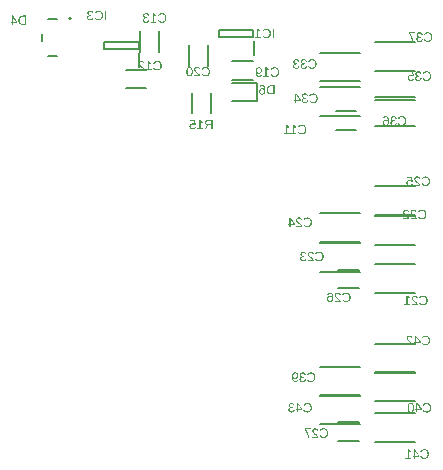
<source format=gbo>
G04 EAGLE Gerber RS-274X export*
G75*
%MOMM*%
%FSLAX34Y34*%
%LPD*%
%INSilkscreen Bottom*%
%IPPOS*%
%AMOC8*
5,1,8,0,0,1.08239X$1,22.5*%
G01*
G04 Define Apertures*
%ADD10C,0.127000*%
%ADD11C,0.200000*%
%ADD12C,0.250000*%
G36*
X228279Y446537D02*
X228562Y446560D01*
X228835Y446599D01*
X229098Y446653D01*
X229351Y446723D01*
X229594Y446808D01*
X229827Y446908D01*
X230050Y447025D01*
X230261Y447155D01*
X230459Y447299D01*
X230644Y447456D01*
X230817Y447627D01*
X230976Y447810D01*
X231123Y448007D01*
X231256Y448218D01*
X231377Y448441D01*
X231484Y448677D01*
X231577Y448923D01*
X231655Y449180D01*
X231719Y449447D01*
X231769Y449725D01*
X231805Y450014D01*
X231826Y450313D01*
X231833Y450623D01*
X231817Y451082D01*
X231770Y451515D01*
X231690Y451923D01*
X231578Y452305D01*
X231435Y452662D01*
X231260Y452993D01*
X231053Y453299D01*
X230814Y453579D01*
X230547Y453830D01*
X230255Y454047D01*
X229939Y454231D01*
X229599Y454382D01*
X229234Y454499D01*
X228844Y454582D01*
X228430Y454632D01*
X227992Y454649D01*
X227683Y454641D01*
X227388Y454618D01*
X227105Y454580D01*
X226835Y454526D01*
X226579Y454456D01*
X226335Y454372D01*
X226104Y454272D01*
X225886Y454156D01*
X225682Y454026D01*
X225491Y453880D01*
X225315Y453720D01*
X225152Y453544D01*
X225004Y453354D01*
X224870Y453149D01*
X224749Y452929D01*
X224643Y452695D01*
X225656Y452359D01*
X225815Y452683D01*
X226014Y452966D01*
X226256Y453209D01*
X226538Y453411D01*
X226856Y453571D01*
X227203Y453684D01*
X227577Y453753D01*
X227980Y453775D01*
X228299Y453762D01*
X228599Y453723D01*
X228881Y453657D01*
X229145Y453565D01*
X229391Y453446D01*
X229618Y453301D01*
X229828Y453130D01*
X230019Y452933D01*
X230189Y452712D01*
X230337Y452472D01*
X230462Y452213D01*
X230565Y451934D01*
X230644Y451635D01*
X230701Y451317D01*
X230735Y450980D01*
X230747Y450623D01*
X230735Y450269D01*
X230699Y449933D01*
X230640Y449615D01*
X230557Y449314D01*
X230450Y449032D01*
X230320Y448767D01*
X230166Y448520D01*
X229988Y448290D01*
X229790Y448083D01*
X229575Y447904D01*
X229344Y447753D01*
X229096Y447629D01*
X228831Y447532D01*
X228549Y447463D01*
X228251Y447422D01*
X227936Y447408D01*
X227732Y447415D01*
X227534Y447434D01*
X227343Y447466D01*
X227158Y447511D01*
X226808Y447639D01*
X226484Y447818D01*
X226185Y448049D01*
X225912Y448331D01*
X225665Y448664D01*
X225444Y449049D01*
X224570Y448612D01*
X224698Y448365D01*
X224838Y448133D01*
X224991Y447916D01*
X225156Y447715D01*
X225333Y447529D01*
X225523Y447357D01*
X225725Y447202D01*
X225939Y447061D01*
X226164Y446936D01*
X226398Y446828D01*
X226641Y446737D01*
X226892Y446662D01*
X227152Y446604D01*
X227421Y446562D01*
X227699Y446537D01*
X227986Y446529D01*
X228279Y446537D01*
G37*
G36*
X217183Y447352D02*
X217032Y447670D01*
X216866Y447969D01*
X216683Y448248D01*
X216485Y448509D01*
X216063Y448986D01*
X215620Y449416D01*
X215169Y449807D01*
X214721Y450169D01*
X214298Y450516D01*
X213918Y450863D01*
X213594Y451219D01*
X213457Y451403D01*
X213338Y451591D01*
X213241Y451788D01*
X213172Y451997D01*
X213131Y452219D01*
X213117Y452454D01*
X213141Y452760D01*
X213212Y453031D01*
X213331Y453264D01*
X213498Y453462D01*
X213707Y453619D01*
X213953Y453731D01*
X214236Y453798D01*
X214556Y453820D01*
X214864Y453798D01*
X215144Y453733D01*
X215395Y453623D01*
X215617Y453470D01*
X215804Y453277D01*
X215949Y453049D01*
X216049Y452786D01*
X216107Y452487D01*
X217138Y452583D01*
X217101Y452813D01*
X217046Y453032D01*
X216972Y453238D01*
X216881Y453432D01*
X216771Y453615D01*
X216644Y453785D01*
X216498Y453943D01*
X216334Y454089D01*
X216155Y454220D01*
X215964Y454334D01*
X215760Y454430D01*
X215544Y454509D01*
X215315Y454570D01*
X215075Y454614D01*
X214822Y454640D01*
X214556Y454649D01*
X214267Y454640D01*
X213994Y454614D01*
X213739Y454570D01*
X213501Y454508D01*
X213281Y454429D01*
X213077Y454332D01*
X212891Y454218D01*
X212722Y454086D01*
X212572Y453938D01*
X212442Y453775D01*
X212331Y453598D01*
X212241Y453405D01*
X212171Y453198D01*
X212121Y452976D01*
X212091Y452739D01*
X212081Y452487D01*
X212094Y452258D01*
X212134Y452030D01*
X212199Y451802D01*
X212291Y451575D01*
X212409Y451348D01*
X212552Y451121D01*
X212721Y450894D01*
X212915Y450667D01*
X213170Y450409D01*
X213519Y450089D01*
X214500Y449262D01*
X215078Y448761D01*
X215525Y448313D01*
X215702Y448103D01*
X215853Y447897D01*
X215977Y447696D01*
X216074Y447498D01*
X211958Y447498D01*
X211958Y446641D01*
X217183Y446641D01*
X217183Y447352D01*
G37*
G36*
X223261Y447498D02*
X221250Y447498D01*
X221250Y453568D01*
X223031Y452297D01*
X223031Y453249D01*
X221166Y454531D01*
X220237Y454531D01*
X220237Y447498D01*
X218316Y447498D01*
X218316Y446641D01*
X223261Y446641D01*
X223261Y447498D01*
G37*
G36*
X232279Y486937D02*
X232562Y486960D01*
X232835Y486999D01*
X233098Y487053D01*
X233351Y487123D01*
X233594Y487208D01*
X233827Y487308D01*
X234050Y487425D01*
X234261Y487555D01*
X234459Y487699D01*
X234644Y487856D01*
X234817Y488027D01*
X234976Y488210D01*
X235123Y488407D01*
X235256Y488618D01*
X235377Y488841D01*
X235484Y489077D01*
X235577Y489323D01*
X235655Y489580D01*
X235719Y489847D01*
X235769Y490125D01*
X235805Y490414D01*
X235826Y490713D01*
X235833Y491023D01*
X235817Y491482D01*
X235770Y491915D01*
X235690Y492323D01*
X235578Y492705D01*
X235435Y493062D01*
X235260Y493393D01*
X235053Y493699D01*
X234814Y493979D01*
X234547Y494230D01*
X234255Y494447D01*
X233939Y494631D01*
X233599Y494782D01*
X233234Y494899D01*
X232844Y494982D01*
X232430Y495032D01*
X231992Y495049D01*
X231683Y495041D01*
X231388Y495018D01*
X231105Y494980D01*
X230835Y494926D01*
X230579Y494856D01*
X230335Y494772D01*
X230104Y494672D01*
X229886Y494556D01*
X229682Y494426D01*
X229491Y494280D01*
X229315Y494120D01*
X229152Y493944D01*
X229004Y493754D01*
X228870Y493549D01*
X228749Y493329D01*
X228643Y493095D01*
X229656Y492759D01*
X229815Y493083D01*
X230014Y493366D01*
X230256Y493609D01*
X230538Y493811D01*
X230856Y493971D01*
X231203Y494084D01*
X231577Y494153D01*
X231980Y494175D01*
X232299Y494162D01*
X232599Y494123D01*
X232881Y494057D01*
X233145Y493965D01*
X233391Y493846D01*
X233618Y493701D01*
X233828Y493530D01*
X234019Y493333D01*
X234189Y493112D01*
X234337Y492872D01*
X234462Y492613D01*
X234565Y492334D01*
X234644Y492035D01*
X234701Y491717D01*
X234735Y491380D01*
X234747Y491023D01*
X234735Y490669D01*
X234699Y490333D01*
X234640Y490015D01*
X234557Y489714D01*
X234450Y489432D01*
X234320Y489167D01*
X234166Y488920D01*
X233988Y488690D01*
X233790Y488483D01*
X233575Y488304D01*
X233344Y488153D01*
X233096Y488029D01*
X232831Y487932D01*
X232549Y487863D01*
X232251Y487822D01*
X231936Y487808D01*
X231732Y487815D01*
X231534Y487834D01*
X231343Y487866D01*
X231158Y487911D01*
X230808Y488039D01*
X230484Y488218D01*
X230185Y488449D01*
X229912Y488731D01*
X229665Y489064D01*
X229444Y489449D01*
X228570Y489012D01*
X228698Y488765D01*
X228838Y488533D01*
X228991Y488316D01*
X229156Y488115D01*
X229333Y487929D01*
X229523Y487757D01*
X229725Y487602D01*
X229939Y487461D01*
X230164Y487336D01*
X230398Y487228D01*
X230641Y487137D01*
X230892Y487062D01*
X231152Y487004D01*
X231421Y486962D01*
X231699Y486937D01*
X231986Y486929D01*
X232279Y486937D01*
G37*
G36*
X218854Y486937D02*
X219131Y486963D01*
X219392Y487005D01*
X219639Y487064D01*
X219871Y487140D01*
X220087Y487233D01*
X220288Y487343D01*
X220474Y487469D01*
X220644Y487613D01*
X220795Y487772D01*
X220928Y487948D01*
X221043Y488139D01*
X221140Y488347D01*
X221219Y488571D01*
X221280Y488812D01*
X221323Y489068D01*
X220281Y489163D01*
X220210Y488835D01*
X220098Y488551D01*
X219945Y488310D01*
X219750Y488113D01*
X219515Y487960D01*
X219238Y487851D01*
X218921Y487785D01*
X218562Y487763D01*
X218201Y487787D01*
X217882Y487857D01*
X217604Y487974D01*
X217366Y488139D01*
X217265Y488238D01*
X217176Y488349D01*
X217102Y488471D01*
X217041Y488605D01*
X216993Y488750D01*
X216959Y488906D01*
X216939Y489074D01*
X216932Y489253D01*
X216940Y489410D01*
X216963Y489557D01*
X217002Y489696D01*
X217056Y489826D01*
X217126Y489948D01*
X217211Y490060D01*
X217312Y490163D01*
X217428Y490258D01*
X217559Y490343D01*
X217703Y490416D01*
X217861Y490478D01*
X218033Y490529D01*
X218418Y490597D01*
X218859Y490619D01*
X219430Y490619D01*
X219430Y491493D01*
X218881Y491493D01*
X218490Y491516D01*
X218145Y491583D01*
X217847Y491696D01*
X217596Y491854D01*
X217396Y492052D01*
X217318Y492164D01*
X217254Y492285D01*
X217204Y492414D01*
X217168Y492552D01*
X217147Y492699D01*
X217139Y492854D01*
X217163Y493154D01*
X217233Y493420D01*
X217349Y493653D01*
X217512Y493853D01*
X217721Y494014D01*
X217975Y494128D01*
X218274Y494197D01*
X218618Y494220D01*
X218935Y494199D01*
X219221Y494135D01*
X219474Y494028D01*
X219696Y493879D01*
X219880Y493690D01*
X220021Y493467D01*
X220119Y493209D01*
X220175Y492915D01*
X221188Y492994D01*
X221151Y493229D01*
X221096Y493452D01*
X221023Y493661D01*
X220931Y493856D01*
X220822Y494039D01*
X220694Y494208D01*
X220548Y494363D01*
X220385Y494506D01*
X220206Y494633D01*
X220014Y494743D01*
X219810Y494837D01*
X219594Y494913D01*
X219366Y494973D01*
X219125Y495015D01*
X218872Y495040D01*
X218607Y495049D01*
X218318Y495040D01*
X218046Y495014D01*
X217791Y494971D01*
X217552Y494911D01*
X217329Y494833D01*
X217124Y494739D01*
X216934Y494627D01*
X216761Y494497D01*
X216607Y494353D01*
X216474Y494194D01*
X216360Y494023D01*
X216268Y493837D01*
X216196Y493638D01*
X216145Y493426D01*
X216114Y493200D01*
X216103Y492960D01*
X216110Y492776D01*
X216130Y492600D01*
X216163Y492433D01*
X216209Y492275D01*
X216269Y492126D01*
X216341Y491985D01*
X216526Y491731D01*
X216762Y491513D01*
X217045Y491334D01*
X217376Y491193D01*
X217755Y491090D01*
X217755Y491067D01*
X217540Y491037D01*
X217338Y490995D01*
X217147Y490939D01*
X216969Y490871D01*
X216803Y490791D01*
X216649Y490698D01*
X216507Y490592D01*
X216378Y490474D01*
X216262Y490345D01*
X216162Y490208D01*
X216078Y490064D01*
X216008Y489911D01*
X215954Y489750D01*
X215916Y489581D01*
X215893Y489404D01*
X215885Y489219D01*
X215896Y488954D01*
X215928Y488704D01*
X215983Y488470D01*
X216059Y488251D01*
X216156Y488047D01*
X216276Y487859D01*
X216417Y487686D01*
X216579Y487528D01*
X216762Y487388D01*
X216964Y487266D01*
X217184Y487163D01*
X217422Y487079D01*
X217679Y487013D01*
X217955Y486966D01*
X218249Y486938D01*
X218562Y486929D01*
X218854Y486937D01*
G37*
G36*
X227261Y487898D02*
X225250Y487898D01*
X225250Y493968D01*
X227031Y492697D01*
X227031Y493649D01*
X225166Y494931D01*
X224237Y494931D01*
X224237Y487898D01*
X222316Y487898D01*
X222316Y487041D01*
X227261Y487041D01*
X227261Y487898D01*
G37*
G36*
X117187Y493062D02*
X114578Y493062D01*
X114091Y493047D01*
X113633Y493000D01*
X113203Y492921D01*
X112802Y492811D01*
X112429Y492670D01*
X112086Y492497D01*
X111770Y492293D01*
X111484Y492057D01*
X111229Y491793D01*
X111007Y491502D01*
X110820Y491184D01*
X110667Y490840D01*
X110548Y490469D01*
X110463Y490072D01*
X110412Y489649D01*
X110395Y489198D01*
X110402Y488898D01*
X110424Y488607D01*
X110462Y488326D01*
X110514Y488054D01*
X110581Y487792D01*
X110662Y487539D01*
X110759Y487296D01*
X110871Y487062D01*
X110996Y486840D01*
X111133Y486631D01*
X111283Y486436D01*
X111446Y486253D01*
X111621Y486085D01*
X111808Y485930D01*
X112008Y485788D01*
X112220Y485659D01*
X112443Y485545D01*
X112674Y485446D01*
X112913Y485362D01*
X113161Y485294D01*
X113417Y485241D01*
X113682Y485202D01*
X113955Y485180D01*
X114236Y485172D01*
X117187Y485172D01*
X117187Y493062D01*
G37*
%LPC*%
G36*
X114359Y486029D02*
X113938Y486053D01*
X113544Y486124D01*
X113176Y486243D01*
X112833Y486410D01*
X112523Y486621D01*
X112252Y486874D01*
X112018Y487170D01*
X111823Y487507D01*
X111668Y487882D01*
X111558Y488288D01*
X111492Y488727D01*
X111470Y489198D01*
X111482Y489554D01*
X111520Y489888D01*
X111583Y490201D01*
X111671Y490491D01*
X111784Y490760D01*
X111922Y491007D01*
X112085Y491232D01*
X112273Y491436D01*
X112486Y491616D01*
X112720Y491772D01*
X112977Y491905D01*
X113257Y492013D01*
X113559Y492097D01*
X113884Y492157D01*
X114231Y492194D01*
X114600Y492206D01*
X116118Y492206D01*
X116118Y486029D01*
X114359Y486029D01*
G37*
%LPD*%
G36*
X105865Y486958D02*
X109584Y486958D01*
X109584Y487742D01*
X105972Y493062D01*
X104913Y493062D01*
X104913Y487754D01*
X103805Y487754D01*
X103805Y486958D01*
X104913Y486958D01*
X104913Y485172D01*
X105865Y485172D01*
X105865Y486958D01*
G37*
%LPC*%
G36*
X105865Y487754D02*
X105865Y491926D01*
X106022Y491629D01*
X106241Y491259D01*
X108262Y488280D01*
X108565Y487866D01*
X108654Y487754D01*
X105865Y487754D01*
G37*
%LPD*%
G36*
X320598Y473832D02*
X320881Y473855D01*
X321154Y473894D01*
X321417Y473948D01*
X321670Y474018D01*
X321913Y474103D01*
X322146Y474203D01*
X322368Y474320D01*
X322580Y474450D01*
X322778Y474594D01*
X322963Y474751D01*
X323136Y474922D01*
X323295Y475105D01*
X323442Y475302D01*
X323575Y475513D01*
X323696Y475736D01*
X323803Y475972D01*
X323895Y476218D01*
X323974Y476475D01*
X324038Y476742D01*
X324088Y477020D01*
X324123Y477309D01*
X324145Y477608D01*
X324152Y477918D01*
X324136Y478377D01*
X324088Y478810D01*
X324009Y479218D01*
X323897Y479600D01*
X323754Y479957D01*
X323579Y480288D01*
X323372Y480594D01*
X323133Y480874D01*
X322866Y481125D01*
X322574Y481342D01*
X322258Y481526D01*
X321918Y481677D01*
X321553Y481794D01*
X321163Y481877D01*
X320749Y481927D01*
X320310Y481944D01*
X320002Y481936D01*
X319706Y481913D01*
X319424Y481875D01*
X319154Y481821D01*
X318897Y481751D01*
X318654Y481667D01*
X318423Y481567D01*
X318205Y481451D01*
X318000Y481321D01*
X317810Y481175D01*
X317634Y481015D01*
X317471Y480839D01*
X317323Y480649D01*
X317188Y480444D01*
X317068Y480224D01*
X316962Y479990D01*
X317975Y479654D01*
X318133Y479978D01*
X318333Y480261D01*
X318574Y480504D01*
X318857Y480706D01*
X319175Y480866D01*
X319522Y480979D01*
X319896Y481048D01*
X320299Y481070D01*
X320618Y481057D01*
X320918Y481018D01*
X321200Y480952D01*
X321464Y480860D01*
X321710Y480741D01*
X321937Y480596D01*
X322147Y480425D01*
X322338Y480228D01*
X322508Y480007D01*
X322656Y479767D01*
X322781Y479508D01*
X322884Y479229D01*
X322963Y478930D01*
X323020Y478612D01*
X323054Y478275D01*
X323066Y477918D01*
X323054Y477564D01*
X323018Y477228D01*
X322959Y476910D01*
X322876Y476609D01*
X322769Y476327D01*
X322639Y476062D01*
X322485Y475815D01*
X322307Y475585D01*
X322109Y475378D01*
X321894Y475199D01*
X321663Y475048D01*
X321414Y474924D01*
X321149Y474827D01*
X320868Y474758D01*
X320569Y474717D01*
X320254Y474703D01*
X320050Y474710D01*
X319853Y474729D01*
X319662Y474761D01*
X319477Y474806D01*
X319127Y474934D01*
X318803Y475113D01*
X318504Y475344D01*
X318231Y475626D01*
X317984Y475959D01*
X317762Y476344D01*
X316889Y475907D01*
X317017Y475660D01*
X317157Y475428D01*
X317310Y475211D01*
X317475Y475010D01*
X317652Y474824D01*
X317842Y474652D01*
X318044Y474497D01*
X318258Y474356D01*
X318483Y474231D01*
X318717Y474123D01*
X318959Y474032D01*
X319211Y473957D01*
X319471Y473899D01*
X319740Y473857D01*
X320018Y473832D01*
X320305Y473824D01*
X320598Y473832D01*
G37*
G36*
X315580Y474793D02*
X313569Y474793D01*
X313569Y480863D01*
X315350Y479592D01*
X315350Y480544D01*
X313485Y481826D01*
X312556Y481826D01*
X312556Y474793D01*
X310635Y474793D01*
X310635Y473936D01*
X315580Y473936D01*
X315580Y474793D01*
G37*
G36*
X326864Y481826D02*
X325794Y481826D01*
X325794Y473936D01*
X326864Y473936D01*
X326864Y481826D01*
G37*
G36*
X314405Y441074D02*
X314619Y441092D01*
X314822Y441123D01*
X315013Y441165D01*
X315192Y441220D01*
X315360Y441287D01*
X315516Y441366D01*
X315661Y441457D01*
X315796Y441562D01*
X315920Y441682D01*
X316035Y441816D01*
X316140Y441966D01*
X316319Y442310D01*
X316459Y442714D01*
X315496Y442866D01*
X315409Y442635D01*
X315300Y442434D01*
X315167Y442265D01*
X315012Y442126D01*
X314834Y442019D01*
X314633Y441942D01*
X314410Y441895D01*
X314163Y441880D01*
X313953Y441893D01*
X313754Y441930D01*
X313568Y441993D01*
X313393Y442082D01*
X313232Y442195D01*
X313082Y442334D01*
X312945Y442497D01*
X312819Y442686D01*
X312708Y442899D01*
X312610Y443133D01*
X312526Y443388D01*
X312457Y443665D01*
X312402Y443963D01*
X312361Y444283D01*
X312334Y444625D01*
X312321Y444988D01*
X312453Y444748D01*
X312625Y444534D01*
X312837Y444344D01*
X313088Y444179D01*
X313366Y444045D01*
X313658Y443950D01*
X313963Y443893D01*
X314281Y443874D01*
X314540Y443885D01*
X314786Y443919D01*
X315019Y443976D01*
X315239Y444056D01*
X315445Y444158D01*
X315638Y444283D01*
X315817Y444431D01*
X315983Y444602D01*
X316133Y444791D01*
X316263Y444995D01*
X316372Y445215D01*
X316462Y445449D01*
X316532Y445698D01*
X316582Y445961D01*
X316612Y446240D01*
X316622Y446534D01*
X316611Y446835D01*
X316578Y447119D01*
X316524Y447387D01*
X316448Y447639D01*
X316351Y447874D01*
X316231Y448092D01*
X316090Y448294D01*
X315927Y448480D01*
X315745Y448646D01*
X315546Y448789D01*
X315330Y448911D01*
X315097Y449011D01*
X314847Y449088D01*
X314580Y449144D01*
X314296Y449177D01*
X313995Y449188D01*
X313676Y449173D01*
X313377Y449127D01*
X313098Y449051D01*
X312839Y448944D01*
X312600Y448807D01*
X312381Y448640D01*
X312181Y448442D01*
X312002Y448214D01*
X311843Y447955D01*
X311705Y447665D01*
X311589Y447345D01*
X311494Y446994D01*
X311420Y446613D01*
X311367Y446201D01*
X311335Y445758D01*
X311324Y445285D01*
X311336Y444791D01*
X311371Y444327D01*
X311429Y443892D01*
X311510Y443487D01*
X311614Y443111D01*
X311742Y442765D01*
X311892Y442448D01*
X312066Y442160D01*
X312262Y441904D01*
X312477Y441682D01*
X312711Y441495D01*
X312966Y441341D01*
X313240Y441222D01*
X313534Y441136D01*
X313847Y441085D01*
X314180Y441068D01*
X314405Y441074D01*
G37*
G36*
X327679Y441076D02*
X327962Y441099D01*
X328235Y441138D01*
X328498Y441192D01*
X328751Y441262D01*
X328994Y441347D01*
X329227Y441447D01*
X329450Y441564D01*
X329661Y441694D01*
X329859Y441838D01*
X330044Y441995D01*
X330217Y442166D01*
X330376Y442349D01*
X330523Y442546D01*
X330656Y442757D01*
X330777Y442980D01*
X330884Y443216D01*
X330977Y443462D01*
X331055Y443719D01*
X331119Y443986D01*
X331169Y444264D01*
X331205Y444553D01*
X331226Y444852D01*
X331233Y445162D01*
X331217Y445621D01*
X331170Y446054D01*
X331090Y446462D01*
X330978Y446844D01*
X330835Y447201D01*
X330660Y447532D01*
X330453Y447838D01*
X330214Y448118D01*
X329947Y448369D01*
X329655Y448586D01*
X329339Y448770D01*
X328999Y448921D01*
X328634Y449038D01*
X328244Y449121D01*
X327830Y449171D01*
X327392Y449188D01*
X327083Y449180D01*
X326788Y449157D01*
X326505Y449119D01*
X326235Y449065D01*
X325979Y448995D01*
X325735Y448911D01*
X325504Y448811D01*
X325286Y448695D01*
X325082Y448565D01*
X324891Y448419D01*
X324715Y448259D01*
X324552Y448083D01*
X324404Y447893D01*
X324270Y447688D01*
X324149Y447468D01*
X324043Y447234D01*
X325056Y446898D01*
X325215Y447222D01*
X325414Y447505D01*
X325656Y447748D01*
X325938Y447950D01*
X326256Y448110D01*
X326603Y448223D01*
X326977Y448292D01*
X327380Y448314D01*
X327699Y448301D01*
X327999Y448262D01*
X328281Y448196D01*
X328545Y448104D01*
X328791Y447985D01*
X329018Y447840D01*
X329228Y447669D01*
X329419Y447472D01*
X329589Y447251D01*
X329737Y447011D01*
X329862Y446752D01*
X329965Y446473D01*
X330044Y446174D01*
X330101Y445856D01*
X330135Y445519D01*
X330147Y445162D01*
X330135Y444808D01*
X330099Y444472D01*
X330040Y444154D01*
X329957Y443853D01*
X329850Y443571D01*
X329720Y443306D01*
X329566Y443059D01*
X329388Y442829D01*
X329190Y442622D01*
X328975Y442443D01*
X328744Y442292D01*
X328496Y442168D01*
X328231Y442071D01*
X327949Y442002D01*
X327651Y441961D01*
X327336Y441947D01*
X327132Y441954D01*
X326934Y441973D01*
X326743Y442005D01*
X326558Y442050D01*
X326208Y442178D01*
X325884Y442357D01*
X325585Y442588D01*
X325312Y442870D01*
X325065Y443203D01*
X324844Y443588D01*
X323970Y443151D01*
X324098Y442904D01*
X324238Y442672D01*
X324391Y442455D01*
X324556Y442254D01*
X324733Y442068D01*
X324923Y441896D01*
X325125Y441741D01*
X325339Y441600D01*
X325564Y441475D01*
X325798Y441367D01*
X326041Y441276D01*
X326292Y441201D01*
X326552Y441143D01*
X326821Y441101D01*
X327099Y441076D01*
X327386Y441068D01*
X327679Y441076D01*
G37*
G36*
X322661Y442037D02*
X320650Y442037D01*
X320650Y448107D01*
X322431Y446836D01*
X322431Y447788D01*
X320566Y449070D01*
X319637Y449070D01*
X319637Y442037D01*
X317716Y442037D01*
X317716Y441180D01*
X322661Y441180D01*
X322661Y442037D01*
G37*
%LPC*%
G36*
X313826Y444681D02*
X313619Y444718D01*
X313420Y444781D01*
X313228Y444868D01*
X313051Y444977D01*
X312893Y445108D01*
X312755Y445259D01*
X312637Y445430D01*
X312543Y445619D01*
X312476Y445820D01*
X312435Y446033D01*
X312422Y446259D01*
X312429Y446491D01*
X312449Y446712D01*
X312483Y446921D01*
X312531Y447118D01*
X312592Y447304D01*
X312668Y447478D01*
X312756Y447640D01*
X312859Y447791D01*
X312972Y447927D01*
X313096Y448044D01*
X313228Y448144D01*
X313370Y448225D01*
X313521Y448289D01*
X313681Y448334D01*
X313850Y448361D01*
X314029Y448370D01*
X314206Y448363D01*
X314374Y448339D01*
X314532Y448301D01*
X314680Y448246D01*
X314819Y448177D01*
X314948Y448092D01*
X315067Y447991D01*
X315177Y447875D01*
X315275Y447745D01*
X315361Y447605D01*
X315433Y447454D01*
X315492Y447292D01*
X315538Y447119D01*
X315571Y446934D01*
X315590Y446740D01*
X315597Y446534D01*
X315590Y446324D01*
X315571Y446125D01*
X315538Y445938D01*
X315492Y445761D01*
X315433Y445597D01*
X315361Y445443D01*
X315275Y445301D01*
X315177Y445170D01*
X315067Y445053D01*
X314948Y444951D01*
X314820Y444865D01*
X314683Y444794D01*
X314536Y444739D01*
X314380Y444700D01*
X314215Y444677D01*
X314040Y444669D01*
X313826Y444681D01*
G37*
%LPD*%
G36*
X255714Y441494D02*
X256022Y441543D01*
X256310Y441624D01*
X256576Y441737D01*
X256821Y441883D01*
X257044Y442061D01*
X257247Y442271D01*
X257428Y442514D01*
X257588Y442788D01*
X257727Y443091D01*
X257845Y443425D01*
X257941Y443788D01*
X258015Y444181D01*
X258069Y444603D01*
X258101Y445056D01*
X258111Y445538D01*
X258101Y446030D01*
X258070Y446491D01*
X258018Y446919D01*
X257946Y447316D01*
X257852Y447681D01*
X257738Y448014D01*
X257603Y448315D01*
X257448Y448584D01*
X257270Y448822D01*
X257068Y449028D01*
X256842Y449202D01*
X256592Y449345D01*
X256318Y449455D01*
X256019Y449535D01*
X255697Y449582D01*
X255351Y449598D01*
X255013Y449582D01*
X254699Y449534D01*
X254408Y449454D01*
X254139Y449342D01*
X253893Y449198D01*
X253670Y449022D01*
X253470Y448813D01*
X253293Y448573D01*
X253137Y448302D01*
X253002Y447999D01*
X252888Y447666D01*
X252795Y447302D01*
X252722Y446907D01*
X252671Y446482D01*
X252639Y446025D01*
X252629Y445538D01*
X252640Y445058D01*
X252673Y444608D01*
X252727Y444187D01*
X252803Y443795D01*
X252901Y443432D01*
X253021Y443099D01*
X253163Y442795D01*
X253326Y442520D01*
X253511Y442275D01*
X253716Y442064D01*
X253942Y441885D01*
X254189Y441738D01*
X254457Y441624D01*
X254745Y441543D01*
X255054Y441494D01*
X255384Y441478D01*
X255714Y441494D01*
G37*
%LPC*%
G36*
X255158Y442314D02*
X254958Y442351D01*
X254772Y442413D01*
X254602Y442500D01*
X254446Y442612D01*
X254305Y442748D01*
X254179Y442910D01*
X254068Y443096D01*
X253971Y443308D01*
X253887Y443547D01*
X253816Y443812D01*
X253757Y444104D01*
X253712Y444423D01*
X253680Y444768D01*
X253660Y445140D01*
X253654Y445538D01*
X253660Y445950D01*
X253679Y446333D01*
X253709Y446687D01*
X253753Y447011D01*
X253808Y447305D01*
X253876Y447571D01*
X253956Y447807D01*
X254049Y448013D01*
X254155Y448193D01*
X254278Y448349D01*
X254417Y448481D01*
X254572Y448589D01*
X254742Y448672D01*
X254929Y448732D01*
X255132Y448768D01*
X255351Y448780D01*
X255575Y448769D01*
X255783Y448733D01*
X255974Y448674D01*
X256149Y448591D01*
X256308Y448485D01*
X256450Y448355D01*
X256577Y448202D01*
X256686Y448024D01*
X256781Y447820D01*
X256864Y447585D01*
X256934Y447320D01*
X256991Y447025D01*
X257035Y446699D01*
X257067Y446342D01*
X257086Y445955D01*
X257092Y445538D01*
X257086Y445132D01*
X257066Y444754D01*
X257034Y444405D01*
X256989Y444083D01*
X256931Y443790D01*
X256861Y443525D01*
X256777Y443288D01*
X256681Y443080D01*
X256570Y442897D01*
X256445Y442739D01*
X256304Y442605D01*
X256148Y442496D01*
X255977Y442411D01*
X255791Y442350D01*
X255589Y442313D01*
X255373Y442301D01*
X255158Y442314D01*
G37*
%LPD*%
G36*
X269079Y441486D02*
X269362Y441509D01*
X269635Y441548D01*
X269898Y441602D01*
X270151Y441672D01*
X270394Y441757D01*
X270627Y441857D01*
X270850Y441974D01*
X271061Y442104D01*
X271259Y442248D01*
X271444Y442405D01*
X271617Y442576D01*
X271776Y442759D01*
X271923Y442956D01*
X272056Y443167D01*
X272177Y443390D01*
X272284Y443626D01*
X272377Y443872D01*
X272455Y444129D01*
X272519Y444396D01*
X272569Y444674D01*
X272605Y444963D01*
X272626Y445262D01*
X272633Y445572D01*
X272617Y446031D01*
X272570Y446464D01*
X272490Y446872D01*
X272378Y447254D01*
X272235Y447611D01*
X272060Y447942D01*
X271853Y448248D01*
X271614Y448528D01*
X271347Y448779D01*
X271055Y448996D01*
X270739Y449180D01*
X270399Y449331D01*
X270034Y449448D01*
X269644Y449531D01*
X269230Y449581D01*
X268792Y449598D01*
X268483Y449590D01*
X268188Y449567D01*
X267905Y449529D01*
X267635Y449475D01*
X267379Y449405D01*
X267135Y449321D01*
X266904Y449221D01*
X266686Y449105D01*
X266482Y448975D01*
X266291Y448829D01*
X266115Y448669D01*
X265952Y448493D01*
X265804Y448303D01*
X265670Y448098D01*
X265549Y447878D01*
X265443Y447644D01*
X266456Y447308D01*
X266615Y447632D01*
X266814Y447915D01*
X267056Y448158D01*
X267338Y448360D01*
X267656Y448520D01*
X268003Y448633D01*
X268377Y448702D01*
X268780Y448724D01*
X269099Y448711D01*
X269399Y448672D01*
X269681Y448606D01*
X269945Y448514D01*
X270191Y448395D01*
X270418Y448250D01*
X270628Y448079D01*
X270819Y447882D01*
X270989Y447661D01*
X271137Y447421D01*
X271262Y447162D01*
X271365Y446883D01*
X271444Y446584D01*
X271501Y446266D01*
X271535Y445929D01*
X271547Y445572D01*
X271535Y445218D01*
X271499Y444882D01*
X271440Y444564D01*
X271357Y444263D01*
X271250Y443981D01*
X271120Y443716D01*
X270966Y443469D01*
X270788Y443239D01*
X270590Y443032D01*
X270375Y442853D01*
X270144Y442702D01*
X269896Y442578D01*
X269631Y442481D01*
X269349Y442412D01*
X269051Y442371D01*
X268736Y442357D01*
X268532Y442364D01*
X268334Y442383D01*
X268143Y442415D01*
X267958Y442460D01*
X267608Y442588D01*
X267284Y442767D01*
X266985Y442998D01*
X266712Y443280D01*
X266465Y443613D01*
X266244Y443998D01*
X265370Y443561D01*
X265498Y443314D01*
X265638Y443082D01*
X265791Y442865D01*
X265956Y442664D01*
X266133Y442478D01*
X266323Y442306D01*
X266525Y442151D01*
X266739Y442010D01*
X266964Y441885D01*
X267198Y441777D01*
X267441Y441686D01*
X267692Y441611D01*
X267952Y441553D01*
X268221Y441511D01*
X268499Y441486D01*
X268786Y441478D01*
X269079Y441486D01*
G37*
G36*
X264358Y442301D02*
X264207Y442619D01*
X264041Y442918D01*
X263858Y443197D01*
X263660Y443458D01*
X263238Y443935D01*
X262795Y444365D01*
X262344Y444756D01*
X261896Y445118D01*
X261473Y445465D01*
X261093Y445812D01*
X260769Y446168D01*
X260632Y446352D01*
X260513Y446540D01*
X260416Y446737D01*
X260347Y446946D01*
X260306Y447168D01*
X260292Y447403D01*
X260316Y447709D01*
X260387Y447980D01*
X260506Y448213D01*
X260673Y448411D01*
X260882Y448568D01*
X261128Y448680D01*
X261411Y448747D01*
X261731Y448769D01*
X262039Y448747D01*
X262319Y448682D01*
X262570Y448572D01*
X262792Y448419D01*
X262979Y448226D01*
X263124Y447998D01*
X263224Y447735D01*
X263282Y447436D01*
X264313Y447532D01*
X264276Y447762D01*
X264221Y447981D01*
X264147Y448187D01*
X264056Y448381D01*
X263946Y448564D01*
X263819Y448734D01*
X263673Y448892D01*
X263509Y449038D01*
X263330Y449169D01*
X263139Y449283D01*
X262935Y449379D01*
X262719Y449458D01*
X262490Y449519D01*
X262250Y449563D01*
X261997Y449589D01*
X261731Y449598D01*
X261442Y449589D01*
X261169Y449563D01*
X260914Y449519D01*
X260676Y449457D01*
X260456Y449378D01*
X260252Y449281D01*
X260066Y449167D01*
X259897Y449035D01*
X259747Y448887D01*
X259617Y448724D01*
X259506Y448547D01*
X259416Y448354D01*
X259346Y448147D01*
X259296Y447925D01*
X259266Y447688D01*
X259256Y447436D01*
X259269Y447207D01*
X259309Y446979D01*
X259374Y446751D01*
X259466Y446524D01*
X259584Y446297D01*
X259727Y446070D01*
X259896Y445843D01*
X260090Y445616D01*
X260345Y445358D01*
X260694Y445038D01*
X261675Y444211D01*
X262253Y443710D01*
X262700Y443262D01*
X262877Y443052D01*
X263028Y442846D01*
X263152Y442645D01*
X263249Y442447D01*
X259133Y442447D01*
X259133Y441590D01*
X264358Y441590D01*
X264358Y442301D01*
G37*
G36*
X453379Y247701D02*
X453662Y247724D01*
X453935Y247763D01*
X454198Y247817D01*
X454451Y247887D01*
X454694Y247972D01*
X454927Y248072D01*
X455150Y248189D01*
X455361Y248319D01*
X455559Y248463D01*
X455744Y248620D01*
X455917Y248791D01*
X456076Y248974D01*
X456223Y249171D01*
X456356Y249382D01*
X456477Y249605D01*
X456584Y249841D01*
X456677Y250087D01*
X456755Y250344D01*
X456819Y250611D01*
X456869Y250889D01*
X456905Y251178D01*
X456926Y251477D01*
X456933Y251787D01*
X456917Y252246D01*
X456870Y252679D01*
X456790Y253087D01*
X456678Y253469D01*
X456535Y253826D01*
X456360Y254157D01*
X456153Y254463D01*
X455914Y254743D01*
X455647Y254994D01*
X455355Y255211D01*
X455039Y255395D01*
X454699Y255546D01*
X454334Y255663D01*
X453944Y255746D01*
X453530Y255796D01*
X453092Y255813D01*
X452783Y255805D01*
X452488Y255782D01*
X452205Y255744D01*
X451935Y255690D01*
X451679Y255620D01*
X451435Y255536D01*
X451204Y255436D01*
X450986Y255320D01*
X450782Y255190D01*
X450591Y255044D01*
X450415Y254884D01*
X450252Y254708D01*
X450104Y254518D01*
X449970Y254313D01*
X449849Y254093D01*
X449743Y253859D01*
X450756Y253523D01*
X450915Y253847D01*
X451114Y254130D01*
X451356Y254373D01*
X451638Y254575D01*
X451956Y254735D01*
X452303Y254848D01*
X452677Y254917D01*
X453080Y254939D01*
X453399Y254926D01*
X453699Y254887D01*
X453981Y254821D01*
X454245Y254729D01*
X454491Y254610D01*
X454718Y254465D01*
X454928Y254294D01*
X455119Y254097D01*
X455289Y253876D01*
X455437Y253636D01*
X455562Y253377D01*
X455665Y253098D01*
X455744Y252799D01*
X455801Y252481D01*
X455835Y252144D01*
X455847Y251787D01*
X455835Y251433D01*
X455799Y251097D01*
X455740Y250779D01*
X455657Y250478D01*
X455550Y250196D01*
X455420Y249931D01*
X455266Y249684D01*
X455088Y249454D01*
X454890Y249247D01*
X454675Y249068D01*
X454444Y248917D01*
X454196Y248793D01*
X453931Y248696D01*
X453649Y248627D01*
X453351Y248586D01*
X453036Y248572D01*
X452832Y248579D01*
X452634Y248598D01*
X452443Y248630D01*
X452258Y248675D01*
X451908Y248803D01*
X451584Y248982D01*
X451285Y249213D01*
X451012Y249495D01*
X450765Y249828D01*
X450544Y250213D01*
X449670Y249776D01*
X449798Y249529D01*
X449938Y249297D01*
X450091Y249080D01*
X450256Y248879D01*
X450433Y248693D01*
X450623Y248521D01*
X450825Y248366D01*
X451039Y248225D01*
X451264Y248100D01*
X451498Y247992D01*
X451741Y247901D01*
X451992Y247826D01*
X452252Y247768D01*
X452521Y247726D01*
X452799Y247701D01*
X453086Y247693D01*
X453379Y247701D01*
G37*
G36*
X448658Y248516D02*
X448507Y248834D01*
X448341Y249133D01*
X448158Y249412D01*
X447960Y249673D01*
X447538Y250150D01*
X447095Y250580D01*
X446644Y250971D01*
X446196Y251333D01*
X445773Y251680D01*
X445393Y252027D01*
X445069Y252383D01*
X444932Y252567D01*
X444813Y252755D01*
X444716Y252952D01*
X444647Y253161D01*
X444606Y253383D01*
X444592Y253618D01*
X444616Y253924D01*
X444687Y254195D01*
X444806Y254428D01*
X444973Y254626D01*
X445182Y254783D01*
X445428Y254895D01*
X445711Y254962D01*
X446031Y254984D01*
X446339Y254962D01*
X446619Y254897D01*
X446870Y254787D01*
X447092Y254634D01*
X447279Y254441D01*
X447424Y254213D01*
X447524Y253950D01*
X447582Y253651D01*
X448613Y253747D01*
X448576Y253977D01*
X448521Y254196D01*
X448447Y254402D01*
X448356Y254596D01*
X448246Y254779D01*
X448119Y254949D01*
X447973Y255107D01*
X447809Y255253D01*
X447630Y255384D01*
X447439Y255498D01*
X447235Y255594D01*
X447019Y255673D01*
X446790Y255734D01*
X446550Y255778D01*
X446297Y255804D01*
X446031Y255813D01*
X445742Y255804D01*
X445469Y255778D01*
X445214Y255734D01*
X444976Y255672D01*
X444756Y255593D01*
X444552Y255496D01*
X444366Y255382D01*
X444197Y255250D01*
X444047Y255102D01*
X443917Y254939D01*
X443806Y254762D01*
X443716Y254569D01*
X443646Y254362D01*
X443596Y254140D01*
X443566Y253903D01*
X443556Y253651D01*
X443569Y253422D01*
X443609Y253194D01*
X443674Y252966D01*
X443766Y252739D01*
X443884Y252512D01*
X444027Y252285D01*
X444196Y252058D01*
X444390Y251831D01*
X444645Y251573D01*
X444994Y251253D01*
X445975Y250426D01*
X446553Y249925D01*
X447000Y249477D01*
X447177Y249267D01*
X447328Y249061D01*
X447452Y248860D01*
X447549Y248662D01*
X443433Y248662D01*
X443433Y247805D01*
X448658Y247805D01*
X448658Y248516D01*
G37*
G36*
X441986Y248662D02*
X439975Y248662D01*
X439975Y254732D01*
X441756Y253461D01*
X441756Y254413D01*
X439891Y255695D01*
X438962Y255695D01*
X438962Y248662D01*
X437041Y248662D01*
X437041Y247805D01*
X441986Y247805D01*
X441986Y248662D01*
G37*
G36*
X452379Y320548D02*
X452662Y320571D01*
X452935Y320610D01*
X453198Y320664D01*
X453451Y320734D01*
X453694Y320819D01*
X453927Y320919D01*
X454150Y321036D01*
X454361Y321166D01*
X454559Y321310D01*
X454744Y321467D01*
X454917Y321638D01*
X455076Y321821D01*
X455223Y322018D01*
X455356Y322229D01*
X455477Y322452D01*
X455584Y322688D01*
X455677Y322934D01*
X455755Y323191D01*
X455819Y323458D01*
X455869Y323736D01*
X455905Y324025D01*
X455926Y324324D01*
X455933Y324634D01*
X455917Y325093D01*
X455870Y325526D01*
X455790Y325934D01*
X455678Y326316D01*
X455535Y326673D01*
X455360Y327004D01*
X455153Y327310D01*
X454914Y327590D01*
X454647Y327841D01*
X454355Y328058D01*
X454039Y328242D01*
X453699Y328393D01*
X453334Y328510D01*
X452944Y328593D01*
X452530Y328643D01*
X452092Y328660D01*
X451783Y328652D01*
X451488Y328629D01*
X451205Y328591D01*
X450935Y328537D01*
X450679Y328467D01*
X450435Y328383D01*
X450204Y328283D01*
X449986Y328167D01*
X449782Y328037D01*
X449591Y327891D01*
X449415Y327731D01*
X449252Y327555D01*
X449104Y327365D01*
X448970Y327160D01*
X448849Y326940D01*
X448743Y326706D01*
X449756Y326370D01*
X449915Y326694D01*
X450114Y326977D01*
X450356Y327220D01*
X450638Y327422D01*
X450956Y327582D01*
X451303Y327695D01*
X451677Y327764D01*
X452080Y327786D01*
X452399Y327773D01*
X452699Y327734D01*
X452981Y327668D01*
X453245Y327576D01*
X453491Y327457D01*
X453718Y327312D01*
X453928Y327141D01*
X454119Y326944D01*
X454289Y326723D01*
X454437Y326483D01*
X454562Y326224D01*
X454665Y325945D01*
X454744Y325646D01*
X454801Y325328D01*
X454835Y324991D01*
X454847Y324634D01*
X454835Y324280D01*
X454799Y323944D01*
X454740Y323626D01*
X454657Y323325D01*
X454550Y323043D01*
X454420Y322778D01*
X454266Y322531D01*
X454088Y322301D01*
X453890Y322094D01*
X453675Y321915D01*
X453444Y321764D01*
X453196Y321640D01*
X452931Y321543D01*
X452649Y321474D01*
X452351Y321433D01*
X452036Y321419D01*
X451832Y321426D01*
X451634Y321445D01*
X451443Y321477D01*
X451258Y321522D01*
X450908Y321650D01*
X450584Y321829D01*
X450285Y322060D01*
X450012Y322342D01*
X449765Y322675D01*
X449544Y323060D01*
X448670Y322623D01*
X448798Y322376D01*
X448938Y322144D01*
X449091Y321927D01*
X449256Y321726D01*
X449433Y321540D01*
X449623Y321368D01*
X449825Y321213D01*
X450039Y321072D01*
X450264Y320947D01*
X450498Y320839D01*
X450741Y320748D01*
X450992Y320673D01*
X451252Y320615D01*
X451521Y320573D01*
X451799Y320548D01*
X452086Y320540D01*
X452379Y320548D01*
G37*
G36*
X441283Y321363D02*
X441132Y321681D01*
X440966Y321980D01*
X440783Y322259D01*
X440585Y322520D01*
X440163Y322997D01*
X439720Y323427D01*
X439269Y323818D01*
X438821Y324180D01*
X438398Y324527D01*
X438018Y324874D01*
X437694Y325230D01*
X437557Y325414D01*
X437438Y325602D01*
X437341Y325799D01*
X437272Y326008D01*
X437231Y326230D01*
X437217Y326465D01*
X437241Y326771D01*
X437312Y327042D01*
X437431Y327275D01*
X437598Y327473D01*
X437807Y327630D01*
X438053Y327742D01*
X438336Y327809D01*
X438656Y327831D01*
X438964Y327809D01*
X439244Y327744D01*
X439495Y327634D01*
X439717Y327481D01*
X439904Y327288D01*
X440049Y327060D01*
X440149Y326797D01*
X440207Y326498D01*
X441238Y326594D01*
X441201Y326824D01*
X441146Y327043D01*
X441072Y327249D01*
X440981Y327443D01*
X440871Y327626D01*
X440744Y327796D01*
X440598Y327954D01*
X440434Y328100D01*
X440255Y328231D01*
X440064Y328345D01*
X439860Y328441D01*
X439644Y328520D01*
X439415Y328581D01*
X439175Y328625D01*
X438922Y328651D01*
X438656Y328660D01*
X438367Y328651D01*
X438094Y328625D01*
X437839Y328581D01*
X437601Y328519D01*
X437381Y328440D01*
X437177Y328343D01*
X436991Y328229D01*
X436822Y328097D01*
X436672Y327949D01*
X436542Y327786D01*
X436431Y327609D01*
X436341Y327416D01*
X436271Y327209D01*
X436221Y326987D01*
X436191Y326750D01*
X436181Y326498D01*
X436194Y326269D01*
X436234Y326041D01*
X436299Y325813D01*
X436391Y325586D01*
X436509Y325359D01*
X436652Y325132D01*
X436821Y324905D01*
X437015Y324678D01*
X437270Y324420D01*
X437619Y324100D01*
X438600Y323273D01*
X439178Y322772D01*
X439625Y322324D01*
X439802Y322114D01*
X439953Y321908D01*
X440077Y321707D01*
X440174Y321509D01*
X436058Y321509D01*
X436058Y320652D01*
X441283Y320652D01*
X441283Y321363D01*
G37*
G36*
X447658Y321363D02*
X447507Y321681D01*
X447341Y321980D01*
X447158Y322259D01*
X446960Y322520D01*
X446538Y322997D01*
X446095Y323427D01*
X445644Y323818D01*
X445196Y324180D01*
X444773Y324527D01*
X444393Y324874D01*
X444069Y325230D01*
X443932Y325414D01*
X443813Y325602D01*
X443716Y325799D01*
X443647Y326008D01*
X443606Y326230D01*
X443592Y326465D01*
X443616Y326771D01*
X443687Y327042D01*
X443806Y327275D01*
X443973Y327473D01*
X444182Y327630D01*
X444428Y327742D01*
X444711Y327809D01*
X445031Y327831D01*
X445339Y327809D01*
X445619Y327744D01*
X445870Y327634D01*
X446092Y327481D01*
X446279Y327288D01*
X446424Y327060D01*
X446524Y326797D01*
X446582Y326498D01*
X447613Y326594D01*
X447576Y326824D01*
X447521Y327043D01*
X447447Y327249D01*
X447356Y327443D01*
X447246Y327626D01*
X447119Y327796D01*
X446973Y327954D01*
X446809Y328100D01*
X446630Y328231D01*
X446439Y328345D01*
X446235Y328441D01*
X446019Y328520D01*
X445790Y328581D01*
X445550Y328625D01*
X445297Y328651D01*
X445031Y328660D01*
X444742Y328651D01*
X444469Y328625D01*
X444214Y328581D01*
X443976Y328519D01*
X443756Y328440D01*
X443552Y328343D01*
X443366Y328229D01*
X443197Y328097D01*
X443047Y327949D01*
X442917Y327786D01*
X442806Y327609D01*
X442716Y327416D01*
X442646Y327209D01*
X442596Y326987D01*
X442566Y326750D01*
X442556Y326498D01*
X442569Y326269D01*
X442609Y326041D01*
X442674Y325813D01*
X442766Y325586D01*
X442884Y325359D01*
X443027Y325132D01*
X443196Y324905D01*
X443390Y324678D01*
X443645Y324420D01*
X443994Y324100D01*
X444975Y323273D01*
X445553Y322772D01*
X446000Y322324D01*
X446177Y322114D01*
X446328Y321908D01*
X446452Y321707D01*
X446549Y321509D01*
X442433Y321509D01*
X442433Y320652D01*
X447658Y320652D01*
X447658Y321363D01*
G37*
G36*
X365379Y284963D02*
X365662Y284986D01*
X365935Y285025D01*
X366198Y285079D01*
X366451Y285149D01*
X366694Y285234D01*
X366927Y285334D01*
X367150Y285451D01*
X367361Y285581D01*
X367559Y285725D01*
X367744Y285882D01*
X367917Y286053D01*
X368076Y286236D01*
X368223Y286433D01*
X368356Y286644D01*
X368477Y286867D01*
X368584Y287103D01*
X368677Y287349D01*
X368755Y287606D01*
X368819Y287873D01*
X368869Y288151D01*
X368905Y288440D01*
X368926Y288739D01*
X368933Y289049D01*
X368917Y289508D01*
X368870Y289941D01*
X368790Y290349D01*
X368678Y290731D01*
X368535Y291088D01*
X368360Y291419D01*
X368153Y291725D01*
X367914Y292005D01*
X367647Y292256D01*
X367355Y292473D01*
X367039Y292657D01*
X366699Y292808D01*
X366334Y292925D01*
X365944Y293008D01*
X365530Y293058D01*
X365092Y293075D01*
X364783Y293067D01*
X364488Y293044D01*
X364205Y293006D01*
X363935Y292952D01*
X363679Y292882D01*
X363435Y292798D01*
X363204Y292698D01*
X362986Y292582D01*
X362782Y292452D01*
X362591Y292306D01*
X362415Y292146D01*
X362252Y291970D01*
X362104Y291780D01*
X361970Y291575D01*
X361849Y291355D01*
X361743Y291121D01*
X362756Y290785D01*
X362915Y291109D01*
X363114Y291392D01*
X363356Y291635D01*
X363638Y291837D01*
X363956Y291997D01*
X364303Y292110D01*
X364677Y292179D01*
X365080Y292201D01*
X365399Y292188D01*
X365699Y292149D01*
X365981Y292083D01*
X366245Y291991D01*
X366491Y291872D01*
X366718Y291727D01*
X366928Y291556D01*
X367119Y291359D01*
X367289Y291138D01*
X367437Y290898D01*
X367562Y290639D01*
X367665Y290360D01*
X367744Y290061D01*
X367801Y289743D01*
X367835Y289406D01*
X367847Y289049D01*
X367835Y288695D01*
X367799Y288359D01*
X367740Y288041D01*
X367657Y287740D01*
X367550Y287458D01*
X367420Y287193D01*
X367266Y286946D01*
X367088Y286716D01*
X366890Y286509D01*
X366675Y286330D01*
X366444Y286179D01*
X366196Y286055D01*
X365931Y285958D01*
X365649Y285889D01*
X365351Y285848D01*
X365036Y285834D01*
X364832Y285841D01*
X364634Y285860D01*
X364443Y285892D01*
X364258Y285937D01*
X363908Y286065D01*
X363584Y286244D01*
X363285Y286475D01*
X363012Y286757D01*
X362765Y287090D01*
X362544Y287475D01*
X361670Y287038D01*
X361798Y286791D01*
X361938Y286559D01*
X362091Y286342D01*
X362256Y286141D01*
X362433Y285955D01*
X362623Y285783D01*
X362825Y285628D01*
X363039Y285487D01*
X363264Y285362D01*
X363498Y285254D01*
X363741Y285163D01*
X363992Y285088D01*
X364252Y285030D01*
X364521Y284988D01*
X364799Y284963D01*
X365086Y284955D01*
X365379Y284963D01*
G37*
G36*
X351954Y284963D02*
X352231Y284989D01*
X352492Y285031D01*
X352739Y285090D01*
X352971Y285166D01*
X353187Y285259D01*
X353388Y285369D01*
X353574Y285495D01*
X353744Y285639D01*
X353895Y285798D01*
X354028Y285974D01*
X354143Y286165D01*
X354240Y286373D01*
X354319Y286597D01*
X354380Y286838D01*
X354423Y287094D01*
X353381Y287189D01*
X353310Y286861D01*
X353198Y286577D01*
X353045Y286336D01*
X352850Y286139D01*
X352615Y285986D01*
X352338Y285877D01*
X352021Y285811D01*
X351662Y285789D01*
X351301Y285813D01*
X350982Y285883D01*
X350704Y286000D01*
X350466Y286165D01*
X350365Y286264D01*
X350276Y286375D01*
X350202Y286497D01*
X350141Y286631D01*
X350093Y286776D01*
X350059Y286932D01*
X350039Y287100D01*
X350032Y287279D01*
X350040Y287436D01*
X350063Y287583D01*
X350102Y287722D01*
X350156Y287852D01*
X350226Y287974D01*
X350311Y288086D01*
X350412Y288189D01*
X350528Y288284D01*
X350659Y288369D01*
X350803Y288442D01*
X350961Y288504D01*
X351133Y288555D01*
X351518Y288623D01*
X351959Y288645D01*
X352530Y288645D01*
X352530Y289519D01*
X351981Y289519D01*
X351590Y289542D01*
X351245Y289609D01*
X350947Y289722D01*
X350696Y289880D01*
X350496Y290078D01*
X350418Y290190D01*
X350354Y290311D01*
X350304Y290440D01*
X350268Y290578D01*
X350247Y290725D01*
X350239Y290880D01*
X350263Y291180D01*
X350333Y291446D01*
X350449Y291679D01*
X350612Y291879D01*
X350821Y292040D01*
X351075Y292154D01*
X351374Y292223D01*
X351718Y292246D01*
X352035Y292225D01*
X352321Y292161D01*
X352574Y292054D01*
X352796Y291905D01*
X352980Y291716D01*
X353121Y291493D01*
X353219Y291235D01*
X353275Y290941D01*
X354288Y291020D01*
X354251Y291255D01*
X354196Y291478D01*
X354123Y291687D01*
X354031Y291882D01*
X353922Y292065D01*
X353794Y292234D01*
X353648Y292389D01*
X353485Y292532D01*
X353306Y292659D01*
X353114Y292769D01*
X352910Y292863D01*
X352694Y292939D01*
X352466Y292999D01*
X352225Y293041D01*
X351972Y293066D01*
X351707Y293075D01*
X351418Y293066D01*
X351146Y293040D01*
X350891Y292997D01*
X350652Y292937D01*
X350429Y292859D01*
X350224Y292765D01*
X350034Y292653D01*
X349861Y292523D01*
X349707Y292379D01*
X349574Y292220D01*
X349460Y292049D01*
X349368Y291863D01*
X349296Y291664D01*
X349245Y291452D01*
X349214Y291226D01*
X349203Y290986D01*
X349210Y290802D01*
X349230Y290626D01*
X349263Y290459D01*
X349309Y290301D01*
X349369Y290152D01*
X349441Y290011D01*
X349626Y289757D01*
X349862Y289539D01*
X350145Y289360D01*
X350476Y289219D01*
X350855Y289116D01*
X350855Y289093D01*
X350640Y289063D01*
X350438Y289021D01*
X350247Y288965D01*
X350069Y288897D01*
X349903Y288817D01*
X349749Y288724D01*
X349607Y288618D01*
X349478Y288500D01*
X349362Y288371D01*
X349262Y288234D01*
X349178Y288090D01*
X349108Y287937D01*
X349054Y287776D01*
X349016Y287607D01*
X348993Y287430D01*
X348985Y287245D01*
X348996Y286980D01*
X349028Y286730D01*
X349083Y286496D01*
X349159Y286277D01*
X349256Y286073D01*
X349376Y285885D01*
X349517Y285712D01*
X349679Y285554D01*
X349862Y285414D01*
X350064Y285292D01*
X350284Y285189D01*
X350522Y285105D01*
X350779Y285039D01*
X351055Y284992D01*
X351349Y284964D01*
X351662Y284955D01*
X351954Y284963D01*
G37*
G36*
X360658Y285778D02*
X360507Y286096D01*
X360341Y286395D01*
X360158Y286674D01*
X359960Y286935D01*
X359538Y287412D01*
X359095Y287842D01*
X358644Y288233D01*
X358196Y288595D01*
X357773Y288942D01*
X357393Y289289D01*
X357069Y289645D01*
X356932Y289829D01*
X356813Y290017D01*
X356716Y290214D01*
X356647Y290423D01*
X356606Y290645D01*
X356592Y290880D01*
X356616Y291186D01*
X356687Y291457D01*
X356806Y291690D01*
X356973Y291888D01*
X357182Y292045D01*
X357428Y292157D01*
X357711Y292224D01*
X358031Y292246D01*
X358339Y292224D01*
X358619Y292159D01*
X358870Y292049D01*
X359092Y291896D01*
X359279Y291703D01*
X359424Y291475D01*
X359524Y291212D01*
X359582Y290913D01*
X360613Y291009D01*
X360576Y291239D01*
X360521Y291458D01*
X360447Y291664D01*
X360356Y291858D01*
X360246Y292041D01*
X360119Y292211D01*
X359973Y292369D01*
X359809Y292515D01*
X359630Y292646D01*
X359439Y292760D01*
X359235Y292856D01*
X359019Y292935D01*
X358790Y292996D01*
X358550Y293040D01*
X358297Y293066D01*
X358031Y293075D01*
X357742Y293066D01*
X357469Y293040D01*
X357214Y292996D01*
X356976Y292934D01*
X356756Y292855D01*
X356552Y292758D01*
X356366Y292644D01*
X356197Y292512D01*
X356047Y292364D01*
X355917Y292201D01*
X355806Y292024D01*
X355716Y291831D01*
X355646Y291624D01*
X355596Y291402D01*
X355566Y291165D01*
X355556Y290913D01*
X355569Y290684D01*
X355609Y290456D01*
X355674Y290228D01*
X355766Y290001D01*
X355884Y289774D01*
X356027Y289547D01*
X356196Y289320D01*
X356390Y289093D01*
X356645Y288835D01*
X356994Y288515D01*
X357975Y287688D01*
X358553Y287187D01*
X359000Y286739D01*
X359177Y286529D01*
X359328Y286323D01*
X359452Y286122D01*
X359549Y285924D01*
X355433Y285924D01*
X355433Y285067D01*
X360658Y285067D01*
X360658Y285778D01*
G37*
G36*
X340878Y315853D02*
X344596Y315853D01*
X344596Y316637D01*
X340984Y321957D01*
X339926Y321957D01*
X339926Y316649D01*
X338817Y316649D01*
X338817Y315853D01*
X339926Y315853D01*
X339926Y314067D01*
X340878Y314067D01*
X340878Y315853D01*
G37*
G36*
X355379Y313963D02*
X355662Y313986D01*
X355935Y314025D01*
X356198Y314079D01*
X356451Y314149D01*
X356694Y314234D01*
X356927Y314334D01*
X357150Y314451D01*
X357361Y314581D01*
X357559Y314725D01*
X357744Y314882D01*
X357917Y315053D01*
X358076Y315236D01*
X358223Y315433D01*
X358356Y315644D01*
X358477Y315867D01*
X358584Y316103D01*
X358677Y316349D01*
X358755Y316606D01*
X358819Y316873D01*
X358869Y317151D01*
X358905Y317440D01*
X358926Y317739D01*
X358933Y318049D01*
X358917Y318508D01*
X358870Y318941D01*
X358790Y319349D01*
X358678Y319731D01*
X358535Y320088D01*
X358360Y320419D01*
X358153Y320725D01*
X357914Y321005D01*
X357647Y321256D01*
X357355Y321473D01*
X357039Y321657D01*
X356699Y321808D01*
X356334Y321925D01*
X355944Y322008D01*
X355530Y322058D01*
X355092Y322075D01*
X354783Y322067D01*
X354488Y322044D01*
X354205Y322006D01*
X353935Y321952D01*
X353679Y321882D01*
X353435Y321798D01*
X353204Y321698D01*
X352986Y321582D01*
X352782Y321452D01*
X352591Y321306D01*
X352415Y321146D01*
X352252Y320970D01*
X352104Y320780D01*
X351970Y320575D01*
X351849Y320355D01*
X351743Y320121D01*
X352756Y319785D01*
X352915Y320109D01*
X353114Y320392D01*
X353356Y320635D01*
X353638Y320837D01*
X353956Y320997D01*
X354303Y321110D01*
X354677Y321179D01*
X355080Y321201D01*
X355399Y321188D01*
X355699Y321149D01*
X355981Y321083D01*
X356245Y320991D01*
X356491Y320872D01*
X356718Y320727D01*
X356928Y320556D01*
X357119Y320359D01*
X357289Y320138D01*
X357437Y319898D01*
X357562Y319639D01*
X357665Y319360D01*
X357744Y319061D01*
X357801Y318743D01*
X357835Y318406D01*
X357847Y318049D01*
X357835Y317695D01*
X357799Y317359D01*
X357740Y317041D01*
X357657Y316740D01*
X357550Y316458D01*
X357420Y316193D01*
X357266Y315946D01*
X357088Y315716D01*
X356890Y315509D01*
X356675Y315330D01*
X356444Y315179D01*
X356196Y315055D01*
X355931Y314958D01*
X355649Y314889D01*
X355351Y314848D01*
X355036Y314834D01*
X354832Y314841D01*
X354634Y314860D01*
X354443Y314892D01*
X354258Y314937D01*
X353908Y315065D01*
X353584Y315244D01*
X353285Y315475D01*
X353012Y315757D01*
X352765Y316090D01*
X352544Y316475D01*
X351670Y316038D01*
X351798Y315791D01*
X351938Y315559D01*
X352091Y315342D01*
X352256Y315141D01*
X352433Y314955D01*
X352623Y314783D01*
X352825Y314628D01*
X353039Y314487D01*
X353264Y314362D01*
X353498Y314254D01*
X353741Y314163D01*
X353992Y314088D01*
X354252Y314030D01*
X354521Y313988D01*
X354799Y313963D01*
X355086Y313955D01*
X355379Y313963D01*
G37*
G36*
X350658Y314778D02*
X350507Y315096D01*
X350341Y315395D01*
X350158Y315674D01*
X349960Y315935D01*
X349538Y316412D01*
X349095Y316842D01*
X348644Y317233D01*
X348196Y317595D01*
X347773Y317942D01*
X347393Y318289D01*
X347069Y318645D01*
X346932Y318829D01*
X346813Y319017D01*
X346716Y319214D01*
X346647Y319423D01*
X346606Y319645D01*
X346592Y319880D01*
X346616Y320186D01*
X346687Y320457D01*
X346806Y320690D01*
X346973Y320888D01*
X347182Y321045D01*
X347428Y321157D01*
X347711Y321224D01*
X348031Y321246D01*
X348339Y321224D01*
X348619Y321159D01*
X348870Y321049D01*
X349092Y320896D01*
X349279Y320703D01*
X349424Y320475D01*
X349524Y320212D01*
X349582Y319913D01*
X350613Y320009D01*
X350576Y320239D01*
X350521Y320458D01*
X350447Y320664D01*
X350356Y320858D01*
X350246Y321041D01*
X350119Y321211D01*
X349973Y321369D01*
X349809Y321515D01*
X349630Y321646D01*
X349439Y321760D01*
X349235Y321856D01*
X349019Y321935D01*
X348790Y321996D01*
X348550Y322040D01*
X348297Y322066D01*
X348031Y322075D01*
X347742Y322066D01*
X347469Y322040D01*
X347214Y321996D01*
X346976Y321934D01*
X346756Y321855D01*
X346552Y321758D01*
X346366Y321644D01*
X346197Y321512D01*
X346047Y321364D01*
X345917Y321201D01*
X345806Y321024D01*
X345716Y320831D01*
X345646Y320624D01*
X345596Y320402D01*
X345566Y320165D01*
X345556Y319913D01*
X345569Y319684D01*
X345609Y319456D01*
X345674Y319228D01*
X345766Y319001D01*
X345884Y318774D01*
X346027Y318547D01*
X346196Y318320D01*
X346390Y318093D01*
X346645Y317835D01*
X346994Y317515D01*
X347975Y316688D01*
X348553Y316187D01*
X349000Y315739D01*
X349177Y315529D01*
X349328Y315323D01*
X349452Y315122D01*
X349549Y314924D01*
X345433Y314924D01*
X345433Y314067D01*
X350658Y314067D01*
X350658Y314778D01*
G37*
%LPC*%
G36*
X340878Y316649D02*
X340878Y320821D01*
X341035Y320524D01*
X341253Y320154D01*
X343275Y317175D01*
X343577Y316761D01*
X343667Y316649D01*
X340878Y316649D01*
G37*
%LPD*%
G36*
X455379Y348701D02*
X455662Y348724D01*
X455935Y348763D01*
X456198Y348817D01*
X456451Y348887D01*
X456694Y348972D01*
X456927Y349072D01*
X457150Y349189D01*
X457361Y349319D01*
X457559Y349463D01*
X457744Y349620D01*
X457917Y349791D01*
X458076Y349974D01*
X458223Y350171D01*
X458356Y350382D01*
X458477Y350605D01*
X458584Y350841D01*
X458677Y351087D01*
X458755Y351344D01*
X458819Y351611D01*
X458869Y351889D01*
X458905Y352178D01*
X458926Y352477D01*
X458933Y352787D01*
X458917Y353246D01*
X458870Y353679D01*
X458790Y354087D01*
X458678Y354469D01*
X458535Y354826D01*
X458360Y355157D01*
X458153Y355463D01*
X457914Y355743D01*
X457647Y355994D01*
X457355Y356211D01*
X457039Y356395D01*
X456699Y356546D01*
X456334Y356663D01*
X455944Y356746D01*
X455530Y356796D01*
X455092Y356813D01*
X454783Y356805D01*
X454488Y356782D01*
X454205Y356744D01*
X453935Y356690D01*
X453679Y356620D01*
X453435Y356536D01*
X453204Y356436D01*
X452986Y356320D01*
X452782Y356190D01*
X452591Y356044D01*
X452415Y355884D01*
X452252Y355708D01*
X452104Y355518D01*
X451970Y355313D01*
X451849Y355093D01*
X451743Y354859D01*
X452756Y354523D01*
X452915Y354847D01*
X453114Y355130D01*
X453356Y355373D01*
X453638Y355575D01*
X453956Y355735D01*
X454303Y355848D01*
X454677Y355917D01*
X455080Y355939D01*
X455399Y355926D01*
X455699Y355887D01*
X455981Y355821D01*
X456245Y355729D01*
X456491Y355610D01*
X456718Y355465D01*
X456928Y355294D01*
X457119Y355097D01*
X457289Y354876D01*
X457437Y354636D01*
X457562Y354377D01*
X457665Y354098D01*
X457744Y353799D01*
X457801Y353481D01*
X457835Y353144D01*
X457847Y352787D01*
X457835Y352433D01*
X457799Y352097D01*
X457740Y351779D01*
X457657Y351478D01*
X457550Y351196D01*
X457420Y350931D01*
X457266Y350684D01*
X457088Y350454D01*
X456890Y350247D01*
X456675Y350068D01*
X456444Y349917D01*
X456196Y349793D01*
X455931Y349696D01*
X455649Y349627D01*
X455351Y349586D01*
X455036Y349572D01*
X454832Y349579D01*
X454634Y349598D01*
X454443Y349630D01*
X454258Y349675D01*
X453908Y349803D01*
X453584Y349982D01*
X453285Y350213D01*
X453012Y350495D01*
X452765Y350828D01*
X452544Y351213D01*
X451670Y350776D01*
X451798Y350529D01*
X451938Y350297D01*
X452091Y350080D01*
X452256Y349879D01*
X452433Y349693D01*
X452623Y349521D01*
X452825Y349366D01*
X453039Y349225D01*
X453264Y349100D01*
X453498Y348992D01*
X453741Y348901D01*
X453992Y348826D01*
X454252Y348768D01*
X454521Y348726D01*
X454799Y348701D01*
X455086Y348693D01*
X455379Y348701D01*
G37*
G36*
X442032Y348701D02*
X442288Y348723D01*
X442530Y348761D01*
X442759Y348813D01*
X442975Y348881D01*
X443178Y348964D01*
X443367Y349062D01*
X443543Y349175D01*
X443705Y349302D01*
X443851Y349442D01*
X443982Y349596D01*
X444096Y349764D01*
X444196Y349945D01*
X444279Y350140D01*
X444348Y350348D01*
X444400Y350569D01*
X443381Y350687D01*
X443286Y350412D01*
X443159Y350175D01*
X443001Y349973D01*
X442811Y349809D01*
X442590Y349681D01*
X442338Y349589D01*
X442055Y349534D01*
X441740Y349516D01*
X441543Y349524D01*
X441356Y349547D01*
X441181Y349585D01*
X441016Y349639D01*
X440863Y349708D01*
X440721Y349792D01*
X440589Y349891D01*
X440469Y350006D01*
X440361Y350134D01*
X440268Y350274D01*
X440189Y350425D01*
X440125Y350588D01*
X440074Y350762D01*
X440039Y350948D01*
X440017Y351145D01*
X440010Y351353D01*
X440017Y351535D01*
X440039Y351708D01*
X440075Y351871D01*
X440125Y352026D01*
X440190Y352172D01*
X440270Y352310D01*
X440364Y352438D01*
X440472Y352557D01*
X440592Y352665D01*
X440723Y352758D01*
X440864Y352837D01*
X441014Y352901D01*
X441175Y352952D01*
X441346Y352987D01*
X441527Y353009D01*
X441718Y353016D01*
X441919Y353008D01*
X442113Y352984D01*
X442300Y352944D01*
X442479Y352887D01*
X442656Y352812D01*
X442832Y352714D01*
X443009Y352593D01*
X443185Y352451D01*
X444171Y352451D01*
X443907Y356695D01*
X439422Y356695D01*
X439422Y355839D01*
X442989Y355839D01*
X443140Y353335D01*
X442971Y353454D01*
X442793Y353556D01*
X442604Y353643D01*
X442405Y353713D01*
X442197Y353769D01*
X441978Y353808D01*
X441749Y353832D01*
X441511Y353839D01*
X441227Y353829D01*
X440958Y353797D01*
X440704Y353743D01*
X440464Y353669D01*
X440239Y353573D01*
X440030Y353455D01*
X439835Y353316D01*
X439654Y353156D01*
X439492Y352979D01*
X439352Y352789D01*
X439233Y352586D01*
X439136Y352369D01*
X439060Y352140D01*
X439006Y351898D01*
X438973Y351643D01*
X438963Y351375D01*
X438974Y351072D01*
X439009Y350784D01*
X439067Y350514D01*
X439148Y350260D01*
X439252Y350022D01*
X439380Y349801D01*
X439531Y349597D01*
X439705Y349410D01*
X439899Y349242D01*
X440112Y349096D01*
X440342Y348973D01*
X440590Y348872D01*
X440856Y348794D01*
X441140Y348738D01*
X441443Y348704D01*
X441763Y348693D01*
X442032Y348701D01*
G37*
G36*
X450658Y349516D02*
X450507Y349834D01*
X450341Y350133D01*
X450158Y350412D01*
X449960Y350673D01*
X449538Y351150D01*
X449095Y351580D01*
X448644Y351971D01*
X448196Y352333D01*
X447773Y352680D01*
X447393Y353027D01*
X447069Y353383D01*
X446932Y353567D01*
X446813Y353755D01*
X446716Y353952D01*
X446647Y354161D01*
X446606Y354383D01*
X446592Y354618D01*
X446616Y354924D01*
X446687Y355195D01*
X446806Y355428D01*
X446973Y355626D01*
X447182Y355783D01*
X447428Y355895D01*
X447711Y355962D01*
X448031Y355984D01*
X448339Y355962D01*
X448619Y355897D01*
X448870Y355787D01*
X449092Y355634D01*
X449279Y355441D01*
X449424Y355213D01*
X449524Y354950D01*
X449582Y354651D01*
X450613Y354747D01*
X450576Y354977D01*
X450521Y355196D01*
X450447Y355402D01*
X450356Y355596D01*
X450246Y355779D01*
X450119Y355949D01*
X449973Y356107D01*
X449809Y356253D01*
X449630Y356384D01*
X449439Y356498D01*
X449235Y356594D01*
X449019Y356673D01*
X448790Y356734D01*
X448550Y356778D01*
X448297Y356804D01*
X448031Y356813D01*
X447742Y356804D01*
X447469Y356778D01*
X447214Y356734D01*
X446976Y356672D01*
X446756Y356593D01*
X446552Y356496D01*
X446366Y356382D01*
X446197Y356250D01*
X446047Y356102D01*
X445917Y355939D01*
X445806Y355762D01*
X445716Y355569D01*
X445646Y355362D01*
X445596Y355140D01*
X445566Y354903D01*
X445556Y354651D01*
X445569Y354422D01*
X445609Y354194D01*
X445674Y353966D01*
X445766Y353739D01*
X445884Y353512D01*
X446027Y353285D01*
X446196Y353058D01*
X446390Y352831D01*
X446645Y352573D01*
X446994Y352253D01*
X447975Y351426D01*
X448553Y350925D01*
X449000Y350477D01*
X449177Y350267D01*
X449328Y350061D01*
X449452Y349860D01*
X449549Y349662D01*
X445433Y349662D01*
X445433Y348805D01*
X450658Y348805D01*
X450658Y349516D01*
G37*
G36*
X359379Y447963D02*
X359662Y447986D01*
X359935Y448025D01*
X360198Y448079D01*
X360451Y448149D01*
X360694Y448234D01*
X360927Y448334D01*
X361150Y448451D01*
X361361Y448581D01*
X361559Y448725D01*
X361744Y448882D01*
X361917Y449053D01*
X362076Y449236D01*
X362223Y449433D01*
X362356Y449644D01*
X362477Y449867D01*
X362584Y450103D01*
X362677Y450349D01*
X362755Y450606D01*
X362819Y450873D01*
X362869Y451151D01*
X362905Y451440D01*
X362926Y451739D01*
X362933Y452049D01*
X362917Y452508D01*
X362870Y452941D01*
X362790Y453349D01*
X362678Y453731D01*
X362535Y454088D01*
X362360Y454419D01*
X362153Y454725D01*
X361914Y455005D01*
X361647Y455256D01*
X361355Y455473D01*
X361039Y455657D01*
X360699Y455808D01*
X360334Y455925D01*
X359944Y456008D01*
X359530Y456058D01*
X359092Y456075D01*
X358783Y456067D01*
X358488Y456044D01*
X358205Y456006D01*
X357935Y455952D01*
X357679Y455882D01*
X357435Y455798D01*
X357204Y455698D01*
X356986Y455582D01*
X356782Y455452D01*
X356591Y455306D01*
X356415Y455146D01*
X356252Y454970D01*
X356104Y454780D01*
X355970Y454575D01*
X355849Y454355D01*
X355743Y454121D01*
X356756Y453785D01*
X356915Y454109D01*
X357114Y454392D01*
X357356Y454635D01*
X357638Y454837D01*
X357956Y454997D01*
X358303Y455110D01*
X358677Y455179D01*
X359080Y455201D01*
X359399Y455188D01*
X359699Y455149D01*
X359981Y455083D01*
X360245Y454991D01*
X360491Y454872D01*
X360718Y454727D01*
X360928Y454556D01*
X361119Y454359D01*
X361289Y454138D01*
X361437Y453898D01*
X361562Y453639D01*
X361665Y453360D01*
X361744Y453061D01*
X361801Y452743D01*
X361835Y452406D01*
X361847Y452049D01*
X361835Y451695D01*
X361799Y451359D01*
X361740Y451041D01*
X361657Y450740D01*
X361550Y450458D01*
X361420Y450193D01*
X361266Y449946D01*
X361088Y449716D01*
X360890Y449509D01*
X360675Y449330D01*
X360444Y449179D01*
X360196Y449055D01*
X359931Y448958D01*
X359649Y448889D01*
X359351Y448848D01*
X359036Y448834D01*
X358832Y448841D01*
X358634Y448860D01*
X358443Y448892D01*
X358258Y448937D01*
X357908Y449065D01*
X357584Y449244D01*
X357285Y449475D01*
X357012Y449757D01*
X356765Y450090D01*
X356544Y450475D01*
X355670Y450038D01*
X355798Y449791D01*
X355938Y449559D01*
X356091Y449342D01*
X356256Y449141D01*
X356433Y448955D01*
X356623Y448783D01*
X356825Y448628D01*
X357039Y448487D01*
X357264Y448362D01*
X357498Y448254D01*
X357741Y448163D01*
X357992Y448088D01*
X358252Y448030D01*
X358521Y447988D01*
X358799Y447963D01*
X359086Y447955D01*
X359379Y447963D01*
G37*
G36*
X345954Y447963D02*
X346231Y447989D01*
X346492Y448031D01*
X346739Y448090D01*
X346971Y448166D01*
X347187Y448259D01*
X347388Y448369D01*
X347574Y448495D01*
X347744Y448639D01*
X347895Y448798D01*
X348028Y448974D01*
X348143Y449165D01*
X348240Y449373D01*
X348319Y449597D01*
X348380Y449838D01*
X348423Y450094D01*
X347381Y450189D01*
X347310Y449861D01*
X347198Y449577D01*
X347045Y449336D01*
X346850Y449139D01*
X346615Y448986D01*
X346338Y448877D01*
X346021Y448811D01*
X345662Y448789D01*
X345301Y448813D01*
X344982Y448883D01*
X344704Y449000D01*
X344466Y449165D01*
X344365Y449264D01*
X344276Y449375D01*
X344202Y449497D01*
X344141Y449631D01*
X344093Y449776D01*
X344059Y449932D01*
X344039Y450100D01*
X344032Y450279D01*
X344040Y450436D01*
X344063Y450583D01*
X344102Y450722D01*
X344156Y450852D01*
X344226Y450974D01*
X344311Y451086D01*
X344412Y451189D01*
X344528Y451284D01*
X344659Y451369D01*
X344803Y451442D01*
X344961Y451504D01*
X345133Y451555D01*
X345518Y451623D01*
X345959Y451645D01*
X346530Y451645D01*
X346530Y452519D01*
X345981Y452519D01*
X345590Y452542D01*
X345245Y452609D01*
X344947Y452722D01*
X344696Y452880D01*
X344496Y453078D01*
X344418Y453190D01*
X344354Y453311D01*
X344304Y453440D01*
X344268Y453578D01*
X344247Y453725D01*
X344239Y453880D01*
X344263Y454180D01*
X344333Y454446D01*
X344449Y454679D01*
X344612Y454879D01*
X344821Y455040D01*
X345075Y455154D01*
X345374Y455223D01*
X345718Y455246D01*
X346035Y455225D01*
X346321Y455161D01*
X346574Y455054D01*
X346796Y454905D01*
X346980Y454716D01*
X347121Y454493D01*
X347219Y454235D01*
X347275Y453941D01*
X348288Y454020D01*
X348251Y454255D01*
X348196Y454478D01*
X348123Y454687D01*
X348031Y454882D01*
X347922Y455065D01*
X347794Y455234D01*
X347648Y455389D01*
X347485Y455532D01*
X347306Y455659D01*
X347114Y455769D01*
X346910Y455863D01*
X346694Y455939D01*
X346466Y455999D01*
X346225Y456041D01*
X345972Y456066D01*
X345707Y456075D01*
X345418Y456066D01*
X345146Y456040D01*
X344891Y455997D01*
X344652Y455937D01*
X344429Y455859D01*
X344224Y455765D01*
X344034Y455653D01*
X343861Y455523D01*
X343707Y455379D01*
X343574Y455220D01*
X343460Y455049D01*
X343368Y454863D01*
X343296Y454664D01*
X343245Y454452D01*
X343214Y454226D01*
X343203Y453986D01*
X343210Y453802D01*
X343230Y453626D01*
X343263Y453459D01*
X343309Y453301D01*
X343369Y453152D01*
X343441Y453011D01*
X343626Y452757D01*
X343862Y452539D01*
X344145Y452360D01*
X344476Y452219D01*
X344855Y452116D01*
X344855Y452093D01*
X344640Y452063D01*
X344438Y452021D01*
X344247Y451965D01*
X344069Y451897D01*
X343903Y451817D01*
X343749Y451724D01*
X343607Y451618D01*
X343478Y451500D01*
X343362Y451371D01*
X343262Y451234D01*
X343178Y451090D01*
X343108Y450937D01*
X343054Y450776D01*
X343016Y450607D01*
X342993Y450430D01*
X342985Y450245D01*
X342996Y449980D01*
X343028Y449730D01*
X343083Y449496D01*
X343159Y449277D01*
X343256Y449073D01*
X343376Y448885D01*
X343517Y448712D01*
X343679Y448554D01*
X343862Y448414D01*
X344064Y448292D01*
X344284Y448189D01*
X344522Y448105D01*
X344779Y448039D01*
X345055Y447992D01*
X345349Y447964D01*
X345662Y447955D01*
X345954Y447963D01*
G37*
G36*
X352329Y447963D02*
X352606Y447989D01*
X352867Y448031D01*
X353114Y448090D01*
X353346Y448166D01*
X353562Y448259D01*
X353763Y448369D01*
X353949Y448495D01*
X354119Y448639D01*
X354270Y448798D01*
X354403Y448974D01*
X354518Y449165D01*
X354615Y449373D01*
X354694Y449597D01*
X354755Y449838D01*
X354798Y450094D01*
X353756Y450189D01*
X353685Y449861D01*
X353573Y449577D01*
X353420Y449336D01*
X353225Y449139D01*
X352990Y448986D01*
X352713Y448877D01*
X352396Y448811D01*
X352037Y448789D01*
X351676Y448813D01*
X351357Y448883D01*
X351079Y449000D01*
X350841Y449165D01*
X350740Y449264D01*
X350651Y449375D01*
X350577Y449497D01*
X350516Y449631D01*
X350468Y449776D01*
X350434Y449932D01*
X350414Y450100D01*
X350407Y450279D01*
X350415Y450436D01*
X350438Y450583D01*
X350477Y450722D01*
X350531Y450852D01*
X350601Y450974D01*
X350686Y451086D01*
X350787Y451189D01*
X350903Y451284D01*
X351034Y451369D01*
X351178Y451442D01*
X351336Y451504D01*
X351508Y451555D01*
X351893Y451623D01*
X352334Y451645D01*
X352905Y451645D01*
X352905Y452519D01*
X352356Y452519D01*
X351965Y452542D01*
X351620Y452609D01*
X351322Y452722D01*
X351071Y452880D01*
X350871Y453078D01*
X350793Y453190D01*
X350729Y453311D01*
X350679Y453440D01*
X350643Y453578D01*
X350622Y453725D01*
X350614Y453880D01*
X350638Y454180D01*
X350708Y454446D01*
X350824Y454679D01*
X350987Y454879D01*
X351196Y455040D01*
X351450Y455154D01*
X351749Y455223D01*
X352093Y455246D01*
X352410Y455225D01*
X352696Y455161D01*
X352949Y455054D01*
X353171Y454905D01*
X353355Y454716D01*
X353496Y454493D01*
X353594Y454235D01*
X353650Y453941D01*
X354663Y454020D01*
X354626Y454255D01*
X354571Y454478D01*
X354498Y454687D01*
X354406Y454882D01*
X354297Y455065D01*
X354169Y455234D01*
X354023Y455389D01*
X353860Y455532D01*
X353681Y455659D01*
X353489Y455769D01*
X353285Y455863D01*
X353069Y455939D01*
X352841Y455999D01*
X352600Y456041D01*
X352347Y456066D01*
X352082Y456075D01*
X351793Y456066D01*
X351521Y456040D01*
X351266Y455997D01*
X351027Y455937D01*
X350804Y455859D01*
X350599Y455765D01*
X350409Y455653D01*
X350236Y455523D01*
X350082Y455379D01*
X349949Y455220D01*
X349835Y455049D01*
X349743Y454863D01*
X349671Y454664D01*
X349620Y454452D01*
X349589Y454226D01*
X349578Y453986D01*
X349585Y453802D01*
X349605Y453626D01*
X349638Y453459D01*
X349684Y453301D01*
X349744Y453152D01*
X349816Y453011D01*
X350001Y452757D01*
X350237Y452539D01*
X350520Y452360D01*
X350851Y452219D01*
X351230Y452116D01*
X351230Y452093D01*
X351015Y452063D01*
X350813Y452021D01*
X350622Y451965D01*
X350444Y451897D01*
X350278Y451817D01*
X350124Y451724D01*
X349982Y451618D01*
X349853Y451500D01*
X349737Y451371D01*
X349637Y451234D01*
X349553Y451090D01*
X349483Y450937D01*
X349429Y450776D01*
X349391Y450607D01*
X349368Y450430D01*
X349360Y450245D01*
X349371Y449980D01*
X349403Y449730D01*
X349458Y449496D01*
X349534Y449277D01*
X349631Y449073D01*
X349751Y448885D01*
X349892Y448712D01*
X350054Y448554D01*
X350237Y448414D01*
X350439Y448292D01*
X350659Y448189D01*
X350897Y448105D01*
X351154Y448039D01*
X351430Y447992D01*
X351724Y447964D01*
X352037Y447955D01*
X352329Y447963D01*
G37*
G36*
X345878Y420853D02*
X349596Y420853D01*
X349596Y421637D01*
X345984Y426957D01*
X344926Y426957D01*
X344926Y421649D01*
X343817Y421649D01*
X343817Y420853D01*
X344926Y420853D01*
X344926Y419067D01*
X345878Y419067D01*
X345878Y420853D01*
G37*
G36*
X360379Y418963D02*
X360662Y418986D01*
X360935Y419025D01*
X361198Y419079D01*
X361451Y419149D01*
X361694Y419234D01*
X361927Y419334D01*
X362150Y419451D01*
X362361Y419581D01*
X362559Y419725D01*
X362744Y419882D01*
X362917Y420053D01*
X363076Y420236D01*
X363223Y420433D01*
X363356Y420644D01*
X363477Y420867D01*
X363584Y421103D01*
X363677Y421349D01*
X363755Y421606D01*
X363819Y421873D01*
X363869Y422151D01*
X363905Y422440D01*
X363926Y422739D01*
X363933Y423049D01*
X363917Y423508D01*
X363870Y423941D01*
X363790Y424349D01*
X363678Y424731D01*
X363535Y425088D01*
X363360Y425419D01*
X363153Y425725D01*
X362914Y426005D01*
X362647Y426256D01*
X362355Y426473D01*
X362039Y426657D01*
X361699Y426808D01*
X361334Y426925D01*
X360944Y427008D01*
X360530Y427058D01*
X360092Y427075D01*
X359783Y427067D01*
X359488Y427044D01*
X359205Y427006D01*
X358935Y426952D01*
X358679Y426882D01*
X358435Y426798D01*
X358204Y426698D01*
X357986Y426582D01*
X357782Y426452D01*
X357591Y426306D01*
X357415Y426146D01*
X357252Y425970D01*
X357104Y425780D01*
X356970Y425575D01*
X356849Y425355D01*
X356743Y425121D01*
X357756Y424785D01*
X357915Y425109D01*
X358114Y425392D01*
X358356Y425635D01*
X358638Y425837D01*
X358956Y425997D01*
X359303Y426110D01*
X359677Y426179D01*
X360080Y426201D01*
X360399Y426188D01*
X360699Y426149D01*
X360981Y426083D01*
X361245Y425991D01*
X361491Y425872D01*
X361718Y425727D01*
X361928Y425556D01*
X362119Y425359D01*
X362289Y425138D01*
X362437Y424898D01*
X362562Y424639D01*
X362665Y424360D01*
X362744Y424061D01*
X362801Y423743D01*
X362835Y423406D01*
X362847Y423049D01*
X362835Y422695D01*
X362799Y422359D01*
X362740Y422041D01*
X362657Y421740D01*
X362550Y421458D01*
X362420Y421193D01*
X362266Y420946D01*
X362088Y420716D01*
X361890Y420509D01*
X361675Y420330D01*
X361444Y420179D01*
X361196Y420055D01*
X360931Y419958D01*
X360649Y419889D01*
X360351Y419848D01*
X360036Y419834D01*
X359832Y419841D01*
X359634Y419860D01*
X359443Y419892D01*
X359258Y419937D01*
X358908Y420065D01*
X358584Y420244D01*
X358285Y420475D01*
X358012Y420757D01*
X357765Y421090D01*
X357544Y421475D01*
X356670Y421038D01*
X356798Y420791D01*
X356938Y420559D01*
X357091Y420342D01*
X357256Y420141D01*
X357433Y419955D01*
X357623Y419783D01*
X357825Y419628D01*
X358039Y419487D01*
X358264Y419362D01*
X358498Y419254D01*
X358741Y419163D01*
X358992Y419088D01*
X359252Y419030D01*
X359521Y418988D01*
X359799Y418963D01*
X360086Y418955D01*
X360379Y418963D01*
G37*
G36*
X353329Y418963D02*
X353606Y418989D01*
X353867Y419031D01*
X354114Y419090D01*
X354346Y419166D01*
X354562Y419259D01*
X354763Y419369D01*
X354949Y419495D01*
X355119Y419639D01*
X355270Y419798D01*
X355403Y419974D01*
X355518Y420165D01*
X355615Y420373D01*
X355694Y420597D01*
X355755Y420838D01*
X355798Y421094D01*
X354756Y421189D01*
X354685Y420861D01*
X354573Y420577D01*
X354420Y420336D01*
X354225Y420139D01*
X353990Y419986D01*
X353713Y419877D01*
X353396Y419811D01*
X353037Y419789D01*
X352676Y419813D01*
X352357Y419883D01*
X352079Y420000D01*
X351841Y420165D01*
X351740Y420264D01*
X351651Y420375D01*
X351577Y420497D01*
X351516Y420631D01*
X351468Y420776D01*
X351434Y420932D01*
X351414Y421100D01*
X351407Y421279D01*
X351415Y421436D01*
X351438Y421583D01*
X351477Y421722D01*
X351531Y421852D01*
X351601Y421974D01*
X351686Y422086D01*
X351787Y422189D01*
X351903Y422284D01*
X352034Y422369D01*
X352178Y422442D01*
X352336Y422504D01*
X352508Y422555D01*
X352893Y422623D01*
X353334Y422645D01*
X353905Y422645D01*
X353905Y423519D01*
X353356Y423519D01*
X352965Y423542D01*
X352620Y423609D01*
X352322Y423722D01*
X352071Y423880D01*
X351871Y424078D01*
X351793Y424190D01*
X351729Y424311D01*
X351679Y424440D01*
X351643Y424578D01*
X351622Y424725D01*
X351614Y424880D01*
X351638Y425180D01*
X351708Y425446D01*
X351824Y425679D01*
X351987Y425879D01*
X352196Y426040D01*
X352450Y426154D01*
X352749Y426223D01*
X353093Y426246D01*
X353410Y426225D01*
X353696Y426161D01*
X353949Y426054D01*
X354171Y425905D01*
X354355Y425716D01*
X354496Y425493D01*
X354594Y425235D01*
X354650Y424941D01*
X355663Y425020D01*
X355626Y425255D01*
X355571Y425478D01*
X355498Y425687D01*
X355406Y425882D01*
X355297Y426065D01*
X355169Y426234D01*
X355023Y426389D01*
X354860Y426532D01*
X354681Y426659D01*
X354489Y426769D01*
X354285Y426863D01*
X354069Y426939D01*
X353841Y426999D01*
X353600Y427041D01*
X353347Y427066D01*
X353082Y427075D01*
X352793Y427066D01*
X352521Y427040D01*
X352266Y426997D01*
X352027Y426937D01*
X351804Y426859D01*
X351599Y426765D01*
X351409Y426653D01*
X351236Y426523D01*
X351082Y426379D01*
X350949Y426220D01*
X350835Y426049D01*
X350743Y425863D01*
X350671Y425664D01*
X350620Y425452D01*
X350589Y425226D01*
X350578Y424986D01*
X350585Y424802D01*
X350605Y424626D01*
X350638Y424459D01*
X350684Y424301D01*
X350744Y424152D01*
X350816Y424011D01*
X351001Y423757D01*
X351237Y423539D01*
X351520Y423360D01*
X351851Y423219D01*
X352230Y423116D01*
X352230Y423093D01*
X352015Y423063D01*
X351813Y423021D01*
X351622Y422965D01*
X351444Y422897D01*
X351278Y422817D01*
X351124Y422724D01*
X350982Y422618D01*
X350853Y422500D01*
X350737Y422371D01*
X350637Y422234D01*
X350553Y422090D01*
X350483Y421937D01*
X350429Y421776D01*
X350391Y421607D01*
X350368Y421430D01*
X350360Y421245D01*
X350371Y420980D01*
X350403Y420730D01*
X350458Y420496D01*
X350534Y420277D01*
X350631Y420073D01*
X350751Y419885D01*
X350892Y419712D01*
X351054Y419554D01*
X351237Y419414D01*
X351439Y419292D01*
X351659Y419189D01*
X351897Y419105D01*
X352154Y419039D01*
X352430Y418992D01*
X352724Y418964D01*
X353037Y418955D01*
X353329Y418963D01*
G37*
%LPC*%
G36*
X345878Y421649D02*
X345878Y425821D01*
X346035Y425524D01*
X346253Y425154D01*
X348275Y422175D01*
X348577Y421761D01*
X348667Y421649D01*
X345878Y421649D01*
G37*
%LPD*%
G36*
X456379Y437701D02*
X456662Y437724D01*
X456935Y437763D01*
X457198Y437817D01*
X457451Y437887D01*
X457694Y437972D01*
X457927Y438072D01*
X458150Y438189D01*
X458361Y438319D01*
X458559Y438463D01*
X458744Y438620D01*
X458917Y438791D01*
X459076Y438974D01*
X459223Y439171D01*
X459356Y439382D01*
X459477Y439605D01*
X459584Y439841D01*
X459677Y440087D01*
X459755Y440344D01*
X459819Y440611D01*
X459869Y440889D01*
X459905Y441178D01*
X459926Y441477D01*
X459933Y441787D01*
X459917Y442246D01*
X459870Y442679D01*
X459790Y443087D01*
X459678Y443469D01*
X459535Y443826D01*
X459360Y444157D01*
X459153Y444463D01*
X458914Y444743D01*
X458647Y444994D01*
X458355Y445211D01*
X458039Y445395D01*
X457699Y445546D01*
X457334Y445663D01*
X456944Y445746D01*
X456530Y445796D01*
X456092Y445813D01*
X455783Y445805D01*
X455488Y445782D01*
X455205Y445744D01*
X454935Y445690D01*
X454679Y445620D01*
X454435Y445536D01*
X454204Y445436D01*
X453986Y445320D01*
X453782Y445190D01*
X453591Y445044D01*
X453415Y444884D01*
X453252Y444708D01*
X453104Y444518D01*
X452970Y444313D01*
X452849Y444093D01*
X452743Y443859D01*
X453756Y443523D01*
X453915Y443847D01*
X454114Y444130D01*
X454356Y444373D01*
X454638Y444575D01*
X454956Y444735D01*
X455303Y444848D01*
X455677Y444917D01*
X456080Y444939D01*
X456399Y444926D01*
X456699Y444887D01*
X456981Y444821D01*
X457245Y444729D01*
X457491Y444610D01*
X457718Y444465D01*
X457928Y444294D01*
X458119Y444097D01*
X458289Y443876D01*
X458437Y443636D01*
X458562Y443377D01*
X458665Y443098D01*
X458744Y442799D01*
X458801Y442481D01*
X458835Y442144D01*
X458847Y441787D01*
X458835Y441433D01*
X458799Y441097D01*
X458740Y440779D01*
X458657Y440478D01*
X458550Y440196D01*
X458420Y439931D01*
X458266Y439684D01*
X458088Y439454D01*
X457890Y439247D01*
X457675Y439068D01*
X457444Y438917D01*
X457196Y438793D01*
X456931Y438696D01*
X456649Y438627D01*
X456351Y438586D01*
X456036Y438572D01*
X455832Y438579D01*
X455634Y438598D01*
X455443Y438630D01*
X455258Y438675D01*
X454908Y438803D01*
X454584Y438982D01*
X454285Y439213D01*
X454012Y439495D01*
X453765Y439828D01*
X453544Y440213D01*
X452670Y439776D01*
X452798Y439529D01*
X452938Y439297D01*
X453091Y439080D01*
X453256Y438879D01*
X453433Y438693D01*
X453623Y438521D01*
X453825Y438366D01*
X454039Y438225D01*
X454264Y438100D01*
X454498Y437992D01*
X454741Y437901D01*
X454992Y437826D01*
X455252Y437768D01*
X455521Y437726D01*
X455799Y437701D01*
X456086Y437693D01*
X456379Y437701D01*
G37*
G36*
X443032Y437701D02*
X443288Y437723D01*
X443530Y437761D01*
X443759Y437813D01*
X443975Y437881D01*
X444178Y437964D01*
X444367Y438062D01*
X444543Y438175D01*
X444705Y438302D01*
X444851Y438442D01*
X444982Y438596D01*
X445096Y438764D01*
X445196Y438945D01*
X445279Y439140D01*
X445348Y439348D01*
X445400Y439569D01*
X444381Y439687D01*
X444286Y439412D01*
X444159Y439175D01*
X444001Y438973D01*
X443811Y438809D01*
X443590Y438681D01*
X443338Y438589D01*
X443055Y438534D01*
X442740Y438516D01*
X442543Y438524D01*
X442356Y438547D01*
X442181Y438585D01*
X442016Y438639D01*
X441863Y438708D01*
X441721Y438792D01*
X441589Y438891D01*
X441469Y439006D01*
X441361Y439134D01*
X441268Y439274D01*
X441189Y439425D01*
X441125Y439588D01*
X441074Y439762D01*
X441039Y439948D01*
X441017Y440145D01*
X441010Y440353D01*
X441017Y440535D01*
X441039Y440708D01*
X441075Y440871D01*
X441125Y441026D01*
X441190Y441172D01*
X441270Y441310D01*
X441364Y441438D01*
X441472Y441557D01*
X441592Y441665D01*
X441723Y441758D01*
X441864Y441837D01*
X442014Y441901D01*
X442175Y441952D01*
X442346Y441987D01*
X442527Y442009D01*
X442718Y442016D01*
X442919Y442008D01*
X443113Y441984D01*
X443300Y441944D01*
X443479Y441887D01*
X443656Y441812D01*
X443832Y441714D01*
X444009Y441593D01*
X444185Y441451D01*
X445171Y441451D01*
X444907Y445695D01*
X440422Y445695D01*
X440422Y444839D01*
X443989Y444839D01*
X444140Y442335D01*
X443971Y442454D01*
X443793Y442556D01*
X443604Y442643D01*
X443405Y442713D01*
X443197Y442769D01*
X442978Y442808D01*
X442749Y442832D01*
X442511Y442839D01*
X442227Y442829D01*
X441958Y442797D01*
X441704Y442743D01*
X441464Y442669D01*
X441239Y442573D01*
X441030Y442455D01*
X440835Y442316D01*
X440654Y442156D01*
X440492Y441979D01*
X440352Y441789D01*
X440233Y441586D01*
X440136Y441369D01*
X440060Y441140D01*
X440006Y440898D01*
X439973Y440643D01*
X439963Y440375D01*
X439974Y440072D01*
X440009Y439784D01*
X440067Y439514D01*
X440148Y439260D01*
X440252Y439022D01*
X440380Y438801D01*
X440531Y438597D01*
X440705Y438410D01*
X440899Y438242D01*
X441112Y438096D01*
X441342Y437973D01*
X441590Y437872D01*
X441856Y437794D01*
X442140Y437738D01*
X442443Y437704D01*
X442763Y437693D01*
X443032Y437701D01*
G37*
G36*
X449329Y437701D02*
X449606Y437727D01*
X449867Y437769D01*
X450114Y437828D01*
X450346Y437904D01*
X450562Y437997D01*
X450763Y438107D01*
X450949Y438233D01*
X451119Y438377D01*
X451270Y438536D01*
X451403Y438712D01*
X451518Y438903D01*
X451615Y439111D01*
X451694Y439335D01*
X451755Y439576D01*
X451798Y439832D01*
X450756Y439927D01*
X450685Y439599D01*
X450573Y439315D01*
X450420Y439074D01*
X450225Y438877D01*
X449990Y438724D01*
X449713Y438615D01*
X449396Y438549D01*
X449037Y438527D01*
X448676Y438551D01*
X448357Y438621D01*
X448079Y438738D01*
X447841Y438903D01*
X447740Y439002D01*
X447651Y439113D01*
X447577Y439235D01*
X447516Y439369D01*
X447468Y439514D01*
X447434Y439670D01*
X447414Y439838D01*
X447407Y440017D01*
X447415Y440174D01*
X447438Y440321D01*
X447477Y440460D01*
X447531Y440590D01*
X447601Y440712D01*
X447686Y440824D01*
X447787Y440927D01*
X447903Y441022D01*
X448034Y441107D01*
X448178Y441180D01*
X448336Y441242D01*
X448508Y441293D01*
X448893Y441361D01*
X449334Y441383D01*
X449905Y441383D01*
X449905Y442257D01*
X449356Y442257D01*
X448965Y442280D01*
X448620Y442347D01*
X448322Y442460D01*
X448071Y442618D01*
X447871Y442816D01*
X447793Y442928D01*
X447729Y443049D01*
X447679Y443178D01*
X447643Y443316D01*
X447622Y443463D01*
X447614Y443618D01*
X447638Y443918D01*
X447708Y444184D01*
X447824Y444417D01*
X447987Y444617D01*
X448196Y444778D01*
X448450Y444892D01*
X448749Y444961D01*
X449093Y444984D01*
X449410Y444963D01*
X449696Y444899D01*
X449949Y444792D01*
X450171Y444643D01*
X450355Y444454D01*
X450496Y444231D01*
X450594Y443973D01*
X450650Y443679D01*
X451663Y443758D01*
X451626Y443993D01*
X451571Y444216D01*
X451498Y444425D01*
X451406Y444620D01*
X451297Y444803D01*
X451169Y444972D01*
X451023Y445127D01*
X450860Y445270D01*
X450681Y445397D01*
X450489Y445507D01*
X450285Y445601D01*
X450069Y445677D01*
X449841Y445737D01*
X449600Y445779D01*
X449347Y445804D01*
X449082Y445813D01*
X448793Y445804D01*
X448521Y445778D01*
X448266Y445735D01*
X448027Y445675D01*
X447804Y445597D01*
X447599Y445503D01*
X447409Y445391D01*
X447236Y445261D01*
X447082Y445117D01*
X446949Y444958D01*
X446835Y444787D01*
X446743Y444601D01*
X446671Y444402D01*
X446620Y444190D01*
X446589Y443964D01*
X446578Y443724D01*
X446585Y443540D01*
X446605Y443364D01*
X446638Y443197D01*
X446684Y443039D01*
X446744Y442890D01*
X446816Y442749D01*
X447001Y442495D01*
X447237Y442277D01*
X447520Y442098D01*
X447851Y441957D01*
X448230Y441854D01*
X448230Y441831D01*
X448015Y441801D01*
X447813Y441759D01*
X447622Y441703D01*
X447444Y441635D01*
X447278Y441555D01*
X447124Y441462D01*
X446982Y441356D01*
X446853Y441238D01*
X446737Y441109D01*
X446637Y440972D01*
X446553Y440828D01*
X446483Y440675D01*
X446429Y440514D01*
X446391Y440345D01*
X446368Y440168D01*
X446360Y439983D01*
X446371Y439718D01*
X446403Y439468D01*
X446458Y439234D01*
X446534Y439015D01*
X446631Y438811D01*
X446751Y438623D01*
X446892Y438450D01*
X447054Y438292D01*
X447237Y438152D01*
X447439Y438030D01*
X447659Y437927D01*
X447897Y437843D01*
X448154Y437777D01*
X448430Y437730D01*
X448724Y437702D01*
X449037Y437693D01*
X449329Y437701D01*
G37*
G36*
X421856Y399709D02*
X422160Y399755D01*
X422444Y399832D01*
X422709Y399941D01*
X422954Y400080D01*
X423179Y400251D01*
X423385Y400452D01*
X423571Y400684D01*
X423737Y400946D01*
X423880Y401236D01*
X424001Y401554D01*
X424101Y401901D01*
X424178Y402275D01*
X424233Y402678D01*
X424266Y403109D01*
X424277Y403568D01*
X424266Y404066D01*
X424231Y404533D01*
X424174Y404972D01*
X424094Y405380D01*
X423990Y405758D01*
X423864Y406107D01*
X423715Y406426D01*
X423543Y406715D01*
X423350Y406973D01*
X423138Y407196D01*
X422906Y407384D01*
X422654Y407539D01*
X422384Y407659D01*
X422093Y407744D01*
X421784Y407796D01*
X421455Y407813D01*
X421236Y407807D01*
X421029Y407788D01*
X420831Y407756D01*
X420644Y407713D01*
X420467Y407656D01*
X420301Y407587D01*
X420144Y407505D01*
X419999Y407411D01*
X419738Y407185D01*
X419518Y406909D01*
X419340Y406582D01*
X419203Y406206D01*
X420167Y406032D01*
X420252Y406258D01*
X420359Y406454D01*
X420488Y406619D01*
X420640Y406755D01*
X420813Y406860D01*
X421009Y406935D01*
X421226Y406980D01*
X421466Y406995D01*
X421675Y406983D01*
X421873Y406945D01*
X422058Y406882D01*
X422231Y406794D01*
X422392Y406681D01*
X422540Y406543D01*
X422677Y406380D01*
X422801Y406192D01*
X422912Y405980D01*
X423008Y405745D01*
X423090Y405488D01*
X423156Y405208D01*
X423208Y404906D01*
X423245Y404582D01*
X423267Y404235D01*
X423275Y403865D01*
X423123Y404105D01*
X422944Y404314D01*
X422737Y404492D01*
X422502Y404641D01*
X422244Y404757D01*
X421967Y404840D01*
X421672Y404890D01*
X421359Y404907D01*
X421093Y404896D01*
X420842Y404864D01*
X420604Y404811D01*
X420380Y404736D01*
X420171Y404640D01*
X419975Y404522D01*
X419794Y404384D01*
X419626Y404223D01*
X419476Y404045D01*
X419346Y403852D01*
X419235Y403645D01*
X419145Y403423D01*
X419075Y403186D01*
X419025Y402934D01*
X418995Y402668D01*
X418985Y402387D01*
X418996Y402083D01*
X419027Y401795D01*
X419080Y401524D01*
X419154Y401269D01*
X419250Y401031D01*
X419366Y400809D01*
X419504Y400604D01*
X419663Y400415D01*
X419840Y400246D01*
X420034Y400099D01*
X420243Y399975D01*
X420469Y399874D01*
X420711Y399795D01*
X420969Y399738D01*
X421243Y399704D01*
X421533Y399693D01*
X421856Y399709D01*
G37*
G36*
X435379Y399701D02*
X435662Y399724D01*
X435935Y399763D01*
X436198Y399817D01*
X436451Y399887D01*
X436694Y399972D01*
X436927Y400072D01*
X437150Y400189D01*
X437361Y400319D01*
X437559Y400463D01*
X437744Y400620D01*
X437917Y400791D01*
X438076Y400974D01*
X438223Y401171D01*
X438356Y401382D01*
X438477Y401605D01*
X438584Y401841D01*
X438677Y402087D01*
X438755Y402344D01*
X438819Y402611D01*
X438869Y402889D01*
X438905Y403178D01*
X438926Y403477D01*
X438933Y403787D01*
X438917Y404246D01*
X438870Y404679D01*
X438790Y405087D01*
X438678Y405469D01*
X438535Y405826D01*
X438360Y406157D01*
X438153Y406463D01*
X437914Y406743D01*
X437647Y406994D01*
X437355Y407211D01*
X437039Y407395D01*
X436699Y407546D01*
X436334Y407663D01*
X435944Y407746D01*
X435530Y407796D01*
X435092Y407813D01*
X434783Y407805D01*
X434488Y407782D01*
X434205Y407744D01*
X433935Y407690D01*
X433679Y407620D01*
X433435Y407536D01*
X433204Y407436D01*
X432986Y407320D01*
X432782Y407190D01*
X432591Y407044D01*
X432415Y406884D01*
X432252Y406708D01*
X432104Y406518D01*
X431970Y406313D01*
X431849Y406093D01*
X431743Y405859D01*
X432756Y405523D01*
X432915Y405847D01*
X433114Y406130D01*
X433356Y406373D01*
X433638Y406575D01*
X433956Y406735D01*
X434303Y406848D01*
X434677Y406917D01*
X435080Y406939D01*
X435399Y406926D01*
X435699Y406887D01*
X435981Y406821D01*
X436245Y406729D01*
X436491Y406610D01*
X436718Y406465D01*
X436928Y406294D01*
X437119Y406097D01*
X437289Y405876D01*
X437437Y405636D01*
X437562Y405377D01*
X437665Y405098D01*
X437744Y404799D01*
X437801Y404481D01*
X437835Y404144D01*
X437847Y403787D01*
X437835Y403433D01*
X437799Y403097D01*
X437740Y402779D01*
X437657Y402478D01*
X437550Y402196D01*
X437420Y401931D01*
X437266Y401684D01*
X437088Y401454D01*
X436890Y401247D01*
X436675Y401068D01*
X436444Y400917D01*
X436196Y400793D01*
X435931Y400696D01*
X435649Y400627D01*
X435351Y400586D01*
X435036Y400572D01*
X434832Y400579D01*
X434634Y400598D01*
X434443Y400630D01*
X434258Y400675D01*
X433908Y400803D01*
X433584Y400982D01*
X433285Y401213D01*
X433012Y401495D01*
X432765Y401828D01*
X432544Y402213D01*
X431670Y401776D01*
X431798Y401529D01*
X431938Y401297D01*
X432091Y401080D01*
X432256Y400879D01*
X432433Y400693D01*
X432623Y400521D01*
X432825Y400366D01*
X433039Y400225D01*
X433264Y400100D01*
X433498Y399992D01*
X433741Y399901D01*
X433992Y399826D01*
X434252Y399768D01*
X434521Y399726D01*
X434799Y399701D01*
X435086Y399693D01*
X435379Y399701D01*
G37*
G36*
X428329Y399701D02*
X428606Y399727D01*
X428867Y399769D01*
X429114Y399828D01*
X429346Y399904D01*
X429562Y399997D01*
X429763Y400107D01*
X429949Y400233D01*
X430119Y400377D01*
X430270Y400536D01*
X430403Y400712D01*
X430518Y400903D01*
X430615Y401111D01*
X430694Y401335D01*
X430755Y401576D01*
X430798Y401832D01*
X429756Y401927D01*
X429685Y401599D01*
X429573Y401315D01*
X429420Y401074D01*
X429225Y400877D01*
X428990Y400724D01*
X428713Y400615D01*
X428396Y400549D01*
X428037Y400527D01*
X427676Y400551D01*
X427357Y400621D01*
X427079Y400738D01*
X426841Y400903D01*
X426740Y401002D01*
X426651Y401113D01*
X426577Y401235D01*
X426516Y401369D01*
X426468Y401514D01*
X426434Y401670D01*
X426414Y401838D01*
X426407Y402017D01*
X426415Y402174D01*
X426438Y402321D01*
X426477Y402460D01*
X426531Y402590D01*
X426601Y402712D01*
X426686Y402824D01*
X426787Y402927D01*
X426903Y403022D01*
X427034Y403107D01*
X427178Y403180D01*
X427336Y403242D01*
X427508Y403293D01*
X427893Y403361D01*
X428334Y403383D01*
X428905Y403383D01*
X428905Y404257D01*
X428356Y404257D01*
X427965Y404280D01*
X427620Y404347D01*
X427322Y404460D01*
X427071Y404618D01*
X426871Y404816D01*
X426793Y404928D01*
X426729Y405049D01*
X426679Y405178D01*
X426643Y405316D01*
X426622Y405463D01*
X426614Y405618D01*
X426638Y405918D01*
X426708Y406184D01*
X426824Y406417D01*
X426987Y406617D01*
X427196Y406778D01*
X427450Y406892D01*
X427749Y406961D01*
X428093Y406984D01*
X428410Y406963D01*
X428696Y406899D01*
X428949Y406792D01*
X429171Y406643D01*
X429355Y406454D01*
X429496Y406231D01*
X429594Y405973D01*
X429650Y405679D01*
X430663Y405758D01*
X430626Y405993D01*
X430571Y406216D01*
X430498Y406425D01*
X430406Y406620D01*
X430297Y406803D01*
X430169Y406972D01*
X430023Y407127D01*
X429860Y407270D01*
X429681Y407397D01*
X429489Y407507D01*
X429285Y407601D01*
X429069Y407677D01*
X428841Y407737D01*
X428600Y407779D01*
X428347Y407804D01*
X428082Y407813D01*
X427793Y407804D01*
X427521Y407778D01*
X427266Y407735D01*
X427027Y407675D01*
X426804Y407597D01*
X426599Y407503D01*
X426409Y407391D01*
X426236Y407261D01*
X426082Y407117D01*
X425949Y406958D01*
X425835Y406787D01*
X425743Y406601D01*
X425671Y406402D01*
X425620Y406190D01*
X425589Y405964D01*
X425578Y405724D01*
X425585Y405540D01*
X425605Y405364D01*
X425638Y405197D01*
X425684Y405039D01*
X425744Y404890D01*
X425816Y404749D01*
X426001Y404495D01*
X426237Y404277D01*
X426520Y404098D01*
X426851Y403957D01*
X427230Y403854D01*
X427230Y403831D01*
X427015Y403801D01*
X426813Y403759D01*
X426622Y403703D01*
X426444Y403635D01*
X426278Y403555D01*
X426124Y403462D01*
X425982Y403356D01*
X425853Y403238D01*
X425737Y403109D01*
X425637Y402972D01*
X425553Y402828D01*
X425483Y402675D01*
X425429Y402514D01*
X425391Y402345D01*
X425368Y402168D01*
X425360Y401983D01*
X425371Y401718D01*
X425403Y401468D01*
X425458Y401234D01*
X425534Y401015D01*
X425631Y400811D01*
X425751Y400623D01*
X425892Y400450D01*
X426054Y400292D01*
X426237Y400152D01*
X426439Y400030D01*
X426659Y399927D01*
X426897Y399843D01*
X427154Y399777D01*
X427430Y399730D01*
X427724Y399702D01*
X428037Y399693D01*
X428329Y399701D01*
G37*
%LPC*%
G36*
X421390Y400513D02*
X421222Y400536D01*
X421065Y400574D01*
X420917Y400627D01*
X420779Y400696D01*
X420651Y400781D01*
X420533Y400880D01*
X420424Y400995D01*
X420327Y401123D01*
X420243Y401263D01*
X420172Y401414D01*
X420113Y401577D01*
X420068Y401751D01*
X420036Y401936D01*
X420016Y402133D01*
X420010Y402342D01*
X420016Y402550D01*
X420036Y402746D01*
X420069Y402929D01*
X420115Y403101D01*
X420174Y403260D01*
X420246Y403406D01*
X420331Y403541D01*
X420430Y403663D01*
X420540Y403772D01*
X420660Y403867D01*
X420791Y403947D01*
X420932Y404012D01*
X421084Y404063D01*
X421246Y404099D01*
X421418Y404121D01*
X421600Y404128D01*
X421772Y404122D01*
X421936Y404102D01*
X422091Y404070D01*
X422238Y404025D01*
X422506Y403897D01*
X422740Y403717D01*
X422842Y403609D01*
X422930Y403491D01*
X423004Y403364D01*
X423065Y403227D01*
X423113Y403081D01*
X423147Y402924D01*
X423167Y402758D01*
X423174Y402583D01*
X423167Y402360D01*
X423146Y402147D01*
X423110Y401944D01*
X423061Y401752D01*
X422998Y401571D01*
X422920Y401399D01*
X422829Y401238D01*
X422723Y401087D01*
X422606Y400951D01*
X422482Y400833D01*
X422349Y400732D01*
X422209Y400651D01*
X422060Y400587D01*
X421903Y400541D01*
X421739Y400514D01*
X421567Y400505D01*
X421390Y400513D01*
G37*
%LPD*%
G36*
X457379Y470701D02*
X457662Y470724D01*
X457935Y470763D01*
X458198Y470817D01*
X458451Y470887D01*
X458694Y470972D01*
X458927Y471072D01*
X459150Y471189D01*
X459361Y471319D01*
X459559Y471463D01*
X459744Y471620D01*
X459917Y471791D01*
X460076Y471974D01*
X460223Y472171D01*
X460356Y472382D01*
X460477Y472605D01*
X460584Y472841D01*
X460677Y473087D01*
X460755Y473344D01*
X460819Y473611D01*
X460869Y473889D01*
X460905Y474178D01*
X460926Y474477D01*
X460933Y474787D01*
X460917Y475246D01*
X460870Y475679D01*
X460790Y476087D01*
X460678Y476469D01*
X460535Y476826D01*
X460360Y477157D01*
X460153Y477463D01*
X459914Y477743D01*
X459647Y477994D01*
X459355Y478211D01*
X459039Y478395D01*
X458699Y478546D01*
X458334Y478663D01*
X457944Y478746D01*
X457530Y478796D01*
X457092Y478813D01*
X456783Y478805D01*
X456488Y478782D01*
X456205Y478744D01*
X455935Y478690D01*
X455679Y478620D01*
X455435Y478536D01*
X455204Y478436D01*
X454986Y478320D01*
X454782Y478190D01*
X454591Y478044D01*
X454415Y477884D01*
X454252Y477708D01*
X454104Y477518D01*
X453970Y477313D01*
X453849Y477093D01*
X453743Y476859D01*
X454756Y476523D01*
X454915Y476847D01*
X455114Y477130D01*
X455356Y477373D01*
X455638Y477575D01*
X455956Y477735D01*
X456303Y477848D01*
X456677Y477917D01*
X457080Y477939D01*
X457399Y477926D01*
X457699Y477887D01*
X457981Y477821D01*
X458245Y477729D01*
X458491Y477610D01*
X458718Y477465D01*
X458928Y477294D01*
X459119Y477097D01*
X459289Y476876D01*
X459437Y476636D01*
X459562Y476377D01*
X459665Y476098D01*
X459744Y475799D01*
X459801Y475481D01*
X459835Y475144D01*
X459847Y474787D01*
X459835Y474433D01*
X459799Y474097D01*
X459740Y473779D01*
X459657Y473478D01*
X459550Y473196D01*
X459420Y472931D01*
X459266Y472684D01*
X459088Y472454D01*
X458890Y472247D01*
X458675Y472068D01*
X458444Y471917D01*
X458196Y471793D01*
X457931Y471696D01*
X457649Y471627D01*
X457351Y471586D01*
X457036Y471572D01*
X456832Y471579D01*
X456634Y471598D01*
X456443Y471630D01*
X456258Y471675D01*
X455908Y471803D01*
X455584Y471982D01*
X455285Y472213D01*
X455012Y472495D01*
X454765Y472828D01*
X454544Y473213D01*
X453670Y472776D01*
X453798Y472529D01*
X453938Y472297D01*
X454091Y472080D01*
X454256Y471879D01*
X454433Y471693D01*
X454623Y471521D01*
X454825Y471366D01*
X455039Y471225D01*
X455264Y471100D01*
X455498Y470992D01*
X455741Y470901D01*
X455992Y470826D01*
X456252Y470768D01*
X456521Y470726D01*
X456799Y470701D01*
X457086Y470693D01*
X457379Y470701D01*
G37*
G36*
X450329Y470701D02*
X450606Y470727D01*
X450867Y470769D01*
X451114Y470828D01*
X451346Y470904D01*
X451562Y470997D01*
X451763Y471107D01*
X451949Y471233D01*
X452119Y471377D01*
X452270Y471536D01*
X452403Y471712D01*
X452518Y471903D01*
X452615Y472111D01*
X452694Y472335D01*
X452755Y472576D01*
X452798Y472832D01*
X451756Y472927D01*
X451685Y472599D01*
X451573Y472315D01*
X451420Y472074D01*
X451225Y471877D01*
X450990Y471724D01*
X450713Y471615D01*
X450396Y471549D01*
X450037Y471527D01*
X449676Y471551D01*
X449357Y471621D01*
X449079Y471738D01*
X448841Y471903D01*
X448740Y472002D01*
X448651Y472113D01*
X448577Y472235D01*
X448516Y472369D01*
X448468Y472514D01*
X448434Y472670D01*
X448414Y472838D01*
X448407Y473017D01*
X448415Y473174D01*
X448438Y473321D01*
X448477Y473460D01*
X448531Y473590D01*
X448601Y473712D01*
X448686Y473824D01*
X448787Y473927D01*
X448903Y474022D01*
X449034Y474107D01*
X449178Y474180D01*
X449336Y474242D01*
X449508Y474293D01*
X449893Y474361D01*
X450334Y474383D01*
X450905Y474383D01*
X450905Y475257D01*
X450356Y475257D01*
X449965Y475280D01*
X449620Y475347D01*
X449322Y475460D01*
X449071Y475618D01*
X448871Y475816D01*
X448793Y475928D01*
X448729Y476049D01*
X448679Y476178D01*
X448643Y476316D01*
X448622Y476463D01*
X448614Y476618D01*
X448638Y476918D01*
X448708Y477184D01*
X448824Y477417D01*
X448987Y477617D01*
X449196Y477778D01*
X449450Y477892D01*
X449749Y477961D01*
X450093Y477984D01*
X450410Y477963D01*
X450696Y477899D01*
X450949Y477792D01*
X451171Y477643D01*
X451355Y477454D01*
X451496Y477231D01*
X451594Y476973D01*
X451650Y476679D01*
X452663Y476758D01*
X452626Y476993D01*
X452571Y477216D01*
X452498Y477425D01*
X452406Y477620D01*
X452297Y477803D01*
X452169Y477972D01*
X452023Y478127D01*
X451860Y478270D01*
X451681Y478397D01*
X451489Y478507D01*
X451285Y478601D01*
X451069Y478677D01*
X450841Y478737D01*
X450600Y478779D01*
X450347Y478804D01*
X450082Y478813D01*
X449793Y478804D01*
X449521Y478778D01*
X449266Y478735D01*
X449027Y478675D01*
X448804Y478597D01*
X448599Y478503D01*
X448409Y478391D01*
X448236Y478261D01*
X448082Y478117D01*
X447949Y477958D01*
X447835Y477787D01*
X447743Y477601D01*
X447671Y477402D01*
X447620Y477190D01*
X447589Y476964D01*
X447578Y476724D01*
X447585Y476540D01*
X447605Y476364D01*
X447638Y476197D01*
X447684Y476039D01*
X447744Y475890D01*
X447816Y475749D01*
X448001Y475495D01*
X448237Y475277D01*
X448520Y475098D01*
X448851Y474957D01*
X449230Y474854D01*
X449230Y474831D01*
X449015Y474801D01*
X448813Y474759D01*
X448622Y474703D01*
X448444Y474635D01*
X448278Y474555D01*
X448124Y474462D01*
X447982Y474356D01*
X447853Y474238D01*
X447737Y474109D01*
X447637Y473972D01*
X447553Y473828D01*
X447483Y473675D01*
X447429Y473514D01*
X447391Y473345D01*
X447368Y473168D01*
X447360Y472983D01*
X447371Y472718D01*
X447403Y472468D01*
X447458Y472234D01*
X447534Y472015D01*
X447631Y471811D01*
X447751Y471623D01*
X447892Y471450D01*
X448054Y471292D01*
X448237Y471152D01*
X448439Y471030D01*
X448659Y470927D01*
X448897Y470843D01*
X449154Y470777D01*
X449430Y470730D01*
X449724Y470702D01*
X450037Y470693D01*
X450329Y470701D01*
G37*
G36*
X444805Y471185D02*
X444775Y471571D01*
X444725Y471961D01*
X444655Y472357D01*
X444565Y472757D01*
X444455Y473163D01*
X444324Y473573D01*
X444174Y473989D01*
X444000Y474414D01*
X443800Y474856D01*
X443572Y475314D01*
X443318Y475787D01*
X442729Y476781D01*
X442032Y477839D01*
X446271Y477839D01*
X446271Y478695D01*
X441058Y478695D01*
X441058Y477878D01*
X441618Y477004D01*
X442090Y476230D01*
X442472Y475556D01*
X442766Y474983D01*
X442999Y474461D01*
X443202Y473942D01*
X443373Y473428D01*
X443513Y472916D01*
X443622Y472402D01*
X443700Y471879D01*
X443747Y471346D01*
X443763Y470805D01*
X444815Y470805D01*
X444805Y471185D01*
G37*
G36*
X345105Y182761D02*
X345319Y182779D01*
X345522Y182810D01*
X345713Y182852D01*
X345892Y182907D01*
X346060Y182974D01*
X346216Y183053D01*
X346361Y183144D01*
X346496Y183249D01*
X346620Y183369D01*
X346735Y183503D01*
X346840Y183653D01*
X347019Y183997D01*
X347159Y184401D01*
X346196Y184553D01*
X346109Y184322D01*
X346000Y184121D01*
X345867Y183952D01*
X345712Y183813D01*
X345534Y183706D01*
X345333Y183629D01*
X345110Y183582D01*
X344863Y183567D01*
X344653Y183580D01*
X344454Y183617D01*
X344268Y183680D01*
X344093Y183769D01*
X343932Y183882D01*
X343782Y184021D01*
X343645Y184184D01*
X343519Y184373D01*
X343408Y184586D01*
X343310Y184820D01*
X343226Y185075D01*
X343157Y185352D01*
X343102Y185650D01*
X343061Y185970D01*
X343034Y186312D01*
X343021Y186675D01*
X343153Y186435D01*
X343325Y186221D01*
X343537Y186031D01*
X343788Y185866D01*
X344066Y185732D01*
X344358Y185637D01*
X344663Y185580D01*
X344981Y185561D01*
X345240Y185572D01*
X345486Y185606D01*
X345719Y185663D01*
X345939Y185743D01*
X346145Y185845D01*
X346338Y185970D01*
X346517Y186118D01*
X346683Y186289D01*
X346833Y186478D01*
X346963Y186682D01*
X347072Y186902D01*
X347162Y187136D01*
X347232Y187385D01*
X347282Y187648D01*
X347312Y187927D01*
X347322Y188221D01*
X347311Y188522D01*
X347278Y188806D01*
X347224Y189074D01*
X347148Y189326D01*
X347051Y189561D01*
X346931Y189779D01*
X346790Y189981D01*
X346627Y190167D01*
X346445Y190333D01*
X346246Y190476D01*
X346030Y190598D01*
X345797Y190698D01*
X345547Y190775D01*
X345280Y190831D01*
X344996Y190864D01*
X344695Y190875D01*
X344376Y190860D01*
X344077Y190814D01*
X343798Y190738D01*
X343539Y190631D01*
X343300Y190494D01*
X343081Y190327D01*
X342881Y190129D01*
X342702Y189901D01*
X342543Y189642D01*
X342405Y189352D01*
X342289Y189032D01*
X342194Y188681D01*
X342120Y188300D01*
X342067Y187888D01*
X342035Y187445D01*
X342024Y186972D01*
X342036Y186478D01*
X342071Y186014D01*
X342129Y185579D01*
X342210Y185174D01*
X342314Y184798D01*
X342442Y184452D01*
X342592Y184135D01*
X342766Y183847D01*
X342962Y183591D01*
X343177Y183369D01*
X343411Y183182D01*
X343666Y183028D01*
X343940Y182909D01*
X344234Y182823D01*
X344547Y182772D01*
X344880Y182755D01*
X345105Y182761D01*
G37*
G36*
X358379Y182763D02*
X358662Y182786D01*
X358935Y182825D01*
X359198Y182879D01*
X359451Y182949D01*
X359694Y183034D01*
X359927Y183134D01*
X360150Y183251D01*
X360361Y183381D01*
X360559Y183525D01*
X360744Y183682D01*
X360917Y183853D01*
X361076Y184036D01*
X361223Y184233D01*
X361356Y184444D01*
X361477Y184667D01*
X361584Y184903D01*
X361677Y185149D01*
X361755Y185406D01*
X361819Y185673D01*
X361869Y185951D01*
X361905Y186240D01*
X361926Y186539D01*
X361933Y186849D01*
X361917Y187308D01*
X361870Y187741D01*
X361790Y188149D01*
X361678Y188531D01*
X361535Y188888D01*
X361360Y189219D01*
X361153Y189525D01*
X360914Y189805D01*
X360647Y190056D01*
X360355Y190273D01*
X360039Y190457D01*
X359699Y190608D01*
X359334Y190725D01*
X358944Y190808D01*
X358530Y190858D01*
X358092Y190875D01*
X357783Y190867D01*
X357488Y190844D01*
X357205Y190806D01*
X356935Y190752D01*
X356679Y190682D01*
X356435Y190598D01*
X356204Y190498D01*
X355986Y190382D01*
X355782Y190252D01*
X355591Y190106D01*
X355415Y189946D01*
X355252Y189770D01*
X355104Y189580D01*
X354970Y189375D01*
X354849Y189155D01*
X354743Y188921D01*
X355756Y188585D01*
X355915Y188909D01*
X356114Y189192D01*
X356356Y189435D01*
X356638Y189637D01*
X356956Y189797D01*
X357303Y189910D01*
X357677Y189979D01*
X358080Y190001D01*
X358399Y189988D01*
X358699Y189949D01*
X358981Y189883D01*
X359245Y189791D01*
X359491Y189672D01*
X359718Y189527D01*
X359928Y189356D01*
X360119Y189159D01*
X360289Y188938D01*
X360437Y188698D01*
X360562Y188439D01*
X360665Y188160D01*
X360744Y187861D01*
X360801Y187543D01*
X360835Y187206D01*
X360847Y186849D01*
X360835Y186495D01*
X360799Y186159D01*
X360740Y185841D01*
X360657Y185540D01*
X360550Y185258D01*
X360420Y184993D01*
X360266Y184746D01*
X360088Y184516D01*
X359890Y184309D01*
X359675Y184130D01*
X359444Y183979D01*
X359196Y183855D01*
X358931Y183758D01*
X358649Y183689D01*
X358351Y183648D01*
X358036Y183634D01*
X357832Y183641D01*
X357634Y183660D01*
X357443Y183692D01*
X357258Y183737D01*
X356908Y183865D01*
X356584Y184044D01*
X356285Y184275D01*
X356012Y184557D01*
X355765Y184890D01*
X355544Y185275D01*
X354670Y184838D01*
X354798Y184591D01*
X354938Y184359D01*
X355091Y184142D01*
X355256Y183941D01*
X355433Y183755D01*
X355623Y183583D01*
X355825Y183428D01*
X356039Y183287D01*
X356264Y183162D01*
X356498Y183054D01*
X356741Y182963D01*
X356992Y182888D01*
X357252Y182830D01*
X357521Y182788D01*
X357799Y182763D01*
X358086Y182755D01*
X358379Y182763D01*
G37*
G36*
X351329Y182763D02*
X351606Y182789D01*
X351867Y182831D01*
X352114Y182890D01*
X352346Y182966D01*
X352562Y183059D01*
X352763Y183169D01*
X352949Y183295D01*
X353119Y183439D01*
X353270Y183598D01*
X353403Y183774D01*
X353518Y183965D01*
X353615Y184173D01*
X353694Y184397D01*
X353755Y184638D01*
X353798Y184894D01*
X352756Y184989D01*
X352685Y184661D01*
X352573Y184377D01*
X352420Y184136D01*
X352225Y183939D01*
X351990Y183786D01*
X351713Y183677D01*
X351396Y183611D01*
X351037Y183589D01*
X350676Y183613D01*
X350357Y183683D01*
X350079Y183800D01*
X349841Y183965D01*
X349740Y184064D01*
X349651Y184175D01*
X349577Y184297D01*
X349516Y184431D01*
X349468Y184576D01*
X349434Y184732D01*
X349414Y184900D01*
X349407Y185079D01*
X349415Y185236D01*
X349438Y185383D01*
X349477Y185522D01*
X349531Y185652D01*
X349601Y185774D01*
X349686Y185886D01*
X349787Y185989D01*
X349903Y186084D01*
X350034Y186169D01*
X350178Y186242D01*
X350336Y186304D01*
X350508Y186355D01*
X350893Y186423D01*
X351334Y186445D01*
X351905Y186445D01*
X351905Y187319D01*
X351356Y187319D01*
X350965Y187342D01*
X350620Y187409D01*
X350322Y187522D01*
X350071Y187680D01*
X349871Y187878D01*
X349793Y187990D01*
X349729Y188111D01*
X349679Y188240D01*
X349643Y188378D01*
X349622Y188525D01*
X349614Y188680D01*
X349638Y188980D01*
X349708Y189246D01*
X349824Y189479D01*
X349987Y189679D01*
X350196Y189840D01*
X350450Y189954D01*
X350749Y190023D01*
X351093Y190046D01*
X351410Y190025D01*
X351696Y189961D01*
X351949Y189854D01*
X352171Y189705D01*
X352355Y189516D01*
X352496Y189293D01*
X352594Y189035D01*
X352650Y188741D01*
X353663Y188820D01*
X353626Y189055D01*
X353571Y189278D01*
X353498Y189487D01*
X353406Y189682D01*
X353297Y189865D01*
X353169Y190034D01*
X353023Y190189D01*
X352860Y190332D01*
X352681Y190459D01*
X352489Y190569D01*
X352285Y190663D01*
X352069Y190739D01*
X351841Y190799D01*
X351600Y190841D01*
X351347Y190866D01*
X351082Y190875D01*
X350793Y190866D01*
X350521Y190840D01*
X350266Y190797D01*
X350027Y190737D01*
X349804Y190659D01*
X349599Y190565D01*
X349409Y190453D01*
X349236Y190323D01*
X349082Y190179D01*
X348949Y190020D01*
X348835Y189849D01*
X348743Y189663D01*
X348671Y189464D01*
X348620Y189252D01*
X348589Y189026D01*
X348578Y188786D01*
X348585Y188602D01*
X348605Y188426D01*
X348638Y188259D01*
X348684Y188101D01*
X348744Y187952D01*
X348816Y187811D01*
X349001Y187557D01*
X349237Y187339D01*
X349520Y187160D01*
X349851Y187019D01*
X350230Y186916D01*
X350230Y186893D01*
X350015Y186863D01*
X349813Y186821D01*
X349622Y186765D01*
X349444Y186697D01*
X349278Y186617D01*
X349124Y186524D01*
X348982Y186418D01*
X348853Y186300D01*
X348737Y186171D01*
X348637Y186034D01*
X348553Y185890D01*
X348483Y185737D01*
X348429Y185576D01*
X348391Y185407D01*
X348368Y185230D01*
X348360Y185045D01*
X348371Y184780D01*
X348403Y184530D01*
X348458Y184296D01*
X348534Y184077D01*
X348631Y183873D01*
X348751Y183685D01*
X348892Y183512D01*
X349054Y183354D01*
X349237Y183214D01*
X349439Y183092D01*
X349659Y182989D01*
X349897Y182905D01*
X350154Y182839D01*
X350430Y182792D01*
X350724Y182764D01*
X351037Y182755D01*
X351329Y182763D01*
G37*
%LPC*%
G36*
X344526Y186368D02*
X344319Y186405D01*
X344120Y186468D01*
X343928Y186555D01*
X343751Y186664D01*
X343593Y186795D01*
X343455Y186946D01*
X343337Y187117D01*
X343243Y187306D01*
X343176Y187507D01*
X343135Y187720D01*
X343122Y187946D01*
X343129Y188178D01*
X343149Y188399D01*
X343183Y188608D01*
X343231Y188805D01*
X343292Y188991D01*
X343368Y189165D01*
X343456Y189327D01*
X343559Y189478D01*
X343672Y189614D01*
X343796Y189731D01*
X343928Y189831D01*
X344070Y189912D01*
X344221Y189976D01*
X344381Y190021D01*
X344550Y190048D01*
X344729Y190057D01*
X344906Y190050D01*
X345074Y190026D01*
X345232Y189988D01*
X345380Y189933D01*
X345519Y189864D01*
X345648Y189779D01*
X345767Y189678D01*
X345877Y189562D01*
X345975Y189432D01*
X346061Y189292D01*
X346133Y189141D01*
X346192Y188979D01*
X346238Y188806D01*
X346271Y188621D01*
X346290Y188427D01*
X346297Y188221D01*
X346290Y188011D01*
X346271Y187812D01*
X346238Y187625D01*
X346192Y187448D01*
X346133Y187284D01*
X346061Y187130D01*
X345975Y186988D01*
X345877Y186857D01*
X345767Y186740D01*
X345648Y186638D01*
X345520Y186552D01*
X345383Y186481D01*
X345236Y186426D01*
X345080Y186387D01*
X344915Y186364D01*
X344740Y186356D01*
X344526Y186368D01*
G37*
%LPD*%
G36*
X443014Y156909D02*
X443322Y156958D01*
X443610Y157039D01*
X443876Y157152D01*
X444121Y157298D01*
X444344Y157476D01*
X444547Y157686D01*
X444728Y157929D01*
X444888Y158203D01*
X445027Y158506D01*
X445145Y158840D01*
X445241Y159203D01*
X445315Y159596D01*
X445369Y160018D01*
X445401Y160471D01*
X445411Y160953D01*
X445401Y161445D01*
X445370Y161906D01*
X445318Y162334D01*
X445246Y162731D01*
X445152Y163096D01*
X445038Y163429D01*
X444903Y163730D01*
X444748Y163999D01*
X444570Y164237D01*
X444368Y164443D01*
X444142Y164617D01*
X443892Y164760D01*
X443618Y164870D01*
X443319Y164950D01*
X442997Y164997D01*
X442651Y165013D01*
X442313Y164997D01*
X441999Y164949D01*
X441708Y164869D01*
X441439Y164757D01*
X441193Y164613D01*
X440970Y164437D01*
X440770Y164228D01*
X440593Y163988D01*
X440437Y163717D01*
X440302Y163414D01*
X440188Y163081D01*
X440095Y162717D01*
X440022Y162322D01*
X439971Y161897D01*
X439939Y161440D01*
X439929Y160953D01*
X439940Y160473D01*
X439973Y160023D01*
X440027Y159602D01*
X440103Y159210D01*
X440201Y158847D01*
X440321Y158514D01*
X440463Y158210D01*
X440626Y157935D01*
X440811Y157690D01*
X441016Y157479D01*
X441242Y157300D01*
X441489Y157153D01*
X441757Y157039D01*
X442045Y156958D01*
X442354Y156909D01*
X442684Y156893D01*
X443014Y156909D01*
G37*
G36*
X448253Y158791D02*
X451971Y158791D01*
X451971Y159575D01*
X448359Y164895D01*
X447301Y164895D01*
X447301Y159587D01*
X446192Y159587D01*
X446192Y158791D01*
X447301Y158791D01*
X447301Y157005D01*
X448253Y157005D01*
X448253Y158791D01*
G37*
%LPC*%
G36*
X442458Y157729D02*
X442258Y157766D01*
X442072Y157828D01*
X441902Y157915D01*
X441746Y158027D01*
X441605Y158163D01*
X441479Y158325D01*
X441368Y158511D01*
X441271Y158723D01*
X441187Y158962D01*
X441116Y159227D01*
X441057Y159519D01*
X441012Y159838D01*
X440980Y160183D01*
X440960Y160555D01*
X440954Y160953D01*
X440960Y161365D01*
X440979Y161748D01*
X441009Y162102D01*
X441053Y162426D01*
X441108Y162720D01*
X441176Y162986D01*
X441256Y163222D01*
X441349Y163428D01*
X441455Y163608D01*
X441578Y163764D01*
X441717Y163896D01*
X441872Y164004D01*
X442042Y164087D01*
X442229Y164147D01*
X442432Y164183D01*
X442651Y164195D01*
X442875Y164184D01*
X443083Y164148D01*
X443274Y164089D01*
X443449Y164006D01*
X443608Y163900D01*
X443750Y163770D01*
X443877Y163617D01*
X443986Y163439D01*
X444081Y163235D01*
X444164Y163000D01*
X444234Y162735D01*
X444291Y162440D01*
X444335Y162114D01*
X444367Y161757D01*
X444386Y161370D01*
X444392Y160953D01*
X444386Y160547D01*
X444366Y160169D01*
X444334Y159820D01*
X444289Y159498D01*
X444231Y159205D01*
X444161Y158940D01*
X444077Y158703D01*
X443981Y158495D01*
X443870Y158312D01*
X443745Y158154D01*
X443604Y158020D01*
X443448Y157911D01*
X443277Y157826D01*
X443091Y157765D01*
X442889Y157728D01*
X442673Y157716D01*
X442458Y157729D01*
G37*
%LPD*%
G36*
X456379Y156901D02*
X456662Y156924D01*
X456935Y156963D01*
X457198Y157017D01*
X457451Y157087D01*
X457694Y157172D01*
X457927Y157272D01*
X458150Y157389D01*
X458361Y157519D01*
X458559Y157663D01*
X458744Y157820D01*
X458917Y157991D01*
X459076Y158174D01*
X459223Y158371D01*
X459356Y158582D01*
X459477Y158805D01*
X459584Y159041D01*
X459677Y159287D01*
X459755Y159544D01*
X459819Y159811D01*
X459869Y160089D01*
X459905Y160378D01*
X459926Y160677D01*
X459933Y160987D01*
X459917Y161446D01*
X459870Y161879D01*
X459790Y162287D01*
X459678Y162669D01*
X459535Y163026D01*
X459360Y163357D01*
X459153Y163663D01*
X458914Y163943D01*
X458647Y164194D01*
X458355Y164411D01*
X458039Y164595D01*
X457699Y164746D01*
X457334Y164863D01*
X456944Y164946D01*
X456530Y164996D01*
X456092Y165013D01*
X455783Y165005D01*
X455488Y164982D01*
X455205Y164944D01*
X454935Y164890D01*
X454679Y164820D01*
X454435Y164736D01*
X454204Y164636D01*
X453986Y164520D01*
X453782Y164390D01*
X453591Y164244D01*
X453415Y164084D01*
X453252Y163908D01*
X453104Y163718D01*
X452970Y163513D01*
X452849Y163293D01*
X452743Y163059D01*
X453756Y162723D01*
X453915Y163047D01*
X454114Y163330D01*
X454356Y163573D01*
X454638Y163775D01*
X454956Y163935D01*
X455303Y164048D01*
X455677Y164117D01*
X456080Y164139D01*
X456399Y164126D01*
X456699Y164087D01*
X456981Y164021D01*
X457245Y163929D01*
X457491Y163810D01*
X457718Y163665D01*
X457928Y163494D01*
X458119Y163297D01*
X458289Y163076D01*
X458437Y162836D01*
X458562Y162577D01*
X458665Y162298D01*
X458744Y161999D01*
X458801Y161681D01*
X458835Y161344D01*
X458847Y160987D01*
X458835Y160633D01*
X458799Y160297D01*
X458740Y159979D01*
X458657Y159678D01*
X458550Y159396D01*
X458420Y159131D01*
X458266Y158884D01*
X458088Y158654D01*
X457890Y158447D01*
X457675Y158268D01*
X457444Y158117D01*
X457196Y157993D01*
X456931Y157896D01*
X456649Y157827D01*
X456351Y157786D01*
X456036Y157772D01*
X455832Y157779D01*
X455634Y157798D01*
X455443Y157830D01*
X455258Y157875D01*
X454908Y158003D01*
X454584Y158182D01*
X454285Y158413D01*
X454012Y158695D01*
X453765Y159028D01*
X453544Y159413D01*
X452670Y158976D01*
X452798Y158729D01*
X452938Y158497D01*
X453091Y158280D01*
X453256Y158079D01*
X453433Y157893D01*
X453623Y157721D01*
X453825Y157566D01*
X454039Y157425D01*
X454264Y157300D01*
X454498Y157192D01*
X454741Y157101D01*
X454992Y157026D01*
X455252Y156968D01*
X455521Y156926D01*
X455799Y156901D01*
X456086Y156893D01*
X456379Y156901D01*
G37*
%LPC*%
G36*
X448253Y159587D02*
X448253Y163759D01*
X448410Y163462D01*
X448628Y163092D01*
X450650Y160113D01*
X450952Y159699D01*
X451042Y159587D01*
X448253Y159587D01*
G37*
%LPD*%
G36*
X446253Y119638D02*
X449971Y119638D01*
X449971Y120422D01*
X446359Y125742D01*
X445301Y125742D01*
X445301Y120434D01*
X444192Y120434D01*
X444192Y119638D01*
X445301Y119638D01*
X445301Y117852D01*
X446253Y117852D01*
X446253Y119638D01*
G37*
G36*
X454379Y117748D02*
X454662Y117771D01*
X454935Y117810D01*
X455198Y117864D01*
X455451Y117934D01*
X455694Y118019D01*
X455927Y118119D01*
X456150Y118236D01*
X456361Y118366D01*
X456559Y118510D01*
X456744Y118667D01*
X456917Y118838D01*
X457076Y119021D01*
X457223Y119218D01*
X457356Y119429D01*
X457477Y119652D01*
X457584Y119888D01*
X457677Y120134D01*
X457755Y120391D01*
X457819Y120658D01*
X457869Y120936D01*
X457905Y121225D01*
X457926Y121524D01*
X457933Y121834D01*
X457917Y122293D01*
X457870Y122726D01*
X457790Y123134D01*
X457678Y123516D01*
X457535Y123873D01*
X457360Y124204D01*
X457153Y124510D01*
X456914Y124790D01*
X456647Y125041D01*
X456355Y125258D01*
X456039Y125442D01*
X455699Y125593D01*
X455334Y125710D01*
X454944Y125793D01*
X454530Y125843D01*
X454092Y125860D01*
X453783Y125852D01*
X453488Y125829D01*
X453205Y125791D01*
X452935Y125737D01*
X452679Y125667D01*
X452435Y125583D01*
X452204Y125483D01*
X451986Y125367D01*
X451782Y125237D01*
X451591Y125091D01*
X451415Y124931D01*
X451252Y124755D01*
X451104Y124565D01*
X450970Y124360D01*
X450849Y124140D01*
X450743Y123906D01*
X451756Y123570D01*
X451915Y123894D01*
X452114Y124177D01*
X452356Y124420D01*
X452638Y124622D01*
X452956Y124782D01*
X453303Y124895D01*
X453677Y124964D01*
X454080Y124986D01*
X454399Y124973D01*
X454699Y124934D01*
X454981Y124868D01*
X455245Y124776D01*
X455491Y124657D01*
X455718Y124512D01*
X455928Y124341D01*
X456119Y124144D01*
X456289Y123923D01*
X456437Y123683D01*
X456562Y123424D01*
X456665Y123145D01*
X456744Y122846D01*
X456801Y122528D01*
X456835Y122191D01*
X456847Y121834D01*
X456835Y121480D01*
X456799Y121144D01*
X456740Y120826D01*
X456657Y120525D01*
X456550Y120243D01*
X456420Y119978D01*
X456266Y119731D01*
X456088Y119501D01*
X455890Y119294D01*
X455675Y119115D01*
X455444Y118964D01*
X455196Y118840D01*
X454931Y118743D01*
X454649Y118674D01*
X454351Y118633D01*
X454036Y118619D01*
X453832Y118626D01*
X453634Y118645D01*
X453443Y118677D01*
X453258Y118722D01*
X452908Y118850D01*
X452584Y119029D01*
X452285Y119260D01*
X452012Y119542D01*
X451765Y119875D01*
X451544Y120260D01*
X450670Y119823D01*
X450798Y119576D01*
X450938Y119344D01*
X451091Y119127D01*
X451256Y118926D01*
X451433Y118740D01*
X451623Y118568D01*
X451825Y118413D01*
X452039Y118272D01*
X452264Y118147D01*
X452498Y118039D01*
X452741Y117948D01*
X452992Y117873D01*
X453252Y117815D01*
X453521Y117773D01*
X453799Y117748D01*
X454086Y117740D01*
X454379Y117748D01*
G37*
G36*
X442986Y118709D02*
X440975Y118709D01*
X440975Y124779D01*
X442756Y123508D01*
X442756Y124460D01*
X440891Y125742D01*
X439962Y125742D01*
X439962Y118709D01*
X438041Y118709D01*
X438041Y117852D01*
X442986Y117852D01*
X442986Y118709D01*
G37*
%LPC*%
G36*
X446253Y120434D02*
X446253Y124606D01*
X446410Y124309D01*
X446628Y123939D01*
X448650Y120960D01*
X448952Y120546D01*
X449042Y120434D01*
X446253Y120434D01*
G37*
%LPD*%
G36*
X447253Y215791D02*
X450971Y215791D01*
X450971Y216575D01*
X447359Y221895D01*
X446301Y221895D01*
X446301Y216587D01*
X445192Y216587D01*
X445192Y215791D01*
X446301Y215791D01*
X446301Y214005D01*
X447253Y214005D01*
X447253Y215791D01*
G37*
G36*
X455379Y213901D02*
X455662Y213924D01*
X455935Y213963D01*
X456198Y214017D01*
X456451Y214087D01*
X456694Y214172D01*
X456927Y214272D01*
X457150Y214389D01*
X457361Y214519D01*
X457559Y214663D01*
X457744Y214820D01*
X457917Y214991D01*
X458076Y215174D01*
X458223Y215371D01*
X458356Y215582D01*
X458477Y215805D01*
X458584Y216041D01*
X458677Y216287D01*
X458755Y216544D01*
X458819Y216811D01*
X458869Y217089D01*
X458905Y217378D01*
X458926Y217677D01*
X458933Y217987D01*
X458917Y218446D01*
X458870Y218879D01*
X458790Y219287D01*
X458678Y219669D01*
X458535Y220026D01*
X458360Y220357D01*
X458153Y220663D01*
X457914Y220943D01*
X457647Y221194D01*
X457355Y221411D01*
X457039Y221595D01*
X456699Y221746D01*
X456334Y221863D01*
X455944Y221946D01*
X455530Y221996D01*
X455092Y222013D01*
X454783Y222005D01*
X454488Y221982D01*
X454205Y221944D01*
X453935Y221890D01*
X453679Y221820D01*
X453435Y221736D01*
X453204Y221636D01*
X452986Y221520D01*
X452782Y221390D01*
X452591Y221244D01*
X452415Y221084D01*
X452252Y220908D01*
X452104Y220718D01*
X451970Y220513D01*
X451849Y220293D01*
X451743Y220059D01*
X452756Y219723D01*
X452915Y220047D01*
X453114Y220330D01*
X453356Y220573D01*
X453638Y220775D01*
X453956Y220935D01*
X454303Y221048D01*
X454677Y221117D01*
X455080Y221139D01*
X455399Y221126D01*
X455699Y221087D01*
X455981Y221021D01*
X456245Y220929D01*
X456491Y220810D01*
X456718Y220665D01*
X456928Y220494D01*
X457119Y220297D01*
X457289Y220076D01*
X457437Y219836D01*
X457562Y219577D01*
X457665Y219298D01*
X457744Y218999D01*
X457801Y218681D01*
X457835Y218344D01*
X457847Y217987D01*
X457835Y217633D01*
X457799Y217297D01*
X457740Y216979D01*
X457657Y216678D01*
X457550Y216396D01*
X457420Y216131D01*
X457266Y215884D01*
X457088Y215654D01*
X456890Y215447D01*
X456675Y215268D01*
X456444Y215117D01*
X456196Y214993D01*
X455931Y214896D01*
X455649Y214827D01*
X455351Y214786D01*
X455036Y214772D01*
X454832Y214779D01*
X454634Y214798D01*
X454443Y214830D01*
X454258Y214875D01*
X453908Y215003D01*
X453584Y215182D01*
X453285Y215413D01*
X453012Y215695D01*
X452765Y216028D01*
X452544Y216413D01*
X451670Y215976D01*
X451798Y215729D01*
X451938Y215497D01*
X452091Y215280D01*
X452256Y215079D01*
X452433Y214893D01*
X452623Y214721D01*
X452825Y214566D01*
X453039Y214425D01*
X453264Y214300D01*
X453498Y214192D01*
X453741Y214101D01*
X453992Y214026D01*
X454252Y213968D01*
X454521Y213926D01*
X454799Y213901D01*
X455086Y213893D01*
X455379Y213901D01*
G37*
G36*
X444283Y214716D02*
X444132Y215034D01*
X443966Y215333D01*
X443783Y215612D01*
X443585Y215873D01*
X443163Y216350D01*
X442720Y216780D01*
X442269Y217171D01*
X441821Y217533D01*
X441398Y217880D01*
X441018Y218227D01*
X440694Y218583D01*
X440557Y218767D01*
X440438Y218955D01*
X440341Y219152D01*
X440272Y219361D01*
X440231Y219583D01*
X440217Y219818D01*
X440241Y220124D01*
X440312Y220395D01*
X440431Y220628D01*
X440598Y220826D01*
X440807Y220983D01*
X441053Y221095D01*
X441336Y221162D01*
X441656Y221184D01*
X441964Y221162D01*
X442244Y221097D01*
X442495Y220987D01*
X442717Y220834D01*
X442904Y220641D01*
X443049Y220413D01*
X443149Y220150D01*
X443207Y219851D01*
X444238Y219947D01*
X444201Y220177D01*
X444146Y220396D01*
X444072Y220602D01*
X443981Y220796D01*
X443871Y220979D01*
X443744Y221149D01*
X443598Y221307D01*
X443434Y221453D01*
X443255Y221584D01*
X443064Y221698D01*
X442860Y221794D01*
X442644Y221873D01*
X442415Y221934D01*
X442175Y221978D01*
X441922Y222004D01*
X441656Y222013D01*
X441367Y222004D01*
X441094Y221978D01*
X440839Y221934D01*
X440601Y221872D01*
X440381Y221793D01*
X440177Y221696D01*
X439991Y221582D01*
X439822Y221450D01*
X439672Y221302D01*
X439542Y221139D01*
X439431Y220962D01*
X439341Y220769D01*
X439271Y220562D01*
X439221Y220340D01*
X439191Y220103D01*
X439181Y219851D01*
X439194Y219622D01*
X439234Y219394D01*
X439299Y219166D01*
X439391Y218939D01*
X439509Y218712D01*
X439652Y218485D01*
X439821Y218258D01*
X440015Y218031D01*
X440270Y217773D01*
X440619Y217453D01*
X441600Y216626D01*
X442178Y216125D01*
X442625Y215677D01*
X442802Y215467D01*
X442953Y215261D01*
X443077Y215060D01*
X443174Y214862D01*
X439058Y214862D01*
X439058Y214005D01*
X444283Y214005D01*
X444283Y214716D01*
G37*
%LPC*%
G36*
X447253Y216587D02*
X447253Y220759D01*
X447410Y220462D01*
X447628Y220092D01*
X449650Y217113D01*
X449952Y216699D01*
X450042Y216587D01*
X447253Y216587D01*
G37*
%LPD*%
G36*
X347253Y158806D02*
X350971Y158806D01*
X350971Y159590D01*
X347359Y164910D01*
X346301Y164910D01*
X346301Y159602D01*
X345192Y159602D01*
X345192Y158806D01*
X346301Y158806D01*
X346301Y157020D01*
X347253Y157020D01*
X347253Y158806D01*
G37*
G36*
X355379Y156916D02*
X355662Y156939D01*
X355935Y156978D01*
X356198Y157032D01*
X356451Y157102D01*
X356694Y157187D01*
X356927Y157287D01*
X357150Y157404D01*
X357361Y157534D01*
X357559Y157678D01*
X357744Y157835D01*
X357917Y158006D01*
X358076Y158189D01*
X358223Y158386D01*
X358356Y158597D01*
X358477Y158820D01*
X358584Y159056D01*
X358677Y159302D01*
X358755Y159559D01*
X358819Y159826D01*
X358869Y160104D01*
X358905Y160393D01*
X358926Y160692D01*
X358933Y161002D01*
X358917Y161461D01*
X358870Y161894D01*
X358790Y162302D01*
X358678Y162684D01*
X358535Y163041D01*
X358360Y163372D01*
X358153Y163678D01*
X357914Y163958D01*
X357647Y164209D01*
X357355Y164426D01*
X357039Y164610D01*
X356699Y164761D01*
X356334Y164878D01*
X355944Y164961D01*
X355530Y165011D01*
X355092Y165028D01*
X354783Y165020D01*
X354488Y164997D01*
X354205Y164959D01*
X353935Y164905D01*
X353679Y164835D01*
X353435Y164751D01*
X353204Y164651D01*
X352986Y164535D01*
X352782Y164405D01*
X352591Y164259D01*
X352415Y164099D01*
X352252Y163923D01*
X352104Y163733D01*
X351970Y163528D01*
X351849Y163308D01*
X351743Y163074D01*
X352756Y162738D01*
X352915Y163062D01*
X353114Y163345D01*
X353356Y163588D01*
X353638Y163790D01*
X353956Y163950D01*
X354303Y164063D01*
X354677Y164132D01*
X355080Y164154D01*
X355399Y164141D01*
X355699Y164102D01*
X355981Y164036D01*
X356245Y163944D01*
X356491Y163825D01*
X356718Y163680D01*
X356928Y163509D01*
X357119Y163312D01*
X357289Y163091D01*
X357437Y162851D01*
X357562Y162592D01*
X357665Y162313D01*
X357744Y162014D01*
X357801Y161696D01*
X357835Y161359D01*
X357847Y161002D01*
X357835Y160648D01*
X357799Y160312D01*
X357740Y159994D01*
X357657Y159693D01*
X357550Y159411D01*
X357420Y159146D01*
X357266Y158899D01*
X357088Y158669D01*
X356890Y158462D01*
X356675Y158283D01*
X356444Y158132D01*
X356196Y158008D01*
X355931Y157911D01*
X355649Y157842D01*
X355351Y157801D01*
X355036Y157787D01*
X354832Y157794D01*
X354634Y157813D01*
X354443Y157845D01*
X354258Y157890D01*
X353908Y158018D01*
X353584Y158197D01*
X353285Y158428D01*
X353012Y158710D01*
X352765Y159043D01*
X352544Y159428D01*
X351670Y158991D01*
X351798Y158744D01*
X351938Y158512D01*
X352091Y158295D01*
X352256Y158094D01*
X352433Y157908D01*
X352623Y157736D01*
X352825Y157581D01*
X353039Y157440D01*
X353264Y157315D01*
X353498Y157207D01*
X353741Y157116D01*
X353992Y157041D01*
X354252Y156983D01*
X354521Y156941D01*
X354799Y156916D01*
X355086Y156908D01*
X355379Y156916D01*
G37*
G36*
X341954Y156916D02*
X342231Y156942D01*
X342492Y156984D01*
X342739Y157043D01*
X342971Y157119D01*
X343187Y157212D01*
X343388Y157322D01*
X343574Y157448D01*
X343744Y157592D01*
X343895Y157751D01*
X344028Y157927D01*
X344143Y158118D01*
X344240Y158326D01*
X344319Y158550D01*
X344380Y158791D01*
X344423Y159047D01*
X343381Y159142D01*
X343310Y158814D01*
X343198Y158530D01*
X343045Y158289D01*
X342850Y158092D01*
X342615Y157939D01*
X342338Y157830D01*
X342021Y157764D01*
X341662Y157742D01*
X341301Y157766D01*
X340982Y157836D01*
X340704Y157953D01*
X340466Y158118D01*
X340365Y158217D01*
X340276Y158328D01*
X340202Y158450D01*
X340141Y158584D01*
X340093Y158729D01*
X340059Y158885D01*
X340039Y159053D01*
X340032Y159232D01*
X340040Y159389D01*
X340063Y159536D01*
X340102Y159675D01*
X340156Y159805D01*
X340226Y159927D01*
X340311Y160039D01*
X340412Y160142D01*
X340528Y160237D01*
X340659Y160322D01*
X340803Y160395D01*
X340961Y160457D01*
X341133Y160508D01*
X341518Y160576D01*
X341959Y160598D01*
X342530Y160598D01*
X342530Y161472D01*
X341981Y161472D01*
X341590Y161495D01*
X341245Y161562D01*
X340947Y161675D01*
X340696Y161833D01*
X340496Y162031D01*
X340418Y162143D01*
X340354Y162264D01*
X340304Y162393D01*
X340268Y162531D01*
X340247Y162678D01*
X340239Y162833D01*
X340263Y163133D01*
X340333Y163399D01*
X340449Y163632D01*
X340612Y163832D01*
X340821Y163993D01*
X341075Y164107D01*
X341374Y164176D01*
X341718Y164199D01*
X342035Y164178D01*
X342321Y164114D01*
X342574Y164007D01*
X342796Y163858D01*
X342980Y163669D01*
X343121Y163446D01*
X343219Y163188D01*
X343275Y162894D01*
X344288Y162973D01*
X344251Y163208D01*
X344196Y163431D01*
X344123Y163640D01*
X344031Y163835D01*
X343922Y164018D01*
X343794Y164187D01*
X343648Y164342D01*
X343485Y164485D01*
X343306Y164612D01*
X343114Y164722D01*
X342910Y164816D01*
X342694Y164892D01*
X342466Y164952D01*
X342225Y164994D01*
X341972Y165019D01*
X341707Y165028D01*
X341418Y165019D01*
X341146Y164993D01*
X340891Y164950D01*
X340652Y164890D01*
X340429Y164812D01*
X340224Y164718D01*
X340034Y164606D01*
X339861Y164476D01*
X339707Y164332D01*
X339574Y164173D01*
X339460Y164002D01*
X339368Y163816D01*
X339296Y163617D01*
X339245Y163405D01*
X339214Y163179D01*
X339203Y162939D01*
X339210Y162755D01*
X339230Y162579D01*
X339263Y162412D01*
X339309Y162254D01*
X339369Y162105D01*
X339441Y161964D01*
X339626Y161710D01*
X339862Y161492D01*
X340145Y161313D01*
X340476Y161172D01*
X340855Y161069D01*
X340855Y161046D01*
X340640Y161016D01*
X340438Y160974D01*
X340247Y160918D01*
X340069Y160850D01*
X339903Y160770D01*
X339749Y160677D01*
X339607Y160571D01*
X339478Y160453D01*
X339362Y160324D01*
X339262Y160187D01*
X339178Y160043D01*
X339108Y159890D01*
X339054Y159729D01*
X339016Y159560D01*
X338993Y159383D01*
X338985Y159198D01*
X338996Y158933D01*
X339028Y158683D01*
X339083Y158449D01*
X339159Y158230D01*
X339256Y158026D01*
X339376Y157838D01*
X339517Y157665D01*
X339679Y157507D01*
X339862Y157367D01*
X340064Y157245D01*
X340284Y157142D01*
X340522Y157058D01*
X340779Y156992D01*
X341055Y156945D01*
X341349Y156917D01*
X341662Y156908D01*
X341954Y156916D01*
G37*
%LPC*%
G36*
X347253Y159602D02*
X347253Y163774D01*
X347410Y163477D01*
X347628Y163107D01*
X349650Y160128D01*
X349952Y159714D01*
X350042Y159602D01*
X347253Y159602D01*
G37*
%LPD*%
G36*
X271327Y399936D02*
X273785Y399936D01*
X273785Y396661D01*
X274855Y396661D01*
X274855Y404551D01*
X271142Y404551D01*
X270818Y404542D01*
X270514Y404514D01*
X270228Y404467D01*
X269961Y404402D01*
X269713Y404318D01*
X269485Y404215D01*
X269275Y404094D01*
X269084Y403954D01*
X268914Y403798D01*
X268767Y403627D01*
X268642Y403441D01*
X268540Y403241D01*
X268461Y403026D01*
X268404Y402797D01*
X268370Y402553D01*
X268359Y402294D01*
X268367Y402079D01*
X268391Y401872D01*
X268431Y401674D01*
X268487Y401485D01*
X268559Y401304D01*
X268647Y401133D01*
X268751Y400970D01*
X268871Y400816D01*
X269005Y400673D01*
X269152Y400544D01*
X269310Y400428D01*
X269381Y400386D01*
X269481Y400327D01*
X269664Y400239D01*
X269859Y400166D01*
X270066Y400106D01*
X270285Y400060D01*
X269332Y398613D01*
X268045Y396661D01*
X269277Y396661D01*
X271327Y399936D01*
G37*
G36*
X258312Y396556D02*
X258568Y396579D01*
X258810Y396616D01*
X259039Y396669D01*
X259255Y396737D01*
X259458Y396819D01*
X259647Y396917D01*
X259823Y397030D01*
X259985Y397157D01*
X260131Y397298D01*
X260262Y397452D01*
X260376Y397619D01*
X260476Y397801D01*
X260559Y397995D01*
X260628Y398203D01*
X260680Y398424D01*
X259661Y398542D01*
X259566Y398268D01*
X259439Y398030D01*
X259281Y397829D01*
X259091Y397664D01*
X258870Y397536D01*
X258618Y397445D01*
X258335Y397390D01*
X258020Y397372D01*
X257823Y397379D01*
X257636Y397402D01*
X257461Y397441D01*
X257296Y397494D01*
X257143Y397563D01*
X257001Y397647D01*
X256869Y397747D01*
X256749Y397862D01*
X256641Y397990D01*
X256548Y398130D01*
X256469Y398281D01*
X256405Y398443D01*
X256354Y398617D01*
X256319Y398803D01*
X256297Y399000D01*
X256290Y399208D01*
X256297Y399390D01*
X256319Y399563D01*
X256355Y399727D01*
X256405Y399882D01*
X256470Y400028D01*
X256550Y400165D01*
X256644Y400293D01*
X256752Y400412D01*
X256872Y400520D01*
X257003Y400613D01*
X257144Y400692D01*
X257294Y400757D01*
X257455Y400807D01*
X257626Y400843D01*
X257807Y400865D01*
X257998Y400872D01*
X258199Y400864D01*
X258393Y400839D01*
X258580Y400799D01*
X258759Y400743D01*
X258936Y400667D01*
X259112Y400569D01*
X259289Y400449D01*
X259465Y400306D01*
X260451Y400306D01*
X260187Y404551D01*
X255702Y404551D01*
X255702Y403694D01*
X259269Y403694D01*
X259420Y401191D01*
X259251Y401309D01*
X259073Y401411D01*
X258884Y401498D01*
X258685Y401569D01*
X258477Y401624D01*
X258258Y401663D01*
X258029Y401687D01*
X257791Y401695D01*
X257507Y401684D01*
X257238Y401652D01*
X256984Y401599D01*
X256744Y401524D01*
X256519Y401428D01*
X256310Y401311D01*
X256115Y401172D01*
X255934Y401012D01*
X255772Y400834D01*
X255632Y400644D01*
X255513Y400441D01*
X255416Y400225D01*
X255340Y399996D01*
X255286Y399754D01*
X255253Y399499D01*
X255243Y399231D01*
X255254Y398927D01*
X255289Y398640D01*
X255347Y398369D01*
X255428Y398115D01*
X255532Y397878D01*
X255660Y397657D01*
X255811Y397453D01*
X255985Y397265D01*
X256179Y397097D01*
X256392Y396952D01*
X256622Y396828D01*
X256870Y396728D01*
X257136Y396649D01*
X257420Y396593D01*
X257723Y396560D01*
X258043Y396549D01*
X258312Y396556D01*
G37*
G36*
X266641Y397517D02*
X264630Y397517D01*
X264630Y403588D01*
X266411Y402316D01*
X266411Y403268D01*
X264546Y404551D01*
X263617Y404551D01*
X263617Y397517D01*
X261696Y397517D01*
X261696Y396661D01*
X266641Y396661D01*
X266641Y397517D01*
G37*
%LPC*%
G36*
X271204Y400782D02*
X270998Y400788D01*
X270805Y400807D01*
X270623Y400838D01*
X270454Y400881D01*
X270297Y400936D01*
X270151Y401004D01*
X270018Y401084D01*
X269896Y401177D01*
X269788Y401281D01*
X269694Y401394D01*
X269615Y401517D01*
X269550Y401651D01*
X269499Y401794D01*
X269463Y401947D01*
X269441Y402110D01*
X269434Y402283D01*
X269441Y402450D01*
X269463Y402607D01*
X269500Y402753D01*
X269551Y402890D01*
X269617Y403016D01*
X269697Y403132D01*
X269792Y403237D01*
X269902Y403333D01*
X270025Y403418D01*
X270161Y403491D01*
X270472Y403604D01*
X270835Y403671D01*
X271248Y403694D01*
X273785Y403694D01*
X273785Y400782D01*
X271204Y400782D01*
G37*
%LPD*%
G36*
X327487Y434139D02*
X324878Y434139D01*
X324391Y434124D01*
X323933Y434077D01*
X323503Y433998D01*
X323102Y433888D01*
X322729Y433747D01*
X322386Y433574D01*
X322070Y433370D01*
X321784Y433134D01*
X321529Y432870D01*
X321307Y432579D01*
X321120Y432261D01*
X320967Y431917D01*
X320848Y431546D01*
X320763Y431149D01*
X320712Y430726D01*
X320695Y430275D01*
X320702Y429975D01*
X320724Y429684D01*
X320762Y429403D01*
X320814Y429131D01*
X320881Y428869D01*
X320962Y428616D01*
X321059Y428373D01*
X321171Y428139D01*
X321296Y427917D01*
X321433Y427708D01*
X321583Y427513D01*
X321746Y427330D01*
X321921Y427162D01*
X322108Y427007D01*
X322308Y426865D01*
X322520Y426736D01*
X322743Y426622D01*
X322974Y426523D01*
X323213Y426439D01*
X323461Y426371D01*
X323717Y426318D01*
X323982Y426279D01*
X324255Y426257D01*
X324536Y426249D01*
X327487Y426249D01*
X327487Y434139D01*
G37*
G36*
X317144Y426153D02*
X317448Y426199D01*
X317732Y426276D01*
X317997Y426385D01*
X318242Y426524D01*
X318467Y426695D01*
X318673Y426896D01*
X318859Y427128D01*
X319024Y427390D01*
X319168Y427680D01*
X319289Y427998D01*
X319388Y428345D01*
X319465Y428719D01*
X319520Y429122D01*
X319553Y429553D01*
X319565Y430012D01*
X319553Y430510D01*
X319519Y430977D01*
X319461Y431416D01*
X319381Y431824D01*
X319278Y432202D01*
X319152Y432551D01*
X319003Y432870D01*
X318831Y433159D01*
X318638Y433417D01*
X318425Y433640D01*
X318193Y433828D01*
X317942Y433983D01*
X317671Y434103D01*
X317381Y434188D01*
X317071Y434240D01*
X316742Y434257D01*
X316524Y434251D01*
X316316Y434232D01*
X316119Y434200D01*
X315932Y434157D01*
X315755Y434100D01*
X315588Y434031D01*
X315432Y433949D01*
X315286Y433855D01*
X315025Y433629D01*
X314806Y433353D01*
X314628Y433026D01*
X314491Y432650D01*
X315454Y432476D01*
X315539Y432702D01*
X315647Y432898D01*
X315776Y433063D01*
X315927Y433199D01*
X316101Y433304D01*
X316296Y433379D01*
X316514Y433424D01*
X316753Y433439D01*
X316963Y433427D01*
X317160Y433389D01*
X317345Y433326D01*
X317518Y433238D01*
X317679Y433125D01*
X317828Y432987D01*
X317965Y432824D01*
X318089Y432636D01*
X318200Y432424D01*
X318296Y432189D01*
X318377Y431932D01*
X318444Y431652D01*
X318496Y431350D01*
X318533Y431026D01*
X318555Y430679D01*
X318562Y430309D01*
X318411Y430549D01*
X318232Y430758D01*
X318025Y430936D01*
X317789Y431085D01*
X317531Y431201D01*
X317255Y431284D01*
X316960Y431334D01*
X316647Y431351D01*
X316381Y431340D01*
X316129Y431308D01*
X315891Y431255D01*
X315668Y431180D01*
X315458Y431084D01*
X315263Y430966D01*
X315081Y430828D01*
X314914Y430667D01*
X314763Y430489D01*
X314633Y430296D01*
X314523Y430089D01*
X314433Y429867D01*
X314363Y429630D01*
X314313Y429378D01*
X314283Y429112D01*
X314273Y428831D01*
X314283Y428527D01*
X314315Y428239D01*
X314368Y427968D01*
X314442Y427713D01*
X314537Y427475D01*
X314654Y427253D01*
X314791Y427048D01*
X314950Y426859D01*
X315128Y426690D01*
X315321Y426543D01*
X315531Y426419D01*
X315757Y426318D01*
X315998Y426239D01*
X316256Y426182D01*
X316530Y426148D01*
X316821Y426137D01*
X317144Y426153D01*
G37*
%LPC*%
G36*
X324659Y427106D02*
X324238Y427130D01*
X323844Y427201D01*
X323476Y427320D01*
X323133Y427487D01*
X322823Y427698D01*
X322552Y427951D01*
X322318Y428247D01*
X322123Y428584D01*
X321968Y428959D01*
X321858Y429365D01*
X321792Y429804D01*
X321770Y430275D01*
X321782Y430631D01*
X321820Y430965D01*
X321883Y431278D01*
X321971Y431568D01*
X322084Y431837D01*
X322222Y432084D01*
X322385Y432309D01*
X322573Y432513D01*
X322786Y432693D01*
X323020Y432849D01*
X323277Y432982D01*
X323557Y433090D01*
X323859Y433174D01*
X324184Y433234D01*
X324531Y433271D01*
X324900Y433283D01*
X326418Y433283D01*
X326418Y427106D01*
X324659Y427106D01*
G37*
G36*
X316677Y426957D02*
X316510Y426980D01*
X316352Y427018D01*
X316205Y427071D01*
X316067Y427140D01*
X315939Y427225D01*
X315820Y427324D01*
X315712Y427439D01*
X315615Y427567D01*
X315530Y427707D01*
X315459Y427858D01*
X315401Y428021D01*
X315356Y428195D01*
X315323Y428380D01*
X315304Y428577D01*
X315297Y428786D01*
X315304Y428994D01*
X315324Y429190D01*
X315356Y429373D01*
X315402Y429545D01*
X315461Y429704D01*
X315534Y429850D01*
X315619Y429985D01*
X315717Y430107D01*
X315827Y430216D01*
X315948Y430311D01*
X316079Y430391D01*
X316220Y430456D01*
X316371Y430507D01*
X316533Y430543D01*
X316705Y430565D01*
X316888Y430572D01*
X317060Y430566D01*
X317224Y430546D01*
X317379Y430514D01*
X317525Y430469D01*
X317793Y430341D01*
X318027Y430161D01*
X318129Y430053D01*
X318217Y429935D01*
X318292Y429808D01*
X318353Y429671D01*
X318400Y429525D01*
X318434Y429368D01*
X318455Y429202D01*
X318461Y429027D01*
X318454Y428804D01*
X318433Y428591D01*
X318398Y428388D01*
X318349Y428196D01*
X318285Y428015D01*
X318208Y427843D01*
X318116Y427682D01*
X318011Y427531D01*
X317894Y427395D01*
X317769Y427277D01*
X317637Y427176D01*
X317496Y427095D01*
X317347Y427031D01*
X317191Y426985D01*
X317027Y426958D01*
X316854Y426949D01*
X316677Y426957D01*
G37*
%LPD*%
G36*
X178598Y489032D02*
X178881Y489055D01*
X179154Y489094D01*
X179417Y489148D01*
X179670Y489218D01*
X179913Y489303D01*
X180146Y489403D01*
X180368Y489520D01*
X180580Y489650D01*
X180778Y489794D01*
X180963Y489951D01*
X181136Y490122D01*
X181295Y490305D01*
X181442Y490502D01*
X181575Y490713D01*
X181696Y490936D01*
X181803Y491172D01*
X181895Y491418D01*
X181974Y491675D01*
X182038Y491942D01*
X182088Y492220D01*
X182123Y492509D01*
X182145Y492808D01*
X182152Y493118D01*
X182136Y493577D01*
X182088Y494010D01*
X182009Y494418D01*
X181897Y494800D01*
X181754Y495157D01*
X181579Y495488D01*
X181372Y495794D01*
X181133Y496074D01*
X180866Y496325D01*
X180574Y496542D01*
X180258Y496726D01*
X179918Y496877D01*
X179553Y496994D01*
X179163Y497077D01*
X178749Y497127D01*
X178310Y497144D01*
X178002Y497136D01*
X177706Y497113D01*
X177424Y497075D01*
X177154Y497021D01*
X176897Y496951D01*
X176654Y496867D01*
X176423Y496767D01*
X176205Y496651D01*
X176000Y496521D01*
X175810Y496375D01*
X175634Y496215D01*
X175471Y496039D01*
X175323Y495849D01*
X175188Y495644D01*
X175068Y495424D01*
X174962Y495190D01*
X175975Y494854D01*
X176133Y495178D01*
X176333Y495461D01*
X176574Y495704D01*
X176857Y495906D01*
X177175Y496066D01*
X177522Y496179D01*
X177896Y496248D01*
X178299Y496270D01*
X178618Y496257D01*
X178918Y496218D01*
X179200Y496152D01*
X179464Y496060D01*
X179710Y495941D01*
X179937Y495796D01*
X180147Y495625D01*
X180338Y495428D01*
X180508Y495207D01*
X180656Y494967D01*
X180781Y494708D01*
X180884Y494429D01*
X180963Y494130D01*
X181020Y493812D01*
X181054Y493475D01*
X181066Y493118D01*
X181054Y492764D01*
X181018Y492428D01*
X180959Y492110D01*
X180876Y491809D01*
X180769Y491527D01*
X180639Y491262D01*
X180485Y491015D01*
X180307Y490785D01*
X180109Y490578D01*
X179894Y490399D01*
X179663Y490248D01*
X179414Y490124D01*
X179149Y490027D01*
X178868Y489958D01*
X178569Y489917D01*
X178254Y489903D01*
X178050Y489910D01*
X177853Y489929D01*
X177662Y489961D01*
X177477Y490006D01*
X177127Y490134D01*
X176803Y490313D01*
X176504Y490544D01*
X176231Y490826D01*
X175984Y491159D01*
X175762Y491544D01*
X174889Y491107D01*
X175017Y490860D01*
X175157Y490628D01*
X175310Y490411D01*
X175475Y490210D01*
X175652Y490024D01*
X175842Y489852D01*
X176044Y489697D01*
X176258Y489556D01*
X176483Y489431D01*
X176717Y489323D01*
X176959Y489232D01*
X177211Y489157D01*
X177471Y489099D01*
X177740Y489057D01*
X178018Y489032D01*
X178305Y489024D01*
X178598Y489032D01*
G37*
G36*
X171548Y489032D02*
X171824Y489058D01*
X172086Y489100D01*
X172333Y489159D01*
X172564Y489235D01*
X172781Y489328D01*
X172982Y489438D01*
X173168Y489564D01*
X173337Y489708D01*
X173489Y489867D01*
X173622Y490043D01*
X173737Y490234D01*
X173834Y490442D01*
X173913Y490666D01*
X173974Y490907D01*
X174016Y491163D01*
X172975Y491258D01*
X172904Y490930D01*
X172792Y490646D01*
X172639Y490405D01*
X172444Y490208D01*
X172209Y490055D01*
X171932Y489946D01*
X171614Y489880D01*
X171256Y489858D01*
X170895Y489882D01*
X170576Y489952D01*
X170297Y490069D01*
X170060Y490234D01*
X169958Y490333D01*
X169870Y490444D01*
X169796Y490566D01*
X169734Y490700D01*
X169687Y490845D01*
X169653Y491001D01*
X169633Y491169D01*
X169626Y491348D01*
X169634Y491505D01*
X169657Y491652D01*
X169696Y491791D01*
X169750Y491921D01*
X169820Y492043D01*
X169905Y492155D01*
X170005Y492258D01*
X170122Y492353D01*
X170252Y492438D01*
X170397Y492511D01*
X170555Y492573D01*
X170727Y492624D01*
X171112Y492692D01*
X171552Y492714D01*
X172124Y492714D01*
X172124Y493588D01*
X171575Y493588D01*
X171184Y493611D01*
X170839Y493678D01*
X170541Y493791D01*
X170290Y493949D01*
X170090Y494147D01*
X170011Y494259D01*
X169947Y494380D01*
X169897Y494509D01*
X169862Y494647D01*
X169840Y494794D01*
X169833Y494949D01*
X169856Y495249D01*
X169926Y495515D01*
X170043Y495748D01*
X170206Y495948D01*
X170414Y496109D01*
X170668Y496223D01*
X170967Y496292D01*
X171312Y496315D01*
X171629Y496294D01*
X171914Y496230D01*
X172168Y496123D01*
X172390Y495974D01*
X172574Y495785D01*
X172715Y495562D01*
X172813Y495304D01*
X172868Y495010D01*
X173882Y495089D01*
X173845Y495324D01*
X173790Y495547D01*
X173716Y495756D01*
X173625Y495951D01*
X173516Y496134D01*
X173388Y496303D01*
X173242Y496458D01*
X173078Y496601D01*
X172899Y496728D01*
X172708Y496838D01*
X172504Y496932D01*
X172288Y497008D01*
X172060Y497068D01*
X171819Y497110D01*
X171566Y497135D01*
X171300Y497144D01*
X171012Y497135D01*
X170740Y497109D01*
X170484Y497066D01*
X170245Y497006D01*
X170023Y496928D01*
X169817Y496834D01*
X169628Y496722D01*
X169455Y496592D01*
X169301Y496448D01*
X169167Y496289D01*
X169054Y496118D01*
X168962Y495932D01*
X168890Y495733D01*
X168838Y495521D01*
X168807Y495295D01*
X168797Y495055D01*
X168804Y494871D01*
X168824Y494695D01*
X168857Y494528D01*
X168903Y494370D01*
X168962Y494221D01*
X169035Y494080D01*
X169220Y493826D01*
X169455Y493608D01*
X169739Y493429D01*
X170070Y493288D01*
X170449Y493185D01*
X170449Y493162D01*
X170234Y493132D01*
X170031Y493090D01*
X169841Y493034D01*
X169662Y492966D01*
X169496Y492886D01*
X169342Y492793D01*
X169201Y492687D01*
X169072Y492569D01*
X168956Y492440D01*
X168856Y492303D01*
X168771Y492159D01*
X168702Y492006D01*
X168648Y491845D01*
X168610Y491676D01*
X168586Y491499D01*
X168579Y491314D01*
X168590Y491049D01*
X168622Y490799D01*
X168676Y490565D01*
X168752Y490346D01*
X168850Y490142D01*
X168969Y489954D01*
X169110Y489781D01*
X169273Y489623D01*
X169456Y489483D01*
X169657Y489361D01*
X169877Y489258D01*
X170116Y489174D01*
X170373Y489108D01*
X170649Y489061D01*
X170943Y489033D01*
X171256Y489024D01*
X171548Y489032D01*
G37*
G36*
X184864Y497026D02*
X183794Y497026D01*
X183794Y489136D01*
X184864Y489136D01*
X184864Y497026D01*
G37*
G36*
X350731Y392427D02*
X351014Y392450D01*
X351287Y392489D01*
X351550Y392543D01*
X351803Y392613D01*
X352046Y392698D01*
X352279Y392798D01*
X352501Y392915D01*
X352713Y393045D01*
X352911Y393189D01*
X353096Y393346D01*
X353268Y393517D01*
X353428Y393700D01*
X353574Y393897D01*
X353708Y394108D01*
X353828Y394331D01*
X353935Y394567D01*
X354028Y394813D01*
X354107Y395070D01*
X354171Y395337D01*
X354221Y395615D01*
X354256Y395904D01*
X354278Y396203D01*
X354285Y396513D01*
X354269Y396972D01*
X354221Y397405D01*
X354142Y397813D01*
X354030Y398195D01*
X353887Y398552D01*
X353712Y398883D01*
X353505Y399189D01*
X353266Y399469D01*
X352999Y399720D01*
X352707Y399937D01*
X352391Y400121D01*
X352050Y400272D01*
X351685Y400389D01*
X351296Y400472D01*
X350882Y400522D01*
X350443Y400539D01*
X350135Y400531D01*
X349839Y400508D01*
X349557Y400470D01*
X349287Y400416D01*
X349030Y400346D01*
X348786Y400262D01*
X348556Y400162D01*
X348338Y400046D01*
X348133Y399916D01*
X347943Y399770D01*
X347767Y399610D01*
X347604Y399434D01*
X347456Y399244D01*
X347321Y399039D01*
X347201Y398819D01*
X347095Y398585D01*
X348108Y398249D01*
X348266Y398573D01*
X348466Y398856D01*
X348707Y399099D01*
X348990Y399301D01*
X349308Y399461D01*
X349654Y399574D01*
X350029Y399643D01*
X350432Y399665D01*
X350751Y399652D01*
X351051Y399613D01*
X351333Y399547D01*
X351597Y399455D01*
X351843Y399336D01*
X352070Y399191D01*
X352279Y399020D01*
X352470Y398823D01*
X352641Y398602D01*
X352789Y398362D01*
X352914Y398103D01*
X353016Y397824D01*
X353096Y397525D01*
X353153Y397207D01*
X353187Y396870D01*
X353198Y396513D01*
X353187Y396159D01*
X353151Y395823D01*
X353092Y395505D01*
X353009Y395204D01*
X352902Y394922D01*
X352772Y394657D01*
X352618Y394410D01*
X352440Y394180D01*
X352242Y393973D01*
X352027Y393794D01*
X351795Y393643D01*
X351547Y393519D01*
X351282Y393422D01*
X351001Y393353D01*
X350702Y393312D01*
X350387Y393298D01*
X350183Y393305D01*
X349986Y393324D01*
X349795Y393356D01*
X349610Y393401D01*
X349260Y393529D01*
X348936Y393708D01*
X348637Y393939D01*
X348364Y394221D01*
X348117Y394554D01*
X347895Y394939D01*
X347022Y394502D01*
X347150Y394255D01*
X347290Y394023D01*
X347443Y393806D01*
X347608Y393605D01*
X347785Y393419D01*
X347975Y393247D01*
X348177Y393092D01*
X348391Y392951D01*
X348616Y392826D01*
X348850Y392718D01*
X349092Y392627D01*
X349344Y392552D01*
X349604Y392494D01*
X349873Y392452D01*
X350151Y392427D01*
X350438Y392419D01*
X350731Y392427D01*
G37*
G36*
X340181Y393388D02*
X338171Y393388D01*
X338171Y399458D01*
X339952Y398187D01*
X339952Y399139D01*
X338087Y400421D01*
X337157Y400421D01*
X337157Y393388D01*
X335236Y393388D01*
X335236Y392531D01*
X340181Y392531D01*
X340181Y393388D01*
G37*
G36*
X345712Y393388D02*
X343702Y393388D01*
X343702Y399458D01*
X345483Y398187D01*
X345483Y399139D01*
X343618Y400421D01*
X342688Y400421D01*
X342688Y393388D01*
X340768Y393388D01*
X340768Y392531D01*
X345712Y392531D01*
X345712Y393388D01*
G37*
G36*
X374630Y250435D02*
X374934Y250481D01*
X375218Y250558D01*
X375483Y250667D01*
X375728Y250806D01*
X375953Y250977D01*
X376159Y251178D01*
X376345Y251410D01*
X376510Y251672D01*
X376654Y251962D01*
X376775Y252280D01*
X376874Y252627D01*
X376951Y253001D01*
X377006Y253404D01*
X377039Y253835D01*
X377051Y254294D01*
X377039Y254792D01*
X377005Y255259D01*
X376947Y255698D01*
X376867Y256106D01*
X376764Y256484D01*
X376638Y256833D01*
X376489Y257152D01*
X376317Y257441D01*
X376124Y257699D01*
X375911Y257922D01*
X375679Y258110D01*
X375428Y258265D01*
X375157Y258385D01*
X374867Y258470D01*
X374557Y258522D01*
X374228Y258539D01*
X374010Y258533D01*
X373802Y258514D01*
X373605Y258482D01*
X373418Y258439D01*
X373241Y258382D01*
X373074Y258313D01*
X372918Y258231D01*
X372772Y258137D01*
X372511Y257911D01*
X372292Y257635D01*
X372114Y257308D01*
X371977Y256932D01*
X372940Y256758D01*
X373025Y256984D01*
X373133Y257180D01*
X373262Y257345D01*
X373413Y257481D01*
X373587Y257586D01*
X373782Y257661D01*
X374000Y257706D01*
X374239Y257721D01*
X374449Y257709D01*
X374646Y257671D01*
X374831Y257608D01*
X375004Y257520D01*
X375165Y257407D01*
X375314Y257269D01*
X375451Y257106D01*
X375575Y256918D01*
X375686Y256706D01*
X375782Y256471D01*
X375863Y256214D01*
X375930Y255934D01*
X375982Y255632D01*
X376019Y255308D01*
X376041Y254961D01*
X376048Y254591D01*
X375897Y254831D01*
X375718Y255040D01*
X375511Y255218D01*
X375275Y255367D01*
X375017Y255483D01*
X374741Y255566D01*
X374446Y255616D01*
X374133Y255633D01*
X373867Y255622D01*
X373615Y255590D01*
X373377Y255537D01*
X373154Y255462D01*
X372944Y255366D01*
X372749Y255248D01*
X372567Y255110D01*
X372400Y254949D01*
X372249Y254771D01*
X372119Y254578D01*
X372009Y254371D01*
X371919Y254149D01*
X371849Y253912D01*
X371799Y253660D01*
X371769Y253394D01*
X371759Y253113D01*
X371769Y252809D01*
X371801Y252521D01*
X371854Y252250D01*
X371928Y251995D01*
X372023Y251757D01*
X372140Y251535D01*
X372277Y251330D01*
X372436Y251141D01*
X372614Y250972D01*
X372807Y250825D01*
X373017Y250701D01*
X373243Y250600D01*
X373484Y250521D01*
X373742Y250464D01*
X374016Y250430D01*
X374307Y250419D01*
X374630Y250435D01*
G37*
G36*
X388153Y250427D02*
X388436Y250450D01*
X388709Y250489D01*
X388972Y250543D01*
X389225Y250613D01*
X389468Y250698D01*
X389700Y250798D01*
X389923Y250915D01*
X390134Y251045D01*
X390333Y251189D01*
X390518Y251346D01*
X390690Y251517D01*
X390850Y251700D01*
X390996Y251897D01*
X391130Y252108D01*
X391250Y252331D01*
X391357Y252567D01*
X391450Y252813D01*
X391528Y253070D01*
X391593Y253337D01*
X391643Y253615D01*
X391678Y253904D01*
X391700Y254203D01*
X391707Y254513D01*
X391691Y254972D01*
X391643Y255405D01*
X391563Y255813D01*
X391452Y256195D01*
X391309Y256552D01*
X391133Y256883D01*
X390926Y257189D01*
X390688Y257469D01*
X390421Y257720D01*
X390129Y257937D01*
X389813Y258121D01*
X389472Y258272D01*
X389107Y258389D01*
X388718Y258472D01*
X388304Y258522D01*
X387865Y258539D01*
X387557Y258531D01*
X387261Y258508D01*
X386978Y258470D01*
X386709Y258416D01*
X386452Y258346D01*
X386208Y258262D01*
X385977Y258162D01*
X385760Y258046D01*
X385555Y257916D01*
X385365Y257770D01*
X385188Y257610D01*
X385026Y257434D01*
X384878Y257244D01*
X384743Y257039D01*
X384623Y256819D01*
X384516Y256585D01*
X385530Y256249D01*
X385688Y256573D01*
X385888Y256856D01*
X386129Y257099D01*
X386412Y257301D01*
X386730Y257461D01*
X387076Y257574D01*
X387451Y257643D01*
X387854Y257665D01*
X388172Y257652D01*
X388473Y257613D01*
X388755Y257547D01*
X389019Y257455D01*
X389264Y257336D01*
X389492Y257191D01*
X389701Y257020D01*
X389892Y256823D01*
X390063Y256602D01*
X390211Y256362D01*
X390336Y256103D01*
X390438Y255824D01*
X390518Y255525D01*
X390575Y255207D01*
X390609Y254870D01*
X390620Y254513D01*
X390609Y254159D01*
X390573Y253823D01*
X390514Y253505D01*
X390431Y253204D01*
X390324Y252922D01*
X390194Y252657D01*
X390039Y252410D01*
X389862Y252180D01*
X389664Y251973D01*
X389449Y251794D01*
X389217Y251643D01*
X388969Y251519D01*
X388704Y251422D01*
X388423Y251353D01*
X388124Y251312D01*
X387809Y251298D01*
X387605Y251305D01*
X387408Y251324D01*
X387217Y251356D01*
X387032Y251401D01*
X386682Y251529D01*
X386357Y251708D01*
X386059Y251939D01*
X385786Y252221D01*
X385539Y252554D01*
X385317Y252939D01*
X384444Y252502D01*
X384572Y252255D01*
X384712Y252023D01*
X384865Y251806D01*
X385029Y251605D01*
X385207Y251419D01*
X385396Y251247D01*
X385598Y251092D01*
X385813Y250951D01*
X386038Y250826D01*
X386271Y250718D01*
X386514Y250627D01*
X386765Y250552D01*
X387026Y250494D01*
X387295Y250452D01*
X387573Y250427D01*
X387860Y250419D01*
X388153Y250427D01*
G37*
G36*
X383431Y251242D02*
X383280Y251560D01*
X383114Y251859D01*
X382932Y252138D01*
X382734Y252399D01*
X382312Y252876D01*
X381869Y253306D01*
X381417Y253697D01*
X380970Y254059D01*
X380546Y254406D01*
X380166Y254753D01*
X379842Y255109D01*
X379706Y255293D01*
X379587Y255481D01*
X379490Y255678D01*
X379421Y255887D01*
X379379Y256109D01*
X379366Y256344D01*
X379389Y256650D01*
X379461Y256921D01*
X379580Y257154D01*
X379746Y257352D01*
X379955Y257509D01*
X380201Y257621D01*
X380484Y257688D01*
X380805Y257710D01*
X381113Y257688D01*
X381392Y257623D01*
X381643Y257513D01*
X381866Y257360D01*
X382053Y257167D01*
X382197Y256939D01*
X382298Y256676D01*
X382356Y256377D01*
X383386Y256473D01*
X383349Y256703D01*
X383294Y256922D01*
X383221Y257128D01*
X383129Y257322D01*
X383020Y257505D01*
X382892Y257675D01*
X382747Y257833D01*
X382583Y257979D01*
X382404Y258110D01*
X382212Y258224D01*
X382008Y258320D01*
X381792Y258399D01*
X381564Y258460D01*
X381323Y258504D01*
X381070Y258530D01*
X380805Y258539D01*
X380515Y258530D01*
X380243Y258504D01*
X379988Y258460D01*
X379750Y258398D01*
X379529Y258319D01*
X379326Y258222D01*
X379140Y258108D01*
X378971Y257976D01*
X378820Y257828D01*
X378690Y257665D01*
X378580Y257488D01*
X378490Y257295D01*
X378420Y257088D01*
X378370Y256866D01*
X378340Y256629D01*
X378330Y256377D01*
X378343Y256148D01*
X378382Y255920D01*
X378448Y255692D01*
X378540Y255465D01*
X378657Y255238D01*
X378801Y255011D01*
X378970Y254784D01*
X379164Y254557D01*
X379418Y254299D01*
X379767Y253979D01*
X380749Y253152D01*
X381327Y252651D01*
X381774Y252203D01*
X381951Y251993D01*
X382101Y251787D01*
X382225Y251586D01*
X382322Y251388D01*
X378206Y251388D01*
X378206Y250531D01*
X383431Y250531D01*
X383431Y251242D01*
G37*
%LPC*%
G36*
X374163Y251239D02*
X373996Y251262D01*
X373838Y251300D01*
X373691Y251353D01*
X373553Y251422D01*
X373425Y251507D01*
X373306Y251606D01*
X373198Y251721D01*
X373101Y251849D01*
X373016Y251989D01*
X372945Y252140D01*
X372887Y252303D01*
X372842Y252477D01*
X372809Y252662D01*
X372790Y252859D01*
X372783Y253068D01*
X372790Y253276D01*
X372810Y253472D01*
X372842Y253655D01*
X372888Y253827D01*
X372947Y253986D01*
X373020Y254132D01*
X373105Y254267D01*
X373203Y254389D01*
X373313Y254498D01*
X373434Y254593D01*
X373565Y254673D01*
X373706Y254738D01*
X373857Y254789D01*
X374019Y254825D01*
X374191Y254847D01*
X374374Y254854D01*
X374546Y254848D01*
X374710Y254828D01*
X374865Y254796D01*
X375011Y254751D01*
X375279Y254623D01*
X375513Y254443D01*
X375615Y254335D01*
X375703Y254217D01*
X375778Y254090D01*
X375839Y253953D01*
X375886Y253807D01*
X375920Y253650D01*
X375941Y253484D01*
X375947Y253309D01*
X375940Y253086D01*
X375919Y252873D01*
X375884Y252670D01*
X375835Y252478D01*
X375771Y252297D01*
X375694Y252125D01*
X375602Y251964D01*
X375497Y251813D01*
X375380Y251677D01*
X375255Y251559D01*
X375123Y251458D01*
X374982Y251377D01*
X374833Y251313D01*
X374677Y251267D01*
X374513Y251240D01*
X374340Y251231D01*
X374163Y251239D01*
G37*
%LPD*%
G36*
X369153Y135427D02*
X369436Y135450D01*
X369709Y135489D01*
X369972Y135543D01*
X370225Y135613D01*
X370468Y135698D01*
X370700Y135798D01*
X370923Y135915D01*
X371134Y136045D01*
X371333Y136189D01*
X371518Y136346D01*
X371690Y136517D01*
X371850Y136700D01*
X371996Y136897D01*
X372130Y137108D01*
X372250Y137331D01*
X372357Y137567D01*
X372450Y137813D01*
X372528Y138070D01*
X372593Y138337D01*
X372643Y138615D01*
X372678Y138904D01*
X372700Y139203D01*
X372707Y139513D01*
X372691Y139972D01*
X372643Y140405D01*
X372563Y140813D01*
X372452Y141195D01*
X372309Y141552D01*
X372133Y141883D01*
X371926Y142189D01*
X371688Y142469D01*
X371421Y142720D01*
X371129Y142937D01*
X370813Y143121D01*
X370472Y143272D01*
X370107Y143389D01*
X369718Y143472D01*
X369304Y143522D01*
X368865Y143539D01*
X368557Y143531D01*
X368261Y143508D01*
X367978Y143470D01*
X367709Y143416D01*
X367452Y143346D01*
X367208Y143262D01*
X366977Y143162D01*
X366760Y143046D01*
X366555Y142916D01*
X366365Y142770D01*
X366188Y142610D01*
X366026Y142434D01*
X365878Y142244D01*
X365743Y142039D01*
X365623Y141819D01*
X365516Y141585D01*
X366530Y141249D01*
X366688Y141573D01*
X366888Y141856D01*
X367129Y142099D01*
X367412Y142301D01*
X367730Y142461D01*
X368076Y142574D01*
X368451Y142643D01*
X368854Y142665D01*
X369172Y142652D01*
X369473Y142613D01*
X369755Y142547D01*
X370019Y142455D01*
X370264Y142336D01*
X370492Y142191D01*
X370701Y142020D01*
X370892Y141823D01*
X371063Y141602D01*
X371211Y141362D01*
X371336Y141103D01*
X371438Y140824D01*
X371518Y140525D01*
X371575Y140207D01*
X371609Y139870D01*
X371620Y139513D01*
X371609Y139159D01*
X371573Y138823D01*
X371514Y138505D01*
X371431Y138204D01*
X371324Y137922D01*
X371194Y137657D01*
X371039Y137410D01*
X370862Y137180D01*
X370664Y136973D01*
X370449Y136794D01*
X370217Y136643D01*
X369969Y136519D01*
X369704Y136422D01*
X369423Y136353D01*
X369124Y136312D01*
X368809Y136298D01*
X368605Y136305D01*
X368408Y136324D01*
X368217Y136356D01*
X368032Y136401D01*
X367682Y136529D01*
X367357Y136708D01*
X367059Y136939D01*
X366786Y137221D01*
X366539Y137554D01*
X366317Y137939D01*
X365444Y137502D01*
X365572Y137255D01*
X365712Y137023D01*
X365865Y136806D01*
X366029Y136605D01*
X366207Y136419D01*
X366396Y136247D01*
X366598Y136092D01*
X366813Y135951D01*
X367038Y135826D01*
X367271Y135718D01*
X367514Y135627D01*
X367765Y135552D01*
X368026Y135494D01*
X368295Y135452D01*
X368573Y135427D01*
X368860Y135419D01*
X369153Y135427D01*
G37*
G36*
X364431Y136242D02*
X364280Y136560D01*
X364114Y136859D01*
X363932Y137138D01*
X363734Y137399D01*
X363312Y137876D01*
X362869Y138306D01*
X362417Y138697D01*
X361970Y139059D01*
X361546Y139406D01*
X361166Y139753D01*
X360842Y140109D01*
X360706Y140293D01*
X360587Y140481D01*
X360490Y140678D01*
X360421Y140887D01*
X360379Y141109D01*
X360366Y141344D01*
X360389Y141650D01*
X360461Y141921D01*
X360580Y142154D01*
X360746Y142352D01*
X360955Y142509D01*
X361201Y142621D01*
X361484Y142688D01*
X361805Y142710D01*
X362113Y142688D01*
X362392Y142623D01*
X362643Y142513D01*
X362866Y142360D01*
X363053Y142167D01*
X363197Y141939D01*
X363298Y141676D01*
X363356Y141377D01*
X364386Y141473D01*
X364349Y141703D01*
X364294Y141922D01*
X364221Y142128D01*
X364129Y142322D01*
X364020Y142505D01*
X363892Y142675D01*
X363747Y142833D01*
X363583Y142979D01*
X363404Y143110D01*
X363212Y143224D01*
X363008Y143320D01*
X362792Y143399D01*
X362564Y143460D01*
X362323Y143504D01*
X362070Y143530D01*
X361805Y143539D01*
X361515Y143530D01*
X361243Y143504D01*
X360988Y143460D01*
X360750Y143398D01*
X360529Y143319D01*
X360326Y143222D01*
X360140Y143108D01*
X359971Y142976D01*
X359820Y142828D01*
X359690Y142665D01*
X359580Y142488D01*
X359490Y142295D01*
X359420Y142088D01*
X359370Y141866D01*
X359340Y141629D01*
X359330Y141377D01*
X359343Y141148D01*
X359382Y140920D01*
X359448Y140692D01*
X359540Y140465D01*
X359657Y140238D01*
X359801Y140011D01*
X359970Y139784D01*
X360164Y139557D01*
X360418Y139299D01*
X360767Y138979D01*
X361749Y138152D01*
X362327Y137651D01*
X362774Y137203D01*
X362951Y136993D01*
X363101Y136787D01*
X363225Y136586D01*
X363322Y136388D01*
X359206Y136388D01*
X359206Y135531D01*
X364431Y135531D01*
X364431Y136242D01*
G37*
G36*
X356579Y135911D02*
X356549Y136297D01*
X356499Y136687D01*
X356429Y137083D01*
X356338Y137483D01*
X356228Y137889D01*
X356098Y138299D01*
X355948Y138715D01*
X355774Y139140D01*
X355573Y139582D01*
X355346Y140040D01*
X355092Y140513D01*
X354502Y141507D01*
X353806Y142565D01*
X358045Y142565D01*
X358045Y143421D01*
X352831Y143421D01*
X352831Y142604D01*
X353392Y141730D01*
X353863Y140956D01*
X354246Y140282D01*
X354539Y139709D01*
X354773Y139187D01*
X354975Y138668D01*
X355147Y138154D01*
X355287Y137642D01*
X355396Y137128D01*
X355474Y136605D01*
X355521Y136072D01*
X355536Y135531D01*
X356589Y135531D01*
X356579Y135911D01*
G37*
D10*
X201150Y447291D02*
X218650Y447291D01*
X218650Y431309D02*
X201150Y431309D01*
X229691Y462350D02*
X229691Y479850D01*
X213709Y479850D02*
X213709Y462350D01*
D11*
X143300Y489700D02*
X135300Y489700D01*
X135300Y458700D02*
X143300Y458700D01*
X130300Y471200D02*
X130300Y477200D01*
D12*
X153430Y490850D02*
X153432Y490878D01*
X153438Y490905D01*
X153447Y490931D01*
X153460Y490956D01*
X153477Y490979D01*
X153496Y490999D01*
X153518Y491016D01*
X153542Y491030D01*
X153568Y491040D01*
X153595Y491047D01*
X153623Y491050D01*
X153651Y491049D01*
X153678Y491044D01*
X153705Y491035D01*
X153730Y491023D01*
X153753Y491008D01*
X153774Y490989D01*
X153792Y490968D01*
X153807Y490944D01*
X153818Y490918D01*
X153826Y490892D01*
X153830Y490864D01*
X153830Y490836D01*
X153826Y490808D01*
X153818Y490782D01*
X153807Y490756D01*
X153792Y490732D01*
X153774Y490711D01*
X153753Y490692D01*
X153730Y490677D01*
X153705Y490665D01*
X153678Y490656D01*
X153651Y490651D01*
X153623Y490650D01*
X153595Y490653D01*
X153568Y490660D01*
X153542Y490670D01*
X153518Y490684D01*
X153496Y490701D01*
X153477Y490721D01*
X153460Y490744D01*
X153447Y490769D01*
X153438Y490795D01*
X153432Y490822D01*
X153430Y490850D01*
D11*
X309100Y481000D02*
X309100Y475000D01*
X309100Y481000D02*
X280100Y481000D01*
X280100Y475000D01*
X309100Y475000D01*
X309600Y471500D02*
X309600Y459500D01*
D10*
X309050Y438658D02*
X291550Y438658D01*
X291550Y454640D02*
X309050Y454640D01*
X271240Y450550D02*
X271240Y468050D01*
X255258Y468050D02*
X255258Y450550D01*
X412000Y258283D02*
X446000Y258283D01*
X446000Y282717D02*
X412000Y282717D01*
X412000Y299130D02*
X446000Y299130D01*
X446000Y323564D02*
X412000Y323564D01*
X400000Y300717D02*
X366000Y300717D01*
X366000Y276283D02*
X400000Y276283D01*
X400000Y325717D02*
X366000Y325717D01*
X366000Y301283D02*
X400000Y301283D01*
X412000Y324283D02*
X446000Y324283D01*
X446000Y348717D02*
X412000Y348717D01*
X400000Y461717D02*
X366000Y461717D01*
X366000Y437283D02*
X400000Y437283D01*
X400000Y432717D02*
X366000Y432717D01*
X366000Y408283D02*
X400000Y408283D01*
X412000Y421283D02*
X446000Y421283D01*
X446000Y445717D02*
X412000Y445717D01*
X412000Y399283D02*
X446000Y399283D01*
X446000Y423717D02*
X412000Y423717D01*
X412000Y446283D02*
X446000Y446283D01*
X446000Y470717D02*
X412000Y470717D01*
X400000Y195517D02*
X366000Y195517D01*
X366000Y171083D02*
X400000Y171083D01*
X412000Y166483D02*
X446000Y166483D01*
X446000Y190917D02*
X412000Y190917D01*
X412000Y132330D02*
X446000Y132330D01*
X446000Y156764D02*
X412000Y156764D01*
X412000Y190483D02*
X446000Y190483D01*
X446000Y214917D02*
X412000Y214917D01*
X400000Y171670D02*
X366000Y171670D01*
X366000Y147236D02*
X400000Y147236D01*
X257139Y410220D02*
X257139Y427220D01*
X273157Y427220D02*
X273157Y410220D01*
X291100Y435899D02*
X312199Y435899D01*
X312199Y420501D01*
X291100Y420501D01*
D11*
X212300Y465000D02*
X212300Y471000D01*
X183300Y471000D01*
X183300Y465000D01*
X212300Y465000D01*
X212800Y461500D02*
X212800Y449500D01*
D10*
X379024Y396009D02*
X396524Y396009D01*
X396524Y411991D02*
X379024Y411991D01*
X381024Y262009D02*
X398524Y262009D01*
X398524Y277991D02*
X381024Y277991D01*
X381024Y133009D02*
X398524Y133009D01*
X398524Y148991D02*
X381024Y148991D01*
M02*

</source>
